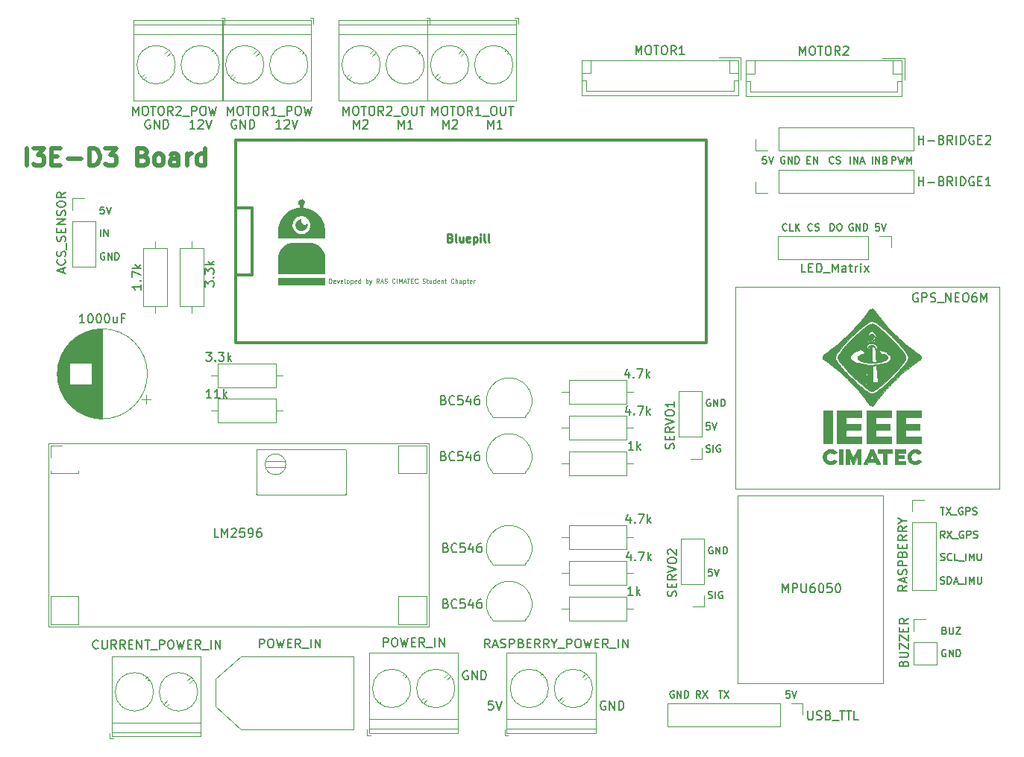
<source format=gto>
%TF.GenerationSoftware,KiCad,Pcbnew,5.1.10-88a1d61d58~88~ubuntu20.04.1*%
%TF.CreationDate,2021-05-02T12:58:33-03:00*%
%TF.ProjectId,D3_Board,44335f42-6f61-4726-942e-6b696361645f,rev?*%
%TF.SameCoordinates,Original*%
%TF.FileFunction,Legend,Top*%
%TF.FilePolarity,Positive*%
%FSLAX46Y46*%
G04 Gerber Fmt 4.6, Leading zero omitted, Abs format (unit mm)*
G04 Created by KiCad (PCBNEW 5.1.10-88a1d61d58~88~ubuntu20.04.1) date 2021-05-02 12:58:33*
%MOMM*%
%LPD*%
G01*
G04 APERTURE LIST*
%ADD10C,0.125000*%
%ADD11C,0.150000*%
%ADD12C,0.500000*%
%ADD13C,0.010000*%
%ADD14C,0.120000*%
%ADD15C,0.100000*%
%ADD16C,0.304800*%
%ADD17C,0.222250*%
G04 APERTURE END LIST*
D10*
X37481904Y-30706190D02*
X37481904Y-30206190D01*
X37600952Y-30206190D01*
X37672380Y-30230000D01*
X37719999Y-30277619D01*
X37743809Y-30325238D01*
X37767619Y-30420476D01*
X37767619Y-30491904D01*
X37743809Y-30587142D01*
X37719999Y-30634761D01*
X37672380Y-30682380D01*
X37600952Y-30706190D01*
X37481904Y-30706190D01*
X38172380Y-30682380D02*
X38124761Y-30706190D01*
X38029523Y-30706190D01*
X37981904Y-30682380D01*
X37958095Y-30634761D01*
X37958095Y-30444285D01*
X37981904Y-30396666D01*
X38029523Y-30372857D01*
X38124761Y-30372857D01*
X38172380Y-30396666D01*
X38196190Y-30444285D01*
X38196190Y-30491904D01*
X37958095Y-30539523D01*
X38362857Y-30372857D02*
X38481904Y-30706190D01*
X38600952Y-30372857D01*
X38981904Y-30682380D02*
X38934285Y-30706190D01*
X38839047Y-30706190D01*
X38791428Y-30682380D01*
X38767619Y-30634761D01*
X38767619Y-30444285D01*
X38791428Y-30396666D01*
X38839047Y-30372857D01*
X38934285Y-30372857D01*
X38981904Y-30396666D01*
X39005714Y-30444285D01*
X39005714Y-30491904D01*
X38767619Y-30539523D01*
X39291428Y-30706190D02*
X39243809Y-30682380D01*
X39219999Y-30634761D01*
X39219999Y-30206190D01*
X39553333Y-30706190D02*
X39505714Y-30682380D01*
X39481904Y-30658571D01*
X39458095Y-30610952D01*
X39458095Y-30468095D01*
X39481904Y-30420476D01*
X39505714Y-30396666D01*
X39553333Y-30372857D01*
X39624761Y-30372857D01*
X39672380Y-30396666D01*
X39696190Y-30420476D01*
X39719999Y-30468095D01*
X39719999Y-30610952D01*
X39696190Y-30658571D01*
X39672380Y-30682380D01*
X39624761Y-30706190D01*
X39553333Y-30706190D01*
X39934285Y-30372857D02*
X39934285Y-30872857D01*
X39934285Y-30396666D02*
X39981904Y-30372857D01*
X40077142Y-30372857D01*
X40124761Y-30396666D01*
X40148571Y-30420476D01*
X40172380Y-30468095D01*
X40172380Y-30610952D01*
X40148571Y-30658571D01*
X40124761Y-30682380D01*
X40077142Y-30706190D01*
X39981904Y-30706190D01*
X39934285Y-30682380D01*
X40577142Y-30682380D02*
X40529523Y-30706190D01*
X40434285Y-30706190D01*
X40386666Y-30682380D01*
X40362857Y-30634761D01*
X40362857Y-30444285D01*
X40386666Y-30396666D01*
X40434285Y-30372857D01*
X40529523Y-30372857D01*
X40577142Y-30396666D01*
X40600952Y-30444285D01*
X40600952Y-30491904D01*
X40362857Y-30539523D01*
X41029523Y-30706190D02*
X41029523Y-30206190D01*
X41029523Y-30682380D02*
X40981904Y-30706190D01*
X40886666Y-30706190D01*
X40839047Y-30682380D01*
X40815238Y-30658571D01*
X40791428Y-30610952D01*
X40791428Y-30468095D01*
X40815238Y-30420476D01*
X40839047Y-30396666D01*
X40886666Y-30372857D01*
X40981904Y-30372857D01*
X41029523Y-30396666D01*
X41648571Y-30706190D02*
X41648571Y-30206190D01*
X41648571Y-30396666D02*
X41696190Y-30372857D01*
X41791428Y-30372857D01*
X41839047Y-30396666D01*
X41862857Y-30420476D01*
X41886666Y-30468095D01*
X41886666Y-30610952D01*
X41862857Y-30658571D01*
X41839047Y-30682380D01*
X41791428Y-30706190D01*
X41696190Y-30706190D01*
X41648571Y-30682380D01*
X42053333Y-30372857D02*
X42172380Y-30706190D01*
X42291428Y-30372857D02*
X42172380Y-30706190D01*
X42124761Y-30825238D01*
X42100952Y-30849047D01*
X42053333Y-30872857D01*
X43148571Y-30706190D02*
X42981904Y-30468095D01*
X42862857Y-30706190D02*
X42862857Y-30206190D01*
X43053333Y-30206190D01*
X43100952Y-30230000D01*
X43124761Y-30253809D01*
X43148571Y-30301428D01*
X43148571Y-30372857D01*
X43124761Y-30420476D01*
X43100952Y-30444285D01*
X43053333Y-30468095D01*
X42862857Y-30468095D01*
X43339047Y-30563333D02*
X43577142Y-30563333D01*
X43291428Y-30706190D02*
X43458095Y-30206190D01*
X43624761Y-30706190D01*
X43767619Y-30682380D02*
X43839047Y-30706190D01*
X43958095Y-30706190D01*
X44005714Y-30682380D01*
X44029523Y-30658571D01*
X44053333Y-30610952D01*
X44053333Y-30563333D01*
X44029523Y-30515714D01*
X44005714Y-30491904D01*
X43958095Y-30468095D01*
X43862857Y-30444285D01*
X43815238Y-30420476D01*
X43791428Y-30396666D01*
X43767619Y-30349047D01*
X43767619Y-30301428D01*
X43791428Y-30253809D01*
X43815238Y-30230000D01*
X43862857Y-30206190D01*
X43981904Y-30206190D01*
X44053333Y-30230000D01*
X44934285Y-30658571D02*
X44910476Y-30682380D01*
X44839047Y-30706190D01*
X44791428Y-30706190D01*
X44719999Y-30682380D01*
X44672380Y-30634761D01*
X44648571Y-30587142D01*
X44624761Y-30491904D01*
X44624761Y-30420476D01*
X44648571Y-30325238D01*
X44672380Y-30277619D01*
X44719999Y-30230000D01*
X44791428Y-30206190D01*
X44839047Y-30206190D01*
X44910476Y-30230000D01*
X44934285Y-30253809D01*
X45148571Y-30706190D02*
X45148571Y-30206190D01*
X45386666Y-30706190D02*
X45386666Y-30206190D01*
X45553333Y-30563333D01*
X45719999Y-30206190D01*
X45719999Y-30706190D01*
X45934285Y-30563333D02*
X46172380Y-30563333D01*
X45886666Y-30706190D02*
X46053333Y-30206190D01*
X46219999Y-30706190D01*
X46315238Y-30206190D02*
X46600952Y-30206190D01*
X46458095Y-30706190D02*
X46458095Y-30206190D01*
X46767619Y-30444285D02*
X46934285Y-30444285D01*
X47005714Y-30706190D02*
X46767619Y-30706190D01*
X46767619Y-30206190D01*
X47005714Y-30206190D01*
X47505714Y-30658571D02*
X47481904Y-30682380D01*
X47410476Y-30706190D01*
X47362857Y-30706190D01*
X47291428Y-30682380D01*
X47243809Y-30634761D01*
X47219999Y-30587142D01*
X47196190Y-30491904D01*
X47196190Y-30420476D01*
X47219999Y-30325238D01*
X47243809Y-30277619D01*
X47291428Y-30230000D01*
X47362857Y-30206190D01*
X47410476Y-30206190D01*
X47481904Y-30230000D01*
X47505714Y-30253809D01*
X48077142Y-30682380D02*
X48148571Y-30706190D01*
X48267619Y-30706190D01*
X48315238Y-30682380D01*
X48339047Y-30658571D01*
X48362857Y-30610952D01*
X48362857Y-30563333D01*
X48339047Y-30515714D01*
X48315238Y-30491904D01*
X48267619Y-30468095D01*
X48172380Y-30444285D01*
X48124761Y-30420476D01*
X48100952Y-30396666D01*
X48077142Y-30349047D01*
X48077142Y-30301428D01*
X48100952Y-30253809D01*
X48124761Y-30230000D01*
X48172380Y-30206190D01*
X48291428Y-30206190D01*
X48362857Y-30230000D01*
X48505714Y-30372857D02*
X48696190Y-30372857D01*
X48577142Y-30206190D02*
X48577142Y-30634761D01*
X48600952Y-30682380D01*
X48648571Y-30706190D01*
X48696190Y-30706190D01*
X49077142Y-30372857D02*
X49077142Y-30706190D01*
X48862857Y-30372857D02*
X48862857Y-30634761D01*
X48886666Y-30682380D01*
X48934285Y-30706190D01*
X49005714Y-30706190D01*
X49053333Y-30682380D01*
X49077142Y-30658571D01*
X49529523Y-30706190D02*
X49529523Y-30206190D01*
X49529523Y-30682380D02*
X49481904Y-30706190D01*
X49386666Y-30706190D01*
X49339047Y-30682380D01*
X49315238Y-30658571D01*
X49291428Y-30610952D01*
X49291428Y-30468095D01*
X49315238Y-30420476D01*
X49339047Y-30396666D01*
X49386666Y-30372857D01*
X49481904Y-30372857D01*
X49529523Y-30396666D01*
X49958095Y-30682380D02*
X49910476Y-30706190D01*
X49815238Y-30706190D01*
X49767619Y-30682380D01*
X49743809Y-30634761D01*
X49743809Y-30444285D01*
X49767619Y-30396666D01*
X49815238Y-30372857D01*
X49910476Y-30372857D01*
X49958095Y-30396666D01*
X49981904Y-30444285D01*
X49981904Y-30491904D01*
X49743809Y-30539523D01*
X50196190Y-30372857D02*
X50196190Y-30706190D01*
X50196190Y-30420476D02*
X50219999Y-30396666D01*
X50267619Y-30372857D01*
X50339047Y-30372857D01*
X50386666Y-30396666D01*
X50410476Y-30444285D01*
X50410476Y-30706190D01*
X50577142Y-30372857D02*
X50767619Y-30372857D01*
X50648571Y-30206190D02*
X50648571Y-30634761D01*
X50672380Y-30682380D01*
X50719999Y-30706190D01*
X50767619Y-30706190D01*
X51600952Y-30658571D02*
X51577142Y-30682380D01*
X51505714Y-30706190D01*
X51458095Y-30706190D01*
X51386666Y-30682380D01*
X51339047Y-30634761D01*
X51315238Y-30587142D01*
X51291428Y-30491904D01*
X51291428Y-30420476D01*
X51315238Y-30325238D01*
X51339047Y-30277619D01*
X51386666Y-30230000D01*
X51458095Y-30206190D01*
X51505714Y-30206190D01*
X51577142Y-30230000D01*
X51600952Y-30253809D01*
X51815238Y-30706190D02*
X51815238Y-30206190D01*
X52029523Y-30706190D02*
X52029523Y-30444285D01*
X52005714Y-30396666D01*
X51958095Y-30372857D01*
X51886666Y-30372857D01*
X51839047Y-30396666D01*
X51815238Y-30420476D01*
X52481904Y-30706190D02*
X52481904Y-30444285D01*
X52458095Y-30396666D01*
X52410476Y-30372857D01*
X52315238Y-30372857D01*
X52267619Y-30396666D01*
X52481904Y-30682380D02*
X52434285Y-30706190D01*
X52315238Y-30706190D01*
X52267619Y-30682380D01*
X52243809Y-30634761D01*
X52243809Y-30587142D01*
X52267619Y-30539523D01*
X52315238Y-30515714D01*
X52434285Y-30515714D01*
X52481904Y-30491904D01*
X52719999Y-30372857D02*
X52719999Y-30872857D01*
X52719999Y-30396666D02*
X52767619Y-30372857D01*
X52862857Y-30372857D01*
X52910476Y-30396666D01*
X52934285Y-30420476D01*
X52958095Y-30468095D01*
X52958095Y-30610952D01*
X52934285Y-30658571D01*
X52910476Y-30682380D01*
X52862857Y-30706190D01*
X52767619Y-30706190D01*
X52719999Y-30682380D01*
X53100952Y-30372857D02*
X53291428Y-30372857D01*
X53172380Y-30206190D02*
X53172380Y-30634761D01*
X53196190Y-30682380D01*
X53243809Y-30706190D01*
X53291428Y-30706190D01*
X53648571Y-30682380D02*
X53600952Y-30706190D01*
X53505714Y-30706190D01*
X53458095Y-30682380D01*
X53434285Y-30634761D01*
X53434285Y-30444285D01*
X53458095Y-30396666D01*
X53505714Y-30372857D01*
X53600952Y-30372857D01*
X53648571Y-30396666D01*
X53672380Y-30444285D01*
X53672380Y-30491904D01*
X53434285Y-30539523D01*
X53886666Y-30706190D02*
X53886666Y-30372857D01*
X53886666Y-30468095D02*
X53910476Y-30420476D01*
X53934285Y-30396666D01*
X53981904Y-30372857D01*
X54029523Y-30372857D01*
D11*
X50371476Y-13152380D02*
X50371476Y-12152380D01*
X50704809Y-12866666D01*
X51038142Y-12152380D01*
X51038142Y-13152380D01*
X51466714Y-12247619D02*
X51514333Y-12200000D01*
X51609571Y-12152380D01*
X51847666Y-12152380D01*
X51942904Y-12200000D01*
X51990523Y-12247619D01*
X52038142Y-12342857D01*
X52038142Y-12438095D01*
X51990523Y-12580952D01*
X51419095Y-13152380D01*
X52038142Y-13152380D01*
X55451476Y-13152380D02*
X55451476Y-12152380D01*
X55784809Y-12866666D01*
X56118142Y-12152380D01*
X56118142Y-13152380D01*
X57118142Y-13152380D02*
X56546714Y-13152380D01*
X56832428Y-13152380D02*
X56832428Y-12152380D01*
X56737190Y-12295238D01*
X56641952Y-12390476D01*
X56546714Y-12438095D01*
X45291476Y-13152380D02*
X45291476Y-12152380D01*
X45624809Y-12866666D01*
X45958142Y-12152380D01*
X45958142Y-13152380D01*
X46958142Y-13152380D02*
X46386714Y-13152380D01*
X46672428Y-13152380D02*
X46672428Y-12152380D01*
X46577190Y-12295238D01*
X46481952Y-12390476D01*
X46386714Y-12438095D01*
X40211476Y-13152380D02*
X40211476Y-12152380D01*
X40544809Y-12866666D01*
X40878142Y-12152380D01*
X40878142Y-13152380D01*
X41306714Y-12247619D02*
X41354333Y-12200000D01*
X41449571Y-12152380D01*
X41687666Y-12152380D01*
X41782904Y-12200000D01*
X41830523Y-12247619D01*
X41878142Y-12342857D01*
X41878142Y-12438095D01*
X41830523Y-12580952D01*
X41259095Y-13152380D01*
X41878142Y-13152380D01*
X32019952Y-13152380D02*
X31448523Y-13152380D01*
X31734238Y-13152380D02*
X31734238Y-12152380D01*
X31639000Y-12295238D01*
X31543761Y-12390476D01*
X31448523Y-12438095D01*
X32400904Y-12247619D02*
X32448523Y-12200000D01*
X32543761Y-12152380D01*
X32781857Y-12152380D01*
X32877095Y-12200000D01*
X32924714Y-12247619D01*
X32972333Y-12342857D01*
X32972333Y-12438095D01*
X32924714Y-12580952D01*
X32353285Y-13152380D01*
X32972333Y-13152380D01*
X33258047Y-12152380D02*
X33591380Y-13152380D01*
X33924714Y-12152380D01*
X26924095Y-12200000D02*
X26828857Y-12152380D01*
X26686000Y-12152380D01*
X26543142Y-12200000D01*
X26447904Y-12295238D01*
X26400285Y-12390476D01*
X26352666Y-12580952D01*
X26352666Y-12723809D01*
X26400285Y-12914285D01*
X26447904Y-13009523D01*
X26543142Y-13104761D01*
X26686000Y-13152380D01*
X26781238Y-13152380D01*
X26924095Y-13104761D01*
X26971714Y-13057142D01*
X26971714Y-12723809D01*
X26781238Y-12723809D01*
X27400285Y-13152380D02*
X27400285Y-12152380D01*
X27971714Y-13152380D01*
X27971714Y-12152380D01*
X28447904Y-13152380D02*
X28447904Y-12152380D01*
X28686000Y-12152380D01*
X28828857Y-12200000D01*
X28924095Y-12295238D01*
X28971714Y-12390476D01*
X29019333Y-12580952D01*
X29019333Y-12723809D01*
X28971714Y-12914285D01*
X28924095Y-13009523D01*
X28828857Y-13104761D01*
X28686000Y-13152380D01*
X28447904Y-13152380D01*
X22240952Y-13152380D02*
X21669523Y-13152380D01*
X21955238Y-13152380D02*
X21955238Y-12152380D01*
X21860000Y-12295238D01*
X21764761Y-12390476D01*
X21669523Y-12438095D01*
X22621904Y-12247619D02*
X22669523Y-12200000D01*
X22764761Y-12152380D01*
X23002857Y-12152380D01*
X23098095Y-12200000D01*
X23145714Y-12247619D01*
X23193333Y-12342857D01*
X23193333Y-12438095D01*
X23145714Y-12580952D01*
X22574285Y-13152380D01*
X23193333Y-13152380D01*
X23479047Y-12152380D02*
X23812380Y-13152380D01*
X24145714Y-12152380D01*
X17145095Y-12200000D02*
X17049857Y-12152380D01*
X16907000Y-12152380D01*
X16764142Y-12200000D01*
X16668904Y-12295238D01*
X16621285Y-12390476D01*
X16573666Y-12580952D01*
X16573666Y-12723809D01*
X16621285Y-12914285D01*
X16668904Y-13009523D01*
X16764142Y-13104761D01*
X16907000Y-13152380D01*
X17002238Y-13152380D01*
X17145095Y-13104761D01*
X17192714Y-13057142D01*
X17192714Y-12723809D01*
X17002238Y-12723809D01*
X17621285Y-13152380D02*
X17621285Y-12152380D01*
X18192714Y-13152380D01*
X18192714Y-12152380D01*
X18668904Y-13152380D02*
X18668904Y-12152380D01*
X18907000Y-12152380D01*
X19049857Y-12200000D01*
X19145095Y-12295238D01*
X19192714Y-12390476D01*
X19240333Y-12580952D01*
X19240333Y-12723809D01*
X19192714Y-12914285D01*
X19145095Y-13009523D01*
X19049857Y-13104761D01*
X18907000Y-13152380D01*
X18668904Y-13152380D01*
X56070523Y-78192380D02*
X55594333Y-78192380D01*
X55546714Y-78668571D01*
X55594333Y-78620952D01*
X55689571Y-78573333D01*
X55927666Y-78573333D01*
X56022904Y-78620952D01*
X56070523Y-78668571D01*
X56118142Y-78763809D01*
X56118142Y-79001904D01*
X56070523Y-79097142D01*
X56022904Y-79144761D01*
X55927666Y-79192380D01*
X55689571Y-79192380D01*
X55594333Y-79144761D01*
X55546714Y-79097142D01*
X56403857Y-78192380D02*
X56737190Y-79192380D01*
X57070523Y-78192380D01*
X53213095Y-74811000D02*
X53117857Y-74763380D01*
X52975000Y-74763380D01*
X52832142Y-74811000D01*
X52736904Y-74906238D01*
X52689285Y-75001476D01*
X52641666Y-75191952D01*
X52641666Y-75334809D01*
X52689285Y-75525285D01*
X52736904Y-75620523D01*
X52832142Y-75715761D01*
X52975000Y-75763380D01*
X53070238Y-75763380D01*
X53213095Y-75715761D01*
X53260714Y-75668142D01*
X53260714Y-75334809D01*
X53070238Y-75334809D01*
X53689285Y-75763380D02*
X53689285Y-74763380D01*
X54260714Y-75763380D01*
X54260714Y-74763380D01*
X54736904Y-75763380D02*
X54736904Y-74763380D01*
X54975000Y-74763380D01*
X55117857Y-74811000D01*
X55213095Y-74906238D01*
X55260714Y-75001476D01*
X55308333Y-75191952D01*
X55308333Y-75334809D01*
X55260714Y-75525285D01*
X55213095Y-75620523D01*
X55117857Y-75715761D01*
X54975000Y-75763380D01*
X54736904Y-75763380D01*
X68834095Y-78240000D02*
X68738857Y-78192380D01*
X68596000Y-78192380D01*
X68453142Y-78240000D01*
X68357904Y-78335238D01*
X68310285Y-78430476D01*
X68262666Y-78620952D01*
X68262666Y-78763809D01*
X68310285Y-78954285D01*
X68357904Y-79049523D01*
X68453142Y-79144761D01*
X68596000Y-79192380D01*
X68691238Y-79192380D01*
X68834095Y-79144761D01*
X68881714Y-79097142D01*
X68881714Y-78763809D01*
X68691238Y-78763809D01*
X69310285Y-79192380D02*
X69310285Y-78192380D01*
X69881714Y-79192380D01*
X69881714Y-78192380D01*
X70357904Y-79192380D02*
X70357904Y-78192380D01*
X70596000Y-78192380D01*
X70738857Y-78240000D01*
X70834095Y-78335238D01*
X70881714Y-78430476D01*
X70929333Y-78620952D01*
X70929333Y-78763809D01*
X70881714Y-78954285D01*
X70834095Y-79049523D01*
X70738857Y-79144761D01*
X70596000Y-79192380D01*
X70357904Y-79192380D01*
X94367428Y-24745904D02*
X94367428Y-23945904D01*
X94557904Y-23945904D01*
X94672190Y-23984000D01*
X94748380Y-24060190D01*
X94786476Y-24136380D01*
X94824571Y-24288761D01*
X94824571Y-24403047D01*
X94786476Y-24555428D01*
X94748380Y-24631619D01*
X94672190Y-24707809D01*
X94557904Y-24745904D01*
X94367428Y-24745904D01*
X95319809Y-23945904D02*
X95472190Y-23945904D01*
X95548380Y-23984000D01*
X95624571Y-24060190D01*
X95662666Y-24212571D01*
X95662666Y-24479238D01*
X95624571Y-24631619D01*
X95548380Y-24707809D01*
X95472190Y-24745904D01*
X95319809Y-24745904D01*
X95243619Y-24707809D01*
X95167428Y-24631619D01*
X95129333Y-24479238D01*
X95129333Y-24212571D01*
X95167428Y-24060190D01*
X95243619Y-23984000D01*
X95319809Y-23945904D01*
X99923619Y-23945904D02*
X99542666Y-23945904D01*
X99504571Y-24326857D01*
X99542666Y-24288761D01*
X99618857Y-24250666D01*
X99809333Y-24250666D01*
X99885523Y-24288761D01*
X99923619Y-24326857D01*
X99961714Y-24403047D01*
X99961714Y-24593523D01*
X99923619Y-24669714D01*
X99885523Y-24707809D01*
X99809333Y-24745904D01*
X99618857Y-24745904D01*
X99542666Y-24707809D01*
X99504571Y-24669714D01*
X100190285Y-23945904D02*
X100456952Y-24745904D01*
X100723619Y-23945904D01*
X96926476Y-23984000D02*
X96850285Y-23945904D01*
X96736000Y-23945904D01*
X96621714Y-23984000D01*
X96545523Y-24060190D01*
X96507428Y-24136380D01*
X96469333Y-24288761D01*
X96469333Y-24403047D01*
X96507428Y-24555428D01*
X96545523Y-24631619D01*
X96621714Y-24707809D01*
X96736000Y-24745904D01*
X96812190Y-24745904D01*
X96926476Y-24707809D01*
X96964571Y-24669714D01*
X96964571Y-24403047D01*
X96812190Y-24403047D01*
X97307428Y-24745904D02*
X97307428Y-23945904D01*
X97764571Y-24745904D01*
X97764571Y-23945904D01*
X98145523Y-24745904D02*
X98145523Y-23945904D01*
X98336000Y-23945904D01*
X98450285Y-23984000D01*
X98526476Y-24060190D01*
X98564571Y-24136380D01*
X98602666Y-24288761D01*
X98602666Y-24403047D01*
X98564571Y-24555428D01*
X98526476Y-24631619D01*
X98450285Y-24707809D01*
X98336000Y-24745904D01*
X98145523Y-24745904D01*
X92322666Y-24669714D02*
X92284571Y-24707809D01*
X92170285Y-24745904D01*
X92094095Y-24745904D01*
X91979809Y-24707809D01*
X91903619Y-24631619D01*
X91865523Y-24555428D01*
X91827428Y-24403047D01*
X91827428Y-24288761D01*
X91865523Y-24136380D01*
X91903619Y-24060190D01*
X91979809Y-23984000D01*
X92094095Y-23945904D01*
X92170285Y-23945904D01*
X92284571Y-23984000D01*
X92322666Y-24022095D01*
X92627428Y-24707809D02*
X92741714Y-24745904D01*
X92932190Y-24745904D01*
X93008380Y-24707809D01*
X93046476Y-24669714D01*
X93084571Y-24593523D01*
X93084571Y-24517333D01*
X93046476Y-24441142D01*
X93008380Y-24403047D01*
X92932190Y-24364952D01*
X92779809Y-24326857D01*
X92703619Y-24288761D01*
X92665523Y-24250666D01*
X92627428Y-24174476D01*
X92627428Y-24098285D01*
X92665523Y-24022095D01*
X92703619Y-23984000D01*
X92779809Y-23945904D01*
X92970285Y-23945904D01*
X93084571Y-23984000D01*
X89439809Y-24669714D02*
X89401714Y-24707809D01*
X89287428Y-24745904D01*
X89211238Y-24745904D01*
X89096952Y-24707809D01*
X89020761Y-24631619D01*
X88982666Y-24555428D01*
X88944571Y-24403047D01*
X88944571Y-24288761D01*
X88982666Y-24136380D01*
X89020761Y-24060190D01*
X89096952Y-23984000D01*
X89211238Y-23945904D01*
X89287428Y-23945904D01*
X89401714Y-23984000D01*
X89439809Y-24022095D01*
X90163619Y-24745904D02*
X89782666Y-24745904D01*
X89782666Y-23945904D01*
X90430285Y-24745904D02*
X90430285Y-23945904D01*
X90887428Y-24745904D02*
X90544571Y-24288761D01*
X90887428Y-23945904D02*
X90430285Y-24403047D01*
X91738523Y-16706857D02*
X92005190Y-16706857D01*
X92119476Y-17125904D02*
X91738523Y-17125904D01*
X91738523Y-16325904D01*
X92119476Y-16325904D01*
X92462333Y-17125904D02*
X92462333Y-16325904D01*
X92919476Y-17125904D01*
X92919476Y-16325904D01*
X87096619Y-16325904D02*
X86715666Y-16325904D01*
X86677571Y-16706857D01*
X86715666Y-16668761D01*
X86791857Y-16630666D01*
X86982333Y-16630666D01*
X87058523Y-16668761D01*
X87096619Y-16706857D01*
X87134714Y-16783047D01*
X87134714Y-16973523D01*
X87096619Y-17049714D01*
X87058523Y-17087809D01*
X86982333Y-17125904D01*
X86791857Y-17125904D01*
X86715666Y-17087809D01*
X86677571Y-17049714D01*
X87363285Y-16325904D02*
X87629952Y-17125904D01*
X87896619Y-16325904D01*
X96647095Y-17125904D02*
X96647095Y-16325904D01*
X97028047Y-17125904D02*
X97028047Y-16325904D01*
X97485190Y-17125904D01*
X97485190Y-16325904D01*
X97828047Y-16897333D02*
X98209000Y-16897333D01*
X97751857Y-17125904D02*
X98018523Y-16325904D01*
X98285190Y-17125904D01*
X101365190Y-17125904D02*
X101365190Y-16325904D01*
X101669952Y-16325904D01*
X101746142Y-16364000D01*
X101784238Y-16402095D01*
X101822333Y-16478285D01*
X101822333Y-16592571D01*
X101784238Y-16668761D01*
X101746142Y-16706857D01*
X101669952Y-16744952D01*
X101365190Y-16744952D01*
X102089000Y-16325904D02*
X102279476Y-17125904D01*
X102431857Y-16554476D01*
X102584238Y-17125904D01*
X102774714Y-16325904D01*
X103079476Y-17125904D02*
X103079476Y-16325904D01*
X103346142Y-16897333D01*
X103612809Y-16325904D01*
X103612809Y-17125904D01*
X94735666Y-17049714D02*
X94697571Y-17087809D01*
X94583285Y-17125904D01*
X94507095Y-17125904D01*
X94392809Y-17087809D01*
X94316619Y-17011619D01*
X94278523Y-16935428D01*
X94240428Y-16783047D01*
X94240428Y-16668761D01*
X94278523Y-16516380D01*
X94316619Y-16440190D01*
X94392809Y-16364000D01*
X94507095Y-16325904D01*
X94583285Y-16325904D01*
X94697571Y-16364000D01*
X94735666Y-16402095D01*
X95040428Y-17087809D02*
X95154714Y-17125904D01*
X95345190Y-17125904D01*
X95421380Y-17087809D01*
X95459476Y-17049714D01*
X95497571Y-16973523D01*
X95497571Y-16897333D01*
X95459476Y-16821142D01*
X95421380Y-16783047D01*
X95345190Y-16744952D01*
X95192809Y-16706857D01*
X95116619Y-16668761D01*
X95078523Y-16630666D01*
X95040428Y-16554476D01*
X95040428Y-16478285D01*
X95078523Y-16402095D01*
X95116619Y-16364000D01*
X95192809Y-16325904D01*
X95383285Y-16325904D01*
X95497571Y-16364000D01*
X89179476Y-16364000D02*
X89103285Y-16325904D01*
X88989000Y-16325904D01*
X88874714Y-16364000D01*
X88798523Y-16440190D01*
X88760428Y-16516380D01*
X88722333Y-16668761D01*
X88722333Y-16783047D01*
X88760428Y-16935428D01*
X88798523Y-17011619D01*
X88874714Y-17087809D01*
X88989000Y-17125904D01*
X89065190Y-17125904D01*
X89179476Y-17087809D01*
X89217571Y-17049714D01*
X89217571Y-16783047D01*
X89065190Y-16783047D01*
X89560428Y-17125904D02*
X89560428Y-16325904D01*
X90017571Y-17125904D01*
X90017571Y-16325904D01*
X90398523Y-17125904D02*
X90398523Y-16325904D01*
X90589000Y-16325904D01*
X90703285Y-16364000D01*
X90779476Y-16440190D01*
X90817571Y-16516380D01*
X90855666Y-16668761D01*
X90855666Y-16783047D01*
X90817571Y-16935428D01*
X90779476Y-17011619D01*
X90703285Y-17087809D01*
X90589000Y-17125904D01*
X90398523Y-17125904D01*
X99129952Y-17125904D02*
X99129952Y-16325904D01*
X99510904Y-17125904D02*
X99510904Y-16325904D01*
X99968047Y-17125904D01*
X99968047Y-16325904D01*
X100615666Y-16706857D02*
X100729952Y-16744952D01*
X100768047Y-16783047D01*
X100806142Y-16859238D01*
X100806142Y-16973523D01*
X100768047Y-17049714D01*
X100729952Y-17087809D01*
X100653761Y-17125904D01*
X100349000Y-17125904D01*
X100349000Y-16325904D01*
X100615666Y-16325904D01*
X100691857Y-16364000D01*
X100729952Y-16402095D01*
X100768047Y-16478285D01*
X100768047Y-16554476D01*
X100729952Y-16630666D01*
X100691857Y-16668761D01*
X100615666Y-16706857D01*
X100349000Y-16706857D01*
X107334142Y-70173857D02*
X107448428Y-70211952D01*
X107486523Y-70250047D01*
X107524619Y-70326238D01*
X107524619Y-70440523D01*
X107486523Y-70516714D01*
X107448428Y-70554809D01*
X107372238Y-70592904D01*
X107067476Y-70592904D01*
X107067476Y-69792904D01*
X107334142Y-69792904D01*
X107410333Y-69831000D01*
X107448428Y-69869095D01*
X107486523Y-69945285D01*
X107486523Y-70021476D01*
X107448428Y-70097666D01*
X107410333Y-70135761D01*
X107334142Y-70173857D01*
X107067476Y-70173857D01*
X107867476Y-69792904D02*
X107867476Y-70440523D01*
X107905571Y-70516714D01*
X107943666Y-70554809D01*
X108019857Y-70592904D01*
X108172238Y-70592904D01*
X108248428Y-70554809D01*
X108286523Y-70516714D01*
X108324619Y-70440523D01*
X108324619Y-69792904D01*
X108629380Y-69792904D02*
X109162714Y-69792904D01*
X108629380Y-70592904D01*
X109162714Y-70592904D01*
X107467476Y-72371000D02*
X107391285Y-72332904D01*
X107277000Y-72332904D01*
X107162714Y-72371000D01*
X107086523Y-72447190D01*
X107048428Y-72523380D01*
X107010333Y-72675761D01*
X107010333Y-72790047D01*
X107048428Y-72942428D01*
X107086523Y-73018619D01*
X107162714Y-73094809D01*
X107277000Y-73132904D01*
X107353190Y-73132904D01*
X107467476Y-73094809D01*
X107505571Y-73056714D01*
X107505571Y-72790047D01*
X107353190Y-72790047D01*
X107848428Y-73132904D02*
X107848428Y-72332904D01*
X108305571Y-73132904D01*
X108305571Y-72332904D01*
X108686523Y-73132904D02*
X108686523Y-72332904D01*
X108877000Y-72332904D01*
X108991285Y-72371000D01*
X109067476Y-72447190D01*
X109105571Y-72523380D01*
X109143666Y-72675761D01*
X109143666Y-72790047D01*
X109105571Y-72942428D01*
X109067476Y-73018619D01*
X108991285Y-73094809D01*
X108877000Y-73132904D01*
X108686523Y-73132904D01*
X80281023Y-49853809D02*
X80395309Y-49891904D01*
X80585785Y-49891904D01*
X80661976Y-49853809D01*
X80700071Y-49815714D01*
X80738166Y-49739523D01*
X80738166Y-49663333D01*
X80700071Y-49587142D01*
X80661976Y-49549047D01*
X80585785Y-49510952D01*
X80433404Y-49472857D01*
X80357214Y-49434761D01*
X80319119Y-49396666D01*
X80281023Y-49320476D01*
X80281023Y-49244285D01*
X80319119Y-49168095D01*
X80357214Y-49130000D01*
X80433404Y-49091904D01*
X80623880Y-49091904D01*
X80738166Y-49130000D01*
X81081023Y-49891904D02*
X81081023Y-49091904D01*
X81881023Y-49130000D02*
X81804833Y-49091904D01*
X81690547Y-49091904D01*
X81576261Y-49130000D01*
X81500071Y-49206190D01*
X81461976Y-49282380D01*
X81423880Y-49434761D01*
X81423880Y-49549047D01*
X81461976Y-49701428D01*
X81500071Y-49777619D01*
X81576261Y-49853809D01*
X81690547Y-49891904D01*
X81766738Y-49891904D01*
X81881023Y-49853809D01*
X81919119Y-49815714D01*
X81919119Y-49549047D01*
X81766738Y-49549047D01*
X80750928Y-43923000D02*
X80674738Y-43884904D01*
X80560452Y-43884904D01*
X80446166Y-43923000D01*
X80369976Y-43999190D01*
X80331880Y-44075380D01*
X80293785Y-44227761D01*
X80293785Y-44342047D01*
X80331880Y-44494428D01*
X80369976Y-44570619D01*
X80446166Y-44646809D01*
X80560452Y-44684904D01*
X80636642Y-44684904D01*
X80750928Y-44646809D01*
X80789023Y-44608714D01*
X80789023Y-44342047D01*
X80636642Y-44342047D01*
X81131880Y-44684904D02*
X81131880Y-43884904D01*
X81589023Y-44684904D01*
X81589023Y-43884904D01*
X81969976Y-44684904D02*
X81969976Y-43884904D01*
X82160452Y-43884904D01*
X82274738Y-43923000D01*
X82350928Y-43999190D01*
X82389023Y-44075380D01*
X82427119Y-44227761D01*
X82427119Y-44342047D01*
X82389023Y-44494428D01*
X82350928Y-44570619D01*
X82274738Y-44646809D01*
X82160452Y-44684904D01*
X81969976Y-44684904D01*
X80687309Y-46551904D02*
X80306357Y-46551904D01*
X80268261Y-46932857D01*
X80306357Y-46894761D01*
X80382547Y-46856666D01*
X80573023Y-46856666D01*
X80649214Y-46894761D01*
X80687309Y-46932857D01*
X80725404Y-47009047D01*
X80725404Y-47199523D01*
X80687309Y-47275714D01*
X80649214Y-47313809D01*
X80573023Y-47351904D01*
X80382547Y-47351904D01*
X80306357Y-47313809D01*
X80268261Y-47275714D01*
X80953976Y-46551904D02*
X81220642Y-47351904D01*
X81487309Y-46551904D01*
X80535023Y-66490809D02*
X80649309Y-66528904D01*
X80839785Y-66528904D01*
X80915976Y-66490809D01*
X80954071Y-66452714D01*
X80992166Y-66376523D01*
X80992166Y-66300333D01*
X80954071Y-66224142D01*
X80915976Y-66186047D01*
X80839785Y-66147952D01*
X80687404Y-66109857D01*
X80611214Y-66071761D01*
X80573119Y-66033666D01*
X80535023Y-65957476D01*
X80535023Y-65881285D01*
X80573119Y-65805095D01*
X80611214Y-65767000D01*
X80687404Y-65728904D01*
X80877880Y-65728904D01*
X80992166Y-65767000D01*
X81335023Y-66528904D02*
X81335023Y-65728904D01*
X82135023Y-65767000D02*
X82058833Y-65728904D01*
X81944547Y-65728904D01*
X81830261Y-65767000D01*
X81754071Y-65843190D01*
X81715976Y-65919380D01*
X81677880Y-66071761D01*
X81677880Y-66186047D01*
X81715976Y-66338428D01*
X81754071Y-66414619D01*
X81830261Y-66490809D01*
X81944547Y-66528904D01*
X82020738Y-66528904D01*
X82135023Y-66490809D01*
X82173119Y-66452714D01*
X82173119Y-66186047D01*
X82020738Y-66186047D01*
X80941309Y-63188904D02*
X80560357Y-63188904D01*
X80522261Y-63569857D01*
X80560357Y-63531761D01*
X80636547Y-63493666D01*
X80827023Y-63493666D01*
X80903214Y-63531761D01*
X80941309Y-63569857D01*
X80979404Y-63646047D01*
X80979404Y-63836523D01*
X80941309Y-63912714D01*
X80903214Y-63950809D01*
X80827023Y-63988904D01*
X80636547Y-63988904D01*
X80560357Y-63950809D01*
X80522261Y-63912714D01*
X81207976Y-63188904D02*
X81474642Y-63988904D01*
X81741309Y-63188904D01*
X81004928Y-60687000D02*
X80928738Y-60648904D01*
X80814452Y-60648904D01*
X80700166Y-60687000D01*
X80623976Y-60763190D01*
X80585880Y-60839380D01*
X80547785Y-60991761D01*
X80547785Y-61106047D01*
X80585880Y-61258428D01*
X80623976Y-61334619D01*
X80700166Y-61410809D01*
X80814452Y-61448904D01*
X80890642Y-61448904D01*
X81004928Y-61410809D01*
X81043023Y-61372714D01*
X81043023Y-61106047D01*
X80890642Y-61106047D01*
X81385880Y-61448904D02*
X81385880Y-60648904D01*
X81843023Y-61448904D01*
X81843023Y-60648904D01*
X82223976Y-61448904D02*
X82223976Y-60648904D01*
X82414452Y-60648904D01*
X82528738Y-60687000D01*
X82604928Y-60763190D01*
X82643023Y-60839380D01*
X82681119Y-60991761D01*
X82681119Y-61106047D01*
X82643023Y-61258428D01*
X82604928Y-61334619D01*
X82528738Y-61410809D01*
X82414452Y-61448904D01*
X82223976Y-61448904D01*
X11963476Y-27286000D02*
X11887285Y-27247904D01*
X11773000Y-27247904D01*
X11658714Y-27286000D01*
X11582523Y-27362190D01*
X11544428Y-27438380D01*
X11506333Y-27590761D01*
X11506333Y-27705047D01*
X11544428Y-27857428D01*
X11582523Y-27933619D01*
X11658714Y-28009809D01*
X11773000Y-28047904D01*
X11849190Y-28047904D01*
X11963476Y-28009809D01*
X12001571Y-27971714D01*
X12001571Y-27705047D01*
X11849190Y-27705047D01*
X12344428Y-28047904D02*
X12344428Y-27247904D01*
X12801571Y-28047904D01*
X12801571Y-27247904D01*
X13182523Y-28047904D02*
X13182523Y-27247904D01*
X13373000Y-27247904D01*
X13487285Y-27286000D01*
X13563476Y-27362190D01*
X13601571Y-27438380D01*
X13639666Y-27590761D01*
X13639666Y-27705047D01*
X13601571Y-27857428D01*
X13563476Y-27933619D01*
X13487285Y-28009809D01*
X13373000Y-28047904D01*
X13182523Y-28047904D01*
X11518952Y-25380904D02*
X11518952Y-24580904D01*
X11899904Y-25380904D02*
X11899904Y-24580904D01*
X12357047Y-25380904D01*
X12357047Y-24580904D01*
X11912619Y-22040904D02*
X11531666Y-22040904D01*
X11493571Y-22421857D01*
X11531666Y-22383761D01*
X11607857Y-22345666D01*
X11798333Y-22345666D01*
X11874523Y-22383761D01*
X11912619Y-22421857D01*
X11950714Y-22498047D01*
X11950714Y-22688523D01*
X11912619Y-22764714D01*
X11874523Y-22802809D01*
X11798333Y-22840904D01*
X11607857Y-22840904D01*
X11531666Y-22802809D01*
X11493571Y-22764714D01*
X12179285Y-22040904D02*
X12445952Y-22840904D01*
X12712619Y-22040904D01*
X89763619Y-77031904D02*
X89382666Y-77031904D01*
X89344571Y-77412857D01*
X89382666Y-77374761D01*
X89458857Y-77336666D01*
X89649333Y-77336666D01*
X89725523Y-77374761D01*
X89763619Y-77412857D01*
X89801714Y-77489047D01*
X89801714Y-77679523D01*
X89763619Y-77755714D01*
X89725523Y-77793809D01*
X89649333Y-77831904D01*
X89458857Y-77831904D01*
X89382666Y-77793809D01*
X89344571Y-77755714D01*
X90030285Y-77031904D02*
X90296952Y-77831904D01*
X90563619Y-77031904D01*
X81686476Y-77031904D02*
X82143619Y-77031904D01*
X81915047Y-77831904D02*
X81915047Y-77031904D01*
X82334095Y-77031904D02*
X82867428Y-77831904D01*
X82867428Y-77031904D02*
X82334095Y-77831904D01*
X79622666Y-77831904D02*
X79356000Y-77450952D01*
X79165523Y-77831904D02*
X79165523Y-77031904D01*
X79470285Y-77031904D01*
X79546476Y-77070000D01*
X79584571Y-77108095D01*
X79622666Y-77184285D01*
X79622666Y-77298571D01*
X79584571Y-77374761D01*
X79546476Y-77412857D01*
X79470285Y-77450952D01*
X79165523Y-77450952D01*
X79889333Y-77031904D02*
X80422666Y-77831904D01*
X80422666Y-77031904D02*
X79889333Y-77831904D01*
X76606476Y-77070000D02*
X76530285Y-77031904D01*
X76416000Y-77031904D01*
X76301714Y-77070000D01*
X76225523Y-77146190D01*
X76187428Y-77222380D01*
X76149333Y-77374761D01*
X76149333Y-77489047D01*
X76187428Y-77641428D01*
X76225523Y-77717619D01*
X76301714Y-77793809D01*
X76416000Y-77831904D01*
X76492190Y-77831904D01*
X76606476Y-77793809D01*
X76644571Y-77755714D01*
X76644571Y-77489047D01*
X76492190Y-77489047D01*
X76987428Y-77831904D02*
X76987428Y-77031904D01*
X77444571Y-77831904D01*
X77444571Y-77031904D01*
X77825523Y-77831904D02*
X77825523Y-77031904D01*
X78016000Y-77031904D01*
X78130285Y-77070000D01*
X78206476Y-77146190D01*
X78244571Y-77222380D01*
X78282666Y-77374761D01*
X78282666Y-77489047D01*
X78244571Y-77641428D01*
X78206476Y-77717619D01*
X78130285Y-77793809D01*
X78016000Y-77831904D01*
X77825523Y-77831904D01*
X106896190Y-62172809D02*
X107010476Y-62210904D01*
X107200952Y-62210904D01*
X107277142Y-62172809D01*
X107315238Y-62134714D01*
X107353333Y-62058523D01*
X107353333Y-61982333D01*
X107315238Y-61906142D01*
X107277142Y-61868047D01*
X107200952Y-61829952D01*
X107048571Y-61791857D01*
X106972380Y-61753761D01*
X106934285Y-61715666D01*
X106896190Y-61639476D01*
X106896190Y-61563285D01*
X106934285Y-61487095D01*
X106972380Y-61449000D01*
X107048571Y-61410904D01*
X107239047Y-61410904D01*
X107353333Y-61449000D01*
X108153333Y-62134714D02*
X108115238Y-62172809D01*
X108000952Y-62210904D01*
X107924761Y-62210904D01*
X107810476Y-62172809D01*
X107734285Y-62096619D01*
X107696190Y-62020428D01*
X107658095Y-61868047D01*
X107658095Y-61753761D01*
X107696190Y-61601380D01*
X107734285Y-61525190D01*
X107810476Y-61449000D01*
X107924761Y-61410904D01*
X108000952Y-61410904D01*
X108115238Y-61449000D01*
X108153333Y-61487095D01*
X108877142Y-62210904D02*
X108496190Y-62210904D01*
X108496190Y-61410904D01*
X108953333Y-62287095D02*
X109562857Y-62287095D01*
X109753333Y-62210904D02*
X109753333Y-61410904D01*
X110134285Y-62210904D02*
X110134285Y-61410904D01*
X110400952Y-61982333D01*
X110667619Y-61410904D01*
X110667619Y-62210904D01*
X111048571Y-61410904D02*
X111048571Y-62058523D01*
X111086666Y-62134714D01*
X111124761Y-62172809D01*
X111200952Y-62210904D01*
X111353333Y-62210904D01*
X111429523Y-62172809D01*
X111467619Y-62134714D01*
X111505714Y-62058523D01*
X111505714Y-61410904D01*
X106877142Y-64839809D02*
X106991428Y-64877904D01*
X107181904Y-64877904D01*
X107258095Y-64839809D01*
X107296190Y-64801714D01*
X107334285Y-64725523D01*
X107334285Y-64649333D01*
X107296190Y-64573142D01*
X107258095Y-64535047D01*
X107181904Y-64496952D01*
X107029523Y-64458857D01*
X106953333Y-64420761D01*
X106915238Y-64382666D01*
X106877142Y-64306476D01*
X106877142Y-64230285D01*
X106915238Y-64154095D01*
X106953333Y-64116000D01*
X107029523Y-64077904D01*
X107220000Y-64077904D01*
X107334285Y-64116000D01*
X107677142Y-64877904D02*
X107677142Y-64077904D01*
X107867619Y-64077904D01*
X107981904Y-64116000D01*
X108058095Y-64192190D01*
X108096190Y-64268380D01*
X108134285Y-64420761D01*
X108134285Y-64535047D01*
X108096190Y-64687428D01*
X108058095Y-64763619D01*
X107981904Y-64839809D01*
X107867619Y-64877904D01*
X107677142Y-64877904D01*
X108439047Y-64649333D02*
X108820000Y-64649333D01*
X108362857Y-64877904D02*
X108629523Y-64077904D01*
X108896190Y-64877904D01*
X108972380Y-64954095D02*
X109581904Y-64954095D01*
X109772380Y-64877904D02*
X109772380Y-64077904D01*
X110153333Y-64877904D02*
X110153333Y-64077904D01*
X110420000Y-64649333D01*
X110686666Y-64077904D01*
X110686666Y-64877904D01*
X111067619Y-64077904D02*
X111067619Y-64725523D01*
X111105714Y-64801714D01*
X111143809Y-64839809D01*
X111220000Y-64877904D01*
X111372380Y-64877904D01*
X111448571Y-64839809D01*
X111486666Y-64801714D01*
X111524761Y-64725523D01*
X111524761Y-64077904D01*
X106870761Y-56203904D02*
X107327904Y-56203904D01*
X107099333Y-57003904D02*
X107099333Y-56203904D01*
X107518380Y-56203904D02*
X108051714Y-57003904D01*
X108051714Y-56203904D02*
X107518380Y-57003904D01*
X108166000Y-57080095D02*
X108775523Y-57080095D01*
X109385047Y-56242000D02*
X109308857Y-56203904D01*
X109194571Y-56203904D01*
X109080285Y-56242000D01*
X109004095Y-56318190D01*
X108966000Y-56394380D01*
X108927904Y-56546761D01*
X108927904Y-56661047D01*
X108966000Y-56813428D01*
X109004095Y-56889619D01*
X109080285Y-56965809D01*
X109194571Y-57003904D01*
X109270761Y-57003904D01*
X109385047Y-56965809D01*
X109423142Y-56927714D01*
X109423142Y-56661047D01*
X109270761Y-56661047D01*
X109766000Y-57003904D02*
X109766000Y-56203904D01*
X110070761Y-56203904D01*
X110146952Y-56242000D01*
X110185047Y-56280095D01*
X110223142Y-56356285D01*
X110223142Y-56470571D01*
X110185047Y-56546761D01*
X110146952Y-56584857D01*
X110070761Y-56622952D01*
X109766000Y-56622952D01*
X110527904Y-56965809D02*
X110642190Y-57003904D01*
X110832666Y-57003904D01*
X110908857Y-56965809D01*
X110946952Y-56927714D01*
X110985047Y-56851523D01*
X110985047Y-56775333D01*
X110946952Y-56699142D01*
X110908857Y-56661047D01*
X110832666Y-56622952D01*
X110680285Y-56584857D01*
X110604095Y-56546761D01*
X110566000Y-56508666D01*
X110527904Y-56432476D01*
X110527904Y-56356285D01*
X110566000Y-56280095D01*
X110604095Y-56242000D01*
X110680285Y-56203904D01*
X110870761Y-56203904D01*
X110985047Y-56242000D01*
X107346952Y-59670904D02*
X107080285Y-59289952D01*
X106889809Y-59670904D02*
X106889809Y-58870904D01*
X107194571Y-58870904D01*
X107270761Y-58909000D01*
X107308857Y-58947095D01*
X107346952Y-59023285D01*
X107346952Y-59137571D01*
X107308857Y-59213761D01*
X107270761Y-59251857D01*
X107194571Y-59289952D01*
X106889809Y-59289952D01*
X107613619Y-58870904D02*
X108146952Y-59670904D01*
X108146952Y-58870904D02*
X107613619Y-59670904D01*
X108261238Y-59747095D02*
X108870761Y-59747095D01*
X109480285Y-58909000D02*
X109404095Y-58870904D01*
X109289809Y-58870904D01*
X109175523Y-58909000D01*
X109099333Y-58985190D01*
X109061238Y-59061380D01*
X109023142Y-59213761D01*
X109023142Y-59328047D01*
X109061238Y-59480428D01*
X109099333Y-59556619D01*
X109175523Y-59632809D01*
X109289809Y-59670904D01*
X109366000Y-59670904D01*
X109480285Y-59632809D01*
X109518380Y-59594714D01*
X109518380Y-59328047D01*
X109366000Y-59328047D01*
X109861238Y-59670904D02*
X109861238Y-58870904D01*
X110166000Y-58870904D01*
X110242190Y-58909000D01*
X110280285Y-58947095D01*
X110318380Y-59023285D01*
X110318380Y-59137571D01*
X110280285Y-59213761D01*
X110242190Y-59251857D01*
X110166000Y-59289952D01*
X109861238Y-59289952D01*
X110623142Y-59632809D02*
X110737428Y-59670904D01*
X110927904Y-59670904D01*
X111004095Y-59632809D01*
X111042190Y-59594714D01*
X111080285Y-59518523D01*
X111080285Y-59442333D01*
X111042190Y-59366142D01*
X111004095Y-59328047D01*
X110927904Y-59289952D01*
X110775523Y-59251857D01*
X110699333Y-59213761D01*
X110661238Y-59175666D01*
X110623142Y-59099476D01*
X110623142Y-59023285D01*
X110661238Y-58947095D01*
X110699333Y-58909000D01*
X110775523Y-58870904D01*
X110966000Y-58870904D01*
X111080285Y-58909000D01*
D12*
X3128642Y-17351261D02*
X3128642Y-15351261D01*
X3890547Y-15351261D02*
X5128642Y-15351261D01*
X4461976Y-16113166D01*
X4747690Y-16113166D01*
X4938166Y-16208404D01*
X5033404Y-16303642D01*
X5128642Y-16494119D01*
X5128642Y-16970309D01*
X5033404Y-17160785D01*
X4938166Y-17256023D01*
X4747690Y-17351261D01*
X4176261Y-17351261D01*
X3985785Y-17256023D01*
X3890547Y-17160785D01*
X5985785Y-16303642D02*
X6652452Y-16303642D01*
X6938166Y-17351261D02*
X5985785Y-17351261D01*
X5985785Y-15351261D01*
X6938166Y-15351261D01*
X7795309Y-16589357D02*
X9319119Y-16589357D01*
X10271499Y-17351261D02*
X10271499Y-15351261D01*
X10747690Y-15351261D01*
X11033404Y-15446500D01*
X11223880Y-15636976D01*
X11319119Y-15827452D01*
X11414357Y-16208404D01*
X11414357Y-16494119D01*
X11319119Y-16875071D01*
X11223880Y-17065547D01*
X11033404Y-17256023D01*
X10747690Y-17351261D01*
X10271499Y-17351261D01*
X12081023Y-15351261D02*
X13319119Y-15351261D01*
X12652452Y-16113166D01*
X12938166Y-16113166D01*
X13128642Y-16208404D01*
X13223880Y-16303642D01*
X13319119Y-16494119D01*
X13319119Y-16970309D01*
X13223880Y-17160785D01*
X13128642Y-17256023D01*
X12938166Y-17351261D01*
X12366738Y-17351261D01*
X12176261Y-17256023D01*
X12081023Y-17160785D01*
X16366738Y-16303642D02*
X16652452Y-16398880D01*
X16747690Y-16494119D01*
X16842928Y-16684595D01*
X16842928Y-16970309D01*
X16747690Y-17160785D01*
X16652452Y-17256023D01*
X16461976Y-17351261D01*
X15700071Y-17351261D01*
X15700071Y-15351261D01*
X16366738Y-15351261D01*
X16557214Y-15446500D01*
X16652452Y-15541738D01*
X16747690Y-15732214D01*
X16747690Y-15922690D01*
X16652452Y-16113166D01*
X16557214Y-16208404D01*
X16366738Y-16303642D01*
X15700071Y-16303642D01*
X17985785Y-17351261D02*
X17795309Y-17256023D01*
X17700071Y-17160785D01*
X17604833Y-16970309D01*
X17604833Y-16398880D01*
X17700071Y-16208404D01*
X17795309Y-16113166D01*
X17985785Y-16017928D01*
X18271500Y-16017928D01*
X18461976Y-16113166D01*
X18557214Y-16208404D01*
X18652452Y-16398880D01*
X18652452Y-16970309D01*
X18557214Y-17160785D01*
X18461976Y-17256023D01*
X18271500Y-17351261D01*
X17985785Y-17351261D01*
X20366738Y-17351261D02*
X20366738Y-16303642D01*
X20271500Y-16113166D01*
X20081023Y-16017928D01*
X19700071Y-16017928D01*
X19509595Y-16113166D01*
X20366738Y-17256023D02*
X20176261Y-17351261D01*
X19700071Y-17351261D01*
X19509595Y-17256023D01*
X19414357Y-17065547D01*
X19414357Y-16875071D01*
X19509595Y-16684595D01*
X19700071Y-16589357D01*
X20176261Y-16589357D01*
X20366738Y-16494119D01*
X21319119Y-17351261D02*
X21319119Y-16017928D01*
X21319119Y-16398880D02*
X21414357Y-16208404D01*
X21509595Y-16113166D01*
X21700071Y-16017928D01*
X21890547Y-16017928D01*
X23414357Y-17351261D02*
X23414357Y-15351261D01*
X23414357Y-17256023D02*
X23223880Y-17351261D01*
X22842928Y-17351261D01*
X22652452Y-17256023D01*
X22557214Y-17160785D01*
X22461976Y-16970309D01*
X22461976Y-16398880D01*
X22557214Y-16208404D01*
X22652452Y-16113166D01*
X22842928Y-16017928D01*
X23223880Y-16017928D01*
X23414357Y-16113166D01*
D13*
%TO.C,G\u002A\u002A\u002A*%
G36*
X94477351Y-49590493D02*
G01*
X94618404Y-49619822D01*
X94756038Y-49672656D01*
X94884296Y-49746425D01*
X94997219Y-49838556D01*
X95048522Y-49893605D01*
X95085476Y-49937522D01*
X94942742Y-50028850D01*
X94885020Y-50065230D01*
X94836566Y-50094733D01*
X94802840Y-50114101D01*
X94789633Y-50120177D01*
X94772807Y-50112150D01*
X94739765Y-50091335D01*
X94706569Y-50068497D01*
X94605746Y-50010898D01*
X94497942Y-49978504D01*
X94381146Y-49969017D01*
X94313488Y-49971839D01*
X94259743Y-49982213D01*
X94204200Y-50003761D01*
X94179755Y-50015434D01*
X94080341Y-50079146D01*
X94003213Y-50158751D01*
X93948372Y-50250240D01*
X93915814Y-50349601D01*
X93905540Y-50452824D01*
X93917549Y-50555898D01*
X93951838Y-50654812D01*
X94008407Y-50745556D01*
X94087254Y-50824119D01*
X94180012Y-50882458D01*
X94238211Y-50908447D01*
X94288371Y-50922517D01*
X94345300Y-50928007D01*
X94384667Y-50928578D01*
X94493975Y-50920363D01*
X94589637Y-50893445D01*
X94683469Y-50844151D01*
X94707665Y-50828147D01*
X94755120Y-50799419D01*
X94790508Y-50785426D01*
X94804783Y-50785882D01*
X94825045Y-50798169D01*
X94864162Y-50822541D01*
X94915783Y-50855027D01*
X94954193Y-50879348D01*
X95084208Y-50961870D01*
X95038592Y-51019465D01*
X94990417Y-51069619D01*
X94924175Y-51124581D01*
X94849297Y-51177458D01*
X94775215Y-51221359D01*
X94737600Y-51239449D01*
X94634988Y-51274465D01*
X94520309Y-51298855D01*
X94404634Y-51311086D01*
X94299037Y-51309619D01*
X94263883Y-51305156D01*
X94198772Y-51289561D01*
X94119590Y-51263793D01*
X94038355Y-51232253D01*
X93967082Y-51199342D01*
X93950118Y-51190240D01*
X93899776Y-51156894D01*
X93840772Y-51110225D01*
X93784320Y-51059225D01*
X93773964Y-51048934D01*
X93675925Y-50929378D01*
X93602932Y-50797314D01*
X93554977Y-50656419D01*
X93532050Y-50510373D01*
X93534143Y-50362853D01*
X93561246Y-50217536D01*
X93613351Y-50078101D01*
X93690448Y-49948227D01*
X93776868Y-49846851D01*
X93902652Y-49741347D01*
X94042054Y-49662276D01*
X94193664Y-49610290D01*
X94338836Y-49587242D01*
X94477351Y-49590493D01*
G37*
X94477351Y-49590493D02*
X94618404Y-49619822D01*
X94756038Y-49672656D01*
X94884296Y-49746425D01*
X94997219Y-49838556D01*
X95048522Y-49893605D01*
X95085476Y-49937522D01*
X94942742Y-50028850D01*
X94885020Y-50065230D01*
X94836566Y-50094733D01*
X94802840Y-50114101D01*
X94789633Y-50120177D01*
X94772807Y-50112150D01*
X94739765Y-50091335D01*
X94706569Y-50068497D01*
X94605746Y-50010898D01*
X94497942Y-49978504D01*
X94381146Y-49969017D01*
X94313488Y-49971839D01*
X94259743Y-49982213D01*
X94204200Y-50003761D01*
X94179755Y-50015434D01*
X94080341Y-50079146D01*
X94003213Y-50158751D01*
X93948372Y-50250240D01*
X93915814Y-50349601D01*
X93905540Y-50452824D01*
X93917549Y-50555898D01*
X93951838Y-50654812D01*
X94008407Y-50745556D01*
X94087254Y-50824119D01*
X94180012Y-50882458D01*
X94238211Y-50908447D01*
X94288371Y-50922517D01*
X94345300Y-50928007D01*
X94384667Y-50928578D01*
X94493975Y-50920363D01*
X94589637Y-50893445D01*
X94683469Y-50844151D01*
X94707665Y-50828147D01*
X94755120Y-50799419D01*
X94790508Y-50785426D01*
X94804783Y-50785882D01*
X94825045Y-50798169D01*
X94864162Y-50822541D01*
X94915783Y-50855027D01*
X94954193Y-50879348D01*
X95084208Y-50961870D01*
X95038592Y-51019465D01*
X94990417Y-51069619D01*
X94924175Y-51124581D01*
X94849297Y-51177458D01*
X94775215Y-51221359D01*
X94737600Y-51239449D01*
X94634988Y-51274465D01*
X94520309Y-51298855D01*
X94404634Y-51311086D01*
X94299037Y-51309619D01*
X94263883Y-51305156D01*
X94198772Y-51289561D01*
X94119590Y-51263793D01*
X94038355Y-51232253D01*
X93967082Y-51199342D01*
X93950118Y-51190240D01*
X93899776Y-51156894D01*
X93840772Y-51110225D01*
X93784320Y-51059225D01*
X93773964Y-51048934D01*
X93675925Y-50929378D01*
X93602932Y-50797314D01*
X93554977Y-50656419D01*
X93532050Y-50510373D01*
X93534143Y-50362853D01*
X93561246Y-50217536D01*
X93613351Y-50078101D01*
X93690448Y-49948227D01*
X93776868Y-49846851D01*
X93902652Y-49741347D01*
X94042054Y-49662276D01*
X94193664Y-49610290D01*
X94338836Y-49587242D01*
X94477351Y-49590493D01*
G36*
X104069586Y-49590493D02*
G01*
X104210640Y-49619822D01*
X104348274Y-49672656D01*
X104476531Y-49746425D01*
X104589454Y-49838556D01*
X104640757Y-49893605D01*
X104677711Y-49937522D01*
X104534978Y-50028850D01*
X104477256Y-50065230D01*
X104428802Y-50094733D01*
X104395075Y-50114101D01*
X104381868Y-50120177D01*
X104365042Y-50112150D01*
X104332001Y-50091335D01*
X104298804Y-50068497D01*
X104197981Y-50010898D01*
X104090178Y-49978504D01*
X103973381Y-49969017D01*
X103905723Y-49971839D01*
X103851978Y-49982213D01*
X103796435Y-50003761D01*
X103771991Y-50015434D01*
X103672576Y-50079146D01*
X103595449Y-50158751D01*
X103540607Y-50250240D01*
X103508050Y-50349601D01*
X103497776Y-50452824D01*
X103509784Y-50555898D01*
X103544073Y-50654812D01*
X103600642Y-50745556D01*
X103679489Y-50824119D01*
X103772248Y-50882458D01*
X103830446Y-50908447D01*
X103880606Y-50922517D01*
X103937536Y-50928007D01*
X103976902Y-50928578D01*
X104086211Y-50920363D01*
X104181872Y-50893445D01*
X104275704Y-50844151D01*
X104299900Y-50828147D01*
X104347355Y-50799419D01*
X104382744Y-50785426D01*
X104397018Y-50785882D01*
X104417281Y-50798169D01*
X104456397Y-50822541D01*
X104508018Y-50855027D01*
X104546428Y-50879348D01*
X104676444Y-50961870D01*
X104630827Y-51019465D01*
X104582652Y-51069619D01*
X104516410Y-51124581D01*
X104441533Y-51177458D01*
X104367450Y-51221359D01*
X104329835Y-51239449D01*
X104227223Y-51274465D01*
X104112544Y-51298855D01*
X103996869Y-51311086D01*
X103891272Y-51309619D01*
X103856118Y-51305156D01*
X103791007Y-51289561D01*
X103711825Y-51263793D01*
X103630590Y-51232253D01*
X103559318Y-51199342D01*
X103542353Y-51190240D01*
X103492011Y-51156894D01*
X103433008Y-51110225D01*
X103376555Y-51059225D01*
X103366199Y-51048934D01*
X103268160Y-50929378D01*
X103195168Y-50797314D01*
X103147212Y-50656419D01*
X103124285Y-50510373D01*
X103126378Y-50362853D01*
X103153481Y-50217536D01*
X103205586Y-50078101D01*
X103282683Y-49948227D01*
X103369104Y-49846851D01*
X103494887Y-49741347D01*
X103634289Y-49662276D01*
X103785899Y-49610290D01*
X103931071Y-49587242D01*
X104069586Y-49590493D01*
G37*
X104069586Y-49590493D02*
X104210640Y-49619822D01*
X104348274Y-49672656D01*
X104476531Y-49746425D01*
X104589454Y-49838556D01*
X104640757Y-49893605D01*
X104677711Y-49937522D01*
X104534978Y-50028850D01*
X104477256Y-50065230D01*
X104428802Y-50094733D01*
X104395075Y-50114101D01*
X104381868Y-50120177D01*
X104365042Y-50112150D01*
X104332001Y-50091335D01*
X104298804Y-50068497D01*
X104197981Y-50010898D01*
X104090178Y-49978504D01*
X103973381Y-49969017D01*
X103905723Y-49971839D01*
X103851978Y-49982213D01*
X103796435Y-50003761D01*
X103771991Y-50015434D01*
X103672576Y-50079146D01*
X103595449Y-50158751D01*
X103540607Y-50250240D01*
X103508050Y-50349601D01*
X103497776Y-50452824D01*
X103509784Y-50555898D01*
X103544073Y-50654812D01*
X103600642Y-50745556D01*
X103679489Y-50824119D01*
X103772248Y-50882458D01*
X103830446Y-50908447D01*
X103880606Y-50922517D01*
X103937536Y-50928007D01*
X103976902Y-50928578D01*
X104086211Y-50920363D01*
X104181872Y-50893445D01*
X104275704Y-50844151D01*
X104299900Y-50828147D01*
X104347355Y-50799419D01*
X104382744Y-50785426D01*
X104397018Y-50785882D01*
X104417281Y-50798169D01*
X104456397Y-50822541D01*
X104508018Y-50855027D01*
X104546428Y-50879348D01*
X104676444Y-50961870D01*
X104630827Y-51019465D01*
X104582652Y-51069619D01*
X104516410Y-51124581D01*
X104441533Y-51177458D01*
X104367450Y-51221359D01*
X104329835Y-51239449D01*
X104227223Y-51274465D01*
X104112544Y-51298855D01*
X103996869Y-51311086D01*
X103891272Y-51309619D01*
X103856118Y-51305156D01*
X103791007Y-51289561D01*
X103711825Y-51263793D01*
X103630590Y-51232253D01*
X103559318Y-51199342D01*
X103542353Y-51190240D01*
X103492011Y-51156894D01*
X103433008Y-51110225D01*
X103376555Y-51059225D01*
X103366199Y-51048934D01*
X103268160Y-50929378D01*
X103195168Y-50797314D01*
X103147212Y-50656419D01*
X103124285Y-50510373D01*
X103126378Y-50362853D01*
X103153481Y-50217536D01*
X103205586Y-50078101D01*
X103282683Y-49948227D01*
X103369104Y-49846851D01*
X103494887Y-49741347D01*
X103634289Y-49662276D01*
X103785899Y-49610290D01*
X103931071Y-49587242D01*
X104069586Y-49590493D01*
G36*
X95743059Y-51270648D02*
G01*
X95354588Y-51270648D01*
X95354588Y-49627118D01*
X95743059Y-49627118D01*
X95743059Y-51270648D01*
G37*
X95743059Y-51270648D02*
X95354588Y-51270648D01*
X95354588Y-49627118D01*
X95743059Y-49627118D01*
X95743059Y-51270648D01*
G36*
X96745667Y-50093233D02*
G01*
X96978583Y-50559348D01*
X97216203Y-50093536D01*
X97453824Y-49627724D01*
X97651794Y-49627421D01*
X97849765Y-49627118D01*
X97849765Y-51270648D01*
X97446833Y-51270648D01*
X97442858Y-50865645D01*
X97438883Y-50460643D01*
X97252545Y-50866272D01*
X97066207Y-51271902D01*
X96979070Y-51267539D01*
X96891934Y-51263177D01*
X96709702Y-50863390D01*
X96527471Y-50463602D01*
X96523495Y-50867125D01*
X96519520Y-51270648D01*
X96116588Y-51270648D01*
X96116588Y-49627118D01*
X96512752Y-49627118D01*
X96745667Y-50093233D01*
G37*
X96745667Y-50093233D02*
X96978583Y-50559348D01*
X97216203Y-50093536D01*
X97453824Y-49627724D01*
X97651794Y-49627421D01*
X97849765Y-49627118D01*
X97849765Y-51270648D01*
X97446833Y-51270648D01*
X97442858Y-50865645D01*
X97438883Y-50460643D01*
X97252545Y-50866272D01*
X97066207Y-51271902D01*
X96979070Y-51267539D01*
X96891934Y-51263177D01*
X96709702Y-50863390D01*
X96527471Y-50463602D01*
X96523495Y-50867125D01*
X96519520Y-51270648D01*
X96116588Y-51270648D01*
X96116588Y-49627118D01*
X96512752Y-49627118D01*
X96745667Y-50093233D01*
G36*
X99245775Y-49634589D02*
G01*
X99503397Y-50172471D01*
X99566739Y-50304721D01*
X99631939Y-50440850D01*
X99696495Y-50575634D01*
X99757906Y-50703852D01*
X99813670Y-50820279D01*
X99861286Y-50919695D01*
X99895198Y-50990500D01*
X100029377Y-51270648D01*
X99589494Y-51270648D01*
X99478598Y-51046530D01*
X98686226Y-51046530D01*
X98575330Y-51270648D01*
X98353607Y-51270648D01*
X98276601Y-51269940D01*
X98211955Y-51267991D01*
X98164690Y-51265060D01*
X98139831Y-51261408D01*
X98137347Y-51259442D01*
X98144789Y-51244399D01*
X98164342Y-51204929D01*
X98194845Y-51143377D01*
X98235136Y-51062087D01*
X98284050Y-50963405D01*
X98340428Y-50849676D01*
X98403105Y-50723245D01*
X98405792Y-50717824D01*
X98852918Y-50717824D01*
X99083459Y-50717824D01*
X99162646Y-50717139D01*
X99230113Y-50715249D01*
X99280764Y-50712401D01*
X99309503Y-50708844D01*
X99314127Y-50706618D01*
X99308138Y-50689444D01*
X99291743Y-50650754D01*
X99267457Y-50595978D01*
X99237794Y-50530547D01*
X99205269Y-50459888D01*
X99172396Y-50389432D01*
X99141691Y-50324607D01*
X99115667Y-50270845D01*
X99096839Y-50233573D01*
X99088108Y-50218597D01*
X99074749Y-50219950D01*
X99061883Y-50241009D01*
X99051126Y-50266715D01*
X99030683Y-50314136D01*
X99002990Y-50377673D01*
X98970482Y-50451729D01*
X98950316Y-50497442D01*
X98852918Y-50717824D01*
X98405792Y-50717824D01*
X98470920Y-50586456D01*
X98542710Y-50441655D01*
X98544924Y-50437190D01*
X98947037Y-49626145D01*
X99245775Y-49634589D01*
G37*
X99245775Y-49634589D02*
X99503397Y-50172471D01*
X99566739Y-50304721D01*
X99631939Y-50440850D01*
X99696495Y-50575634D01*
X99757906Y-50703852D01*
X99813670Y-50820279D01*
X99861286Y-50919695D01*
X99895198Y-50990500D01*
X100029377Y-51270648D01*
X99589494Y-51270648D01*
X99478598Y-51046530D01*
X98686226Y-51046530D01*
X98575330Y-51270648D01*
X98353607Y-51270648D01*
X98276601Y-51269940D01*
X98211955Y-51267991D01*
X98164690Y-51265060D01*
X98139831Y-51261408D01*
X98137347Y-51259442D01*
X98144789Y-51244399D01*
X98164342Y-51204929D01*
X98194845Y-51143377D01*
X98235136Y-51062087D01*
X98284050Y-50963405D01*
X98340428Y-50849676D01*
X98403105Y-50723245D01*
X98405792Y-50717824D01*
X98852918Y-50717824D01*
X99083459Y-50717824D01*
X99162646Y-50717139D01*
X99230113Y-50715249D01*
X99280764Y-50712401D01*
X99309503Y-50708844D01*
X99314127Y-50706618D01*
X99308138Y-50689444D01*
X99291743Y-50650754D01*
X99267457Y-50595978D01*
X99237794Y-50530547D01*
X99205269Y-50459888D01*
X99172396Y-50389432D01*
X99141691Y-50324607D01*
X99115667Y-50270845D01*
X99096839Y-50233573D01*
X99088108Y-50218597D01*
X99074749Y-50219950D01*
X99061883Y-50241009D01*
X99051126Y-50266715D01*
X99030683Y-50314136D01*
X99002990Y-50377673D01*
X98970482Y-50451729D01*
X98950316Y-50497442D01*
X98852918Y-50717824D01*
X98405792Y-50717824D01*
X98470920Y-50586456D01*
X98542710Y-50441655D01*
X98544924Y-50437190D01*
X98947037Y-49626145D01*
X99245775Y-49634589D01*
G36*
X101405765Y-49985706D02*
G01*
X100778236Y-49985706D01*
X100778236Y-51270648D01*
X100389765Y-51270648D01*
X100389765Y-49985706D01*
X99762236Y-49985706D01*
X99762236Y-49627118D01*
X101405765Y-49627118D01*
X101405765Y-49985706D01*
G37*
X101405765Y-49985706D02*
X100778236Y-49985706D01*
X100778236Y-51270648D01*
X100389765Y-51270648D01*
X100389765Y-49985706D01*
X99762236Y-49985706D01*
X99762236Y-49627118D01*
X101405765Y-49627118D01*
X101405765Y-49985706D01*
G36*
X102899883Y-49985706D02*
G01*
X102063177Y-49985706D01*
X102063177Y-50269589D01*
X102720588Y-50269589D01*
X102720588Y-50628177D01*
X102063177Y-50628177D01*
X102063177Y-50927000D01*
X102899883Y-50927000D01*
X102899883Y-51270648D01*
X101674706Y-51270648D01*
X101674706Y-49627118D01*
X102899883Y-49627118D01*
X102899883Y-49985706D01*
G37*
X102899883Y-49985706D02*
X102063177Y-49985706D01*
X102063177Y-50269589D01*
X102720588Y-50269589D01*
X102720588Y-50628177D01*
X102063177Y-50628177D01*
X102063177Y-50927000D01*
X102899883Y-50927000D01*
X102899883Y-51270648D01*
X101674706Y-51270648D01*
X101674706Y-49627118D01*
X102899883Y-49627118D01*
X102899883Y-49985706D01*
G36*
X94562706Y-48895000D02*
G01*
X93546706Y-48895000D01*
X93546706Y-45204530D01*
X94562706Y-45204530D01*
X94562706Y-48895000D01*
G37*
X94562706Y-48895000D02*
X93546706Y-48895000D01*
X93546706Y-45204530D01*
X94562706Y-45204530D01*
X94562706Y-48895000D01*
G36*
X97909530Y-45921706D02*
G01*
X96131530Y-45921706D01*
X96131530Y-46683706D01*
X97775059Y-46683706D01*
X97775059Y-47400883D01*
X96131530Y-47400883D01*
X96131530Y-48177824D01*
X97909530Y-48177824D01*
X97909530Y-48895000D01*
X95100588Y-48895000D01*
X95100588Y-45204530D01*
X97909530Y-45204530D01*
X97909530Y-45921706D01*
G37*
X97909530Y-45921706D02*
X96131530Y-45921706D01*
X96131530Y-46683706D01*
X97775059Y-46683706D01*
X97775059Y-47400883D01*
X96131530Y-47400883D01*
X96131530Y-48177824D01*
X97909530Y-48177824D01*
X97909530Y-48895000D01*
X95100588Y-48895000D01*
X95100588Y-45204530D01*
X97909530Y-45204530D01*
X97909530Y-45921706D01*
G36*
X101301177Y-45921706D02*
G01*
X99508236Y-45921706D01*
X99508236Y-46683706D01*
X101151765Y-46683706D01*
X101151765Y-47400883D01*
X99508236Y-47400883D01*
X99508236Y-48177824D01*
X101301177Y-48177824D01*
X101301177Y-48895000D01*
X98477294Y-48895000D01*
X98477294Y-45204530D01*
X101301177Y-45204530D01*
X101301177Y-45921706D01*
G37*
X101301177Y-45921706D02*
X99508236Y-45921706D01*
X99508236Y-46683706D01*
X101151765Y-46683706D01*
X101151765Y-47400883D01*
X99508236Y-47400883D01*
X99508236Y-48177824D01*
X101301177Y-48177824D01*
X101301177Y-48895000D01*
X98477294Y-48895000D01*
X98477294Y-45204530D01*
X101301177Y-45204530D01*
X101301177Y-45921706D01*
G36*
X104677883Y-45921471D02*
G01*
X103785147Y-45925324D01*
X102892412Y-45929177D01*
X102892412Y-46676236D01*
X103710441Y-46680099D01*
X104528471Y-46683961D01*
X104528471Y-47400883D01*
X102884941Y-47400883D01*
X102884941Y-48177824D01*
X104677883Y-48177824D01*
X104677883Y-48895000D01*
X101854000Y-48895000D01*
X101854000Y-45204530D01*
X104677883Y-45204530D01*
X104677883Y-45921471D01*
G37*
X104677883Y-45921471D02*
X103785147Y-45925324D01*
X102892412Y-45929177D01*
X102892412Y-46676236D01*
X103710441Y-46680099D01*
X104528471Y-46683961D01*
X104528471Y-47400883D01*
X102884941Y-47400883D01*
X102884941Y-48177824D01*
X104677883Y-48177824D01*
X104677883Y-48895000D01*
X101854000Y-48895000D01*
X101854000Y-45204530D01*
X104677883Y-45204530D01*
X104677883Y-45921471D01*
G36*
X99134172Y-33634220D02*
G01*
X99221067Y-33671021D01*
X99234678Y-33678454D01*
X99266891Y-33697243D01*
X99294631Y-33716323D01*
X99321142Y-33739369D01*
X99349669Y-33770058D01*
X99383454Y-33812064D01*
X99425742Y-33869065D01*
X99479776Y-33944736D01*
X99519997Y-34001784D01*
X99659306Y-34195020D01*
X99815991Y-34403844D01*
X99985932Y-34623089D01*
X100165007Y-34847587D01*
X100349095Y-35072169D01*
X100534078Y-35291668D01*
X100709887Y-35494180D01*
X100882741Y-35686430D01*
X101072776Y-35891171D01*
X101275929Y-36104364D01*
X101488141Y-36321968D01*
X101705348Y-36539945D01*
X101923491Y-36754256D01*
X102138508Y-36960862D01*
X102346338Y-37155723D01*
X102542918Y-37334800D01*
X102698177Y-37471626D01*
X102839188Y-37591915D01*
X102990356Y-37717740D01*
X103148795Y-37846896D01*
X103311616Y-37977177D01*
X103475932Y-38106380D01*
X103638855Y-38232298D01*
X103797497Y-38352728D01*
X103948972Y-38465463D01*
X104090392Y-38568299D01*
X104218868Y-38659031D01*
X104331514Y-38735453D01*
X104425442Y-38795362D01*
X104453908Y-38812339D01*
X104526391Y-38869793D01*
X104588680Y-38948837D01*
X104634619Y-39041454D01*
X104638714Y-39053023D01*
X104658845Y-39132512D01*
X104658605Y-39201445D01*
X104637276Y-39271776D01*
X104623833Y-39300673D01*
X104593093Y-39350916D01*
X104550599Y-39398702D01*
X104492282Y-39447461D01*
X104414072Y-39500622D01*
X104319294Y-39557379D01*
X104272762Y-39586493D01*
X104206211Y-39631491D01*
X104123128Y-39689806D01*
X104027000Y-39758871D01*
X103921315Y-39836120D01*
X103809560Y-39918985D01*
X103695222Y-40004901D01*
X103581789Y-40091300D01*
X103472748Y-40175616D01*
X103378000Y-40250179D01*
X103073924Y-40496111D01*
X102783395Y-40740060D01*
X102500685Y-40987161D01*
X102220067Y-41242548D01*
X101935811Y-41511356D01*
X101642191Y-41798719D01*
X101569239Y-41871471D01*
X101269260Y-42176055D01*
X100990249Y-42468889D01*
X100728184Y-42754607D01*
X100479042Y-43037847D01*
X100238804Y-43323242D01*
X100003447Y-43615431D01*
X99768950Y-43919048D01*
X99617618Y-44121295D01*
X99526808Y-44243562D01*
X99451356Y-44343880D01*
X99389289Y-44424639D01*
X99338631Y-44488231D01*
X99297408Y-44537046D01*
X99263645Y-44573476D01*
X99235367Y-44599912D01*
X99210599Y-44618746D01*
X99202568Y-44623878D01*
X99145764Y-44644207D01*
X99071317Y-44650168D01*
X98987767Y-44641799D01*
X98913508Y-44622614D01*
X98847893Y-44594653D01*
X98795684Y-44557239D01*
X98749164Y-44503553D01*
X98709810Y-44442530D01*
X98658814Y-44361201D01*
X98590955Y-44260425D01*
X98508757Y-44143493D01*
X98414745Y-44013699D01*
X98311444Y-43874335D01*
X98201376Y-43728692D01*
X98087067Y-43580064D01*
X97971040Y-43431742D01*
X97855821Y-43287019D01*
X97743932Y-43149188D01*
X97637899Y-43021540D01*
X97540246Y-42907369D01*
X97483706Y-42843332D01*
X97071359Y-42392796D01*
X96664565Y-41967769D01*
X96259954Y-41565238D01*
X95854159Y-41182192D01*
X95443810Y-40815620D01*
X95025540Y-40462509D01*
X94595981Y-40119848D01*
X94151763Y-39784626D01*
X93703588Y-39463655D01*
X93627865Y-39407521D01*
X93573135Y-39358063D01*
X93533537Y-39308860D01*
X93503204Y-39253489D01*
X93495454Y-39235720D01*
X93475755Y-39153353D01*
X94929245Y-39153353D01*
X94930646Y-39211067D01*
X94935562Y-39263151D01*
X94945689Y-39312913D01*
X94962724Y-39363660D01*
X94988361Y-39418701D01*
X95024299Y-39481341D01*
X95072231Y-39554889D01*
X95133855Y-39642651D01*
X95210867Y-39747935D01*
X95285531Y-39848118D01*
X95447324Y-40058996D01*
X95615767Y-40267981D01*
X95792732Y-40477022D01*
X95980092Y-40688070D01*
X96179721Y-40903075D01*
X96393492Y-41123988D01*
X96623277Y-41352759D01*
X96870950Y-41591337D01*
X97138383Y-41841675D01*
X97427450Y-42105721D01*
X97618177Y-42277009D01*
X97816064Y-42450202D01*
X98005528Y-42609084D01*
X98185287Y-42752786D01*
X98354060Y-42880436D01*
X98510565Y-42991167D01*
X98653521Y-43084106D01*
X98781645Y-43158386D01*
X98893656Y-43213135D01*
X98988272Y-43247485D01*
X99064212Y-43260564D01*
X99067471Y-43260644D01*
X99097658Y-43257845D01*
X99145429Y-43250093D01*
X99189024Y-43241450D01*
X99258885Y-43222524D01*
X99332863Y-43194171D01*
X99413554Y-43154807D01*
X99503551Y-43102847D01*
X99605451Y-43036706D01*
X99721847Y-42954802D01*
X99855336Y-42855548D01*
X99986353Y-42754664D01*
X100262968Y-42532016D01*
X100550134Y-42287628D01*
X100843526Y-42025677D01*
X101138819Y-41750341D01*
X101431691Y-41465797D01*
X101717815Y-41176221D01*
X101992870Y-40885792D01*
X102252529Y-40598686D01*
X102427012Y-40396976D01*
X102568237Y-40228523D01*
X102690448Y-40078594D01*
X102795607Y-39944429D01*
X102885679Y-39823269D01*
X102962627Y-39712358D01*
X103028414Y-39608935D01*
X103085004Y-39510243D01*
X103134360Y-39413523D01*
X103148694Y-39383087D01*
X103174683Y-39324572D01*
X103189952Y-39280109D01*
X103196847Y-39237686D01*
X103197712Y-39185295D01*
X103196146Y-39140076D01*
X103192539Y-39084733D01*
X103185511Y-39033729D01*
X103173415Y-38984023D01*
X103154601Y-38932572D01*
X103127421Y-38876332D01*
X103090225Y-38812261D01*
X103041366Y-38737315D01*
X102979194Y-38648453D01*
X102902060Y-38542631D01*
X102808317Y-38416806D01*
X102793684Y-38397301D01*
X102635424Y-38189893D01*
X102478937Y-37992116D01*
X102319119Y-37797863D01*
X102150869Y-37601024D01*
X101969083Y-37395490D01*
X101815283Y-37225942D01*
X101743735Y-37149132D01*
X101658852Y-37060195D01*
X101563801Y-36962271D01*
X101461745Y-36858498D01*
X101355852Y-36752014D01*
X101249287Y-36645957D01*
X101145214Y-36543467D01*
X101046801Y-36447681D01*
X100957212Y-36361738D01*
X100879614Y-36288776D01*
X100817171Y-36231934D01*
X100782548Y-36202067D01*
X100733970Y-36161065D01*
X100669766Y-36105772D01*
X100596510Y-36041905D01*
X100520770Y-35975180D01*
X100476254Y-35935603D01*
X100344828Y-35820915D01*
X100196462Y-35695955D01*
X100039004Y-35567143D01*
X99880302Y-35440895D01*
X99728204Y-35323631D01*
X99724883Y-35321118D01*
X99585924Y-35226679D01*
X99444823Y-35150830D01*
X99305465Y-35094926D01*
X99171732Y-35060321D01*
X99047509Y-35048371D01*
X98962463Y-35055168D01*
X98893033Y-35070603D01*
X98826264Y-35093949D01*
X98756486Y-35128102D01*
X98678027Y-35175956D01*
X98585217Y-35240407D01*
X98551801Y-35264832D01*
X98379696Y-35392981D01*
X98219146Y-35515256D01*
X98066727Y-35634580D01*
X97919018Y-35753873D01*
X97772597Y-35876057D01*
X97624042Y-36004053D01*
X97469932Y-36140781D01*
X97306845Y-36289162D01*
X97131359Y-36452118D01*
X96940052Y-36632570D01*
X96856609Y-36711947D01*
X96661232Y-36901237D01*
X96468365Y-37093990D01*
X96279666Y-37288278D01*
X96096788Y-37482170D01*
X95921387Y-37673738D01*
X95755117Y-37861052D01*
X95599635Y-38042183D01*
X95456596Y-38215202D01*
X95327653Y-38378179D01*
X95214463Y-38529186D01*
X95118682Y-38666292D01*
X95041963Y-38787569D01*
X94985962Y-38891087D01*
X94984539Y-38894066D01*
X94958050Y-38951895D01*
X94941640Y-38996778D01*
X94932950Y-39039780D01*
X94929620Y-39091970D01*
X94929245Y-39153353D01*
X93475755Y-39153353D01*
X93474851Y-39149575D01*
X93482375Y-39061526D01*
X93516816Y-38975339D01*
X93576962Y-38894779D01*
X93617329Y-38856918D01*
X93648756Y-38832108D01*
X93700477Y-38793050D01*
X93768395Y-38742761D01*
X93848411Y-38684254D01*
X93936429Y-38620547D01*
X94019950Y-38560647D01*
X94549912Y-38168422D01*
X95064849Y-37758887D01*
X95566912Y-37330053D01*
X96058252Y-36879929D01*
X96541020Y-36406523D01*
X97017367Y-35907844D01*
X97489443Y-35381903D01*
X97629224Y-35220061D01*
X97716241Y-35118209D01*
X97793540Y-35027091D01*
X97864049Y-34943062D01*
X97930695Y-34862479D01*
X97996405Y-34781699D01*
X98064107Y-34697078D01*
X98136727Y-34604972D01*
X98217194Y-34501737D01*
X98308435Y-34383730D01*
X98413376Y-34247306D01*
X98469862Y-34173706D01*
X98559981Y-34056530D01*
X98634315Y-33960748D01*
X98695017Y-33883852D01*
X98744239Y-33823337D01*
X98784135Y-33776696D01*
X98816855Y-33741422D01*
X98844553Y-33715008D01*
X98869382Y-33694949D01*
X98893493Y-33678736D01*
X98896472Y-33676912D01*
X98978298Y-33637195D01*
X99055390Y-33622954D01*
X99134172Y-33634220D01*
G37*
X99134172Y-33634220D02*
X99221067Y-33671021D01*
X99234678Y-33678454D01*
X99266891Y-33697243D01*
X99294631Y-33716323D01*
X99321142Y-33739369D01*
X99349669Y-33770058D01*
X99383454Y-33812064D01*
X99425742Y-33869065D01*
X99479776Y-33944736D01*
X99519997Y-34001784D01*
X99659306Y-34195020D01*
X99815991Y-34403844D01*
X99985932Y-34623089D01*
X100165007Y-34847587D01*
X100349095Y-35072169D01*
X100534078Y-35291668D01*
X100709887Y-35494180D01*
X100882741Y-35686430D01*
X101072776Y-35891171D01*
X101275929Y-36104364D01*
X101488141Y-36321968D01*
X101705348Y-36539945D01*
X101923491Y-36754256D01*
X102138508Y-36960862D01*
X102346338Y-37155723D01*
X102542918Y-37334800D01*
X102698177Y-37471626D01*
X102839188Y-37591915D01*
X102990356Y-37717740D01*
X103148795Y-37846896D01*
X103311616Y-37977177D01*
X103475932Y-38106380D01*
X103638855Y-38232298D01*
X103797497Y-38352728D01*
X103948972Y-38465463D01*
X104090392Y-38568299D01*
X104218868Y-38659031D01*
X104331514Y-38735453D01*
X104425442Y-38795362D01*
X104453908Y-38812339D01*
X104526391Y-38869793D01*
X104588680Y-38948837D01*
X104634619Y-39041454D01*
X104638714Y-39053023D01*
X104658845Y-39132512D01*
X104658605Y-39201445D01*
X104637276Y-39271776D01*
X104623833Y-39300673D01*
X104593093Y-39350916D01*
X104550599Y-39398702D01*
X104492282Y-39447461D01*
X104414072Y-39500622D01*
X104319294Y-39557379D01*
X104272762Y-39586493D01*
X104206211Y-39631491D01*
X104123128Y-39689806D01*
X104027000Y-39758871D01*
X103921315Y-39836120D01*
X103809560Y-39918985D01*
X103695222Y-40004901D01*
X103581789Y-40091300D01*
X103472748Y-40175616D01*
X103378000Y-40250179D01*
X103073924Y-40496111D01*
X102783395Y-40740060D01*
X102500685Y-40987161D01*
X102220067Y-41242548D01*
X101935811Y-41511356D01*
X101642191Y-41798719D01*
X101569239Y-41871471D01*
X101269260Y-42176055D01*
X100990249Y-42468889D01*
X100728184Y-42754607D01*
X100479042Y-43037847D01*
X100238804Y-43323242D01*
X100003447Y-43615431D01*
X99768950Y-43919048D01*
X99617618Y-44121295D01*
X99526808Y-44243562D01*
X99451356Y-44343880D01*
X99389289Y-44424639D01*
X99338631Y-44488231D01*
X99297408Y-44537046D01*
X99263645Y-44573476D01*
X99235367Y-44599912D01*
X99210599Y-44618746D01*
X99202568Y-44623878D01*
X99145764Y-44644207D01*
X99071317Y-44650168D01*
X98987767Y-44641799D01*
X98913508Y-44622614D01*
X98847893Y-44594653D01*
X98795684Y-44557239D01*
X98749164Y-44503553D01*
X98709810Y-44442530D01*
X98658814Y-44361201D01*
X98590955Y-44260425D01*
X98508757Y-44143493D01*
X98414745Y-44013699D01*
X98311444Y-43874335D01*
X98201376Y-43728692D01*
X98087067Y-43580064D01*
X97971040Y-43431742D01*
X97855821Y-43287019D01*
X97743932Y-43149188D01*
X97637899Y-43021540D01*
X97540246Y-42907369D01*
X97483706Y-42843332D01*
X97071359Y-42392796D01*
X96664565Y-41967769D01*
X96259954Y-41565238D01*
X95854159Y-41182192D01*
X95443810Y-40815620D01*
X95025540Y-40462509D01*
X94595981Y-40119848D01*
X94151763Y-39784626D01*
X93703588Y-39463655D01*
X93627865Y-39407521D01*
X93573135Y-39358063D01*
X93533537Y-39308860D01*
X93503204Y-39253489D01*
X93495454Y-39235720D01*
X93475755Y-39153353D01*
X94929245Y-39153353D01*
X94930646Y-39211067D01*
X94935562Y-39263151D01*
X94945689Y-39312913D01*
X94962724Y-39363660D01*
X94988361Y-39418701D01*
X95024299Y-39481341D01*
X95072231Y-39554889D01*
X95133855Y-39642651D01*
X95210867Y-39747935D01*
X95285531Y-39848118D01*
X95447324Y-40058996D01*
X95615767Y-40267981D01*
X95792732Y-40477022D01*
X95980092Y-40688070D01*
X96179721Y-40903075D01*
X96393492Y-41123988D01*
X96623277Y-41352759D01*
X96870950Y-41591337D01*
X97138383Y-41841675D01*
X97427450Y-42105721D01*
X97618177Y-42277009D01*
X97816064Y-42450202D01*
X98005528Y-42609084D01*
X98185287Y-42752786D01*
X98354060Y-42880436D01*
X98510565Y-42991167D01*
X98653521Y-43084106D01*
X98781645Y-43158386D01*
X98893656Y-43213135D01*
X98988272Y-43247485D01*
X99064212Y-43260564D01*
X99067471Y-43260644D01*
X99097658Y-43257845D01*
X99145429Y-43250093D01*
X99189024Y-43241450D01*
X99258885Y-43222524D01*
X99332863Y-43194171D01*
X99413554Y-43154807D01*
X99503551Y-43102847D01*
X99605451Y-43036706D01*
X99721847Y-42954802D01*
X99855336Y-42855548D01*
X99986353Y-42754664D01*
X100262968Y-42532016D01*
X100550134Y-42287628D01*
X100843526Y-42025677D01*
X101138819Y-41750341D01*
X101431691Y-41465797D01*
X101717815Y-41176221D01*
X101992870Y-40885792D01*
X102252529Y-40598686D01*
X102427012Y-40396976D01*
X102568237Y-40228523D01*
X102690448Y-40078594D01*
X102795607Y-39944429D01*
X102885679Y-39823269D01*
X102962627Y-39712358D01*
X103028414Y-39608935D01*
X103085004Y-39510243D01*
X103134360Y-39413523D01*
X103148694Y-39383087D01*
X103174683Y-39324572D01*
X103189952Y-39280109D01*
X103196847Y-39237686D01*
X103197712Y-39185295D01*
X103196146Y-39140076D01*
X103192539Y-39084733D01*
X103185511Y-39033729D01*
X103173415Y-38984023D01*
X103154601Y-38932572D01*
X103127421Y-38876332D01*
X103090225Y-38812261D01*
X103041366Y-38737315D01*
X102979194Y-38648453D01*
X102902060Y-38542631D01*
X102808317Y-38416806D01*
X102793684Y-38397301D01*
X102635424Y-38189893D01*
X102478937Y-37992116D01*
X102319119Y-37797863D01*
X102150869Y-37601024D01*
X101969083Y-37395490D01*
X101815283Y-37225942D01*
X101743735Y-37149132D01*
X101658852Y-37060195D01*
X101563801Y-36962271D01*
X101461745Y-36858498D01*
X101355852Y-36752014D01*
X101249287Y-36645957D01*
X101145214Y-36543467D01*
X101046801Y-36447681D01*
X100957212Y-36361738D01*
X100879614Y-36288776D01*
X100817171Y-36231934D01*
X100782548Y-36202067D01*
X100733970Y-36161065D01*
X100669766Y-36105772D01*
X100596510Y-36041905D01*
X100520770Y-35975180D01*
X100476254Y-35935603D01*
X100344828Y-35820915D01*
X100196462Y-35695955D01*
X100039004Y-35567143D01*
X99880302Y-35440895D01*
X99728204Y-35323631D01*
X99724883Y-35321118D01*
X99585924Y-35226679D01*
X99444823Y-35150830D01*
X99305465Y-35094926D01*
X99171732Y-35060321D01*
X99047509Y-35048371D01*
X98962463Y-35055168D01*
X98893033Y-35070603D01*
X98826264Y-35093949D01*
X98756486Y-35128102D01*
X98678027Y-35175956D01*
X98585217Y-35240407D01*
X98551801Y-35264832D01*
X98379696Y-35392981D01*
X98219146Y-35515256D01*
X98066727Y-35634580D01*
X97919018Y-35753873D01*
X97772597Y-35876057D01*
X97624042Y-36004053D01*
X97469932Y-36140781D01*
X97306845Y-36289162D01*
X97131359Y-36452118D01*
X96940052Y-36632570D01*
X96856609Y-36711947D01*
X96661232Y-36901237D01*
X96468365Y-37093990D01*
X96279666Y-37288278D01*
X96096788Y-37482170D01*
X95921387Y-37673738D01*
X95755117Y-37861052D01*
X95599635Y-38042183D01*
X95456596Y-38215202D01*
X95327653Y-38378179D01*
X95214463Y-38529186D01*
X95118682Y-38666292D01*
X95041963Y-38787569D01*
X94985962Y-38891087D01*
X94984539Y-38894066D01*
X94958050Y-38951895D01*
X94941640Y-38996778D01*
X94932950Y-39039780D01*
X94929620Y-39091970D01*
X94929245Y-39153353D01*
X93475755Y-39153353D01*
X93474851Y-39149575D01*
X93482375Y-39061526D01*
X93516816Y-38975339D01*
X93576962Y-38894779D01*
X93617329Y-38856918D01*
X93648756Y-38832108D01*
X93700477Y-38793050D01*
X93768395Y-38742761D01*
X93848411Y-38684254D01*
X93936429Y-38620547D01*
X94019950Y-38560647D01*
X94549912Y-38168422D01*
X95064849Y-37758887D01*
X95566912Y-37330053D01*
X96058252Y-36879929D01*
X96541020Y-36406523D01*
X97017367Y-35907844D01*
X97489443Y-35381903D01*
X97629224Y-35220061D01*
X97716241Y-35118209D01*
X97793540Y-35027091D01*
X97864049Y-34943062D01*
X97930695Y-34862479D01*
X97996405Y-34781699D01*
X98064107Y-34697078D01*
X98136727Y-34604972D01*
X98217194Y-34501737D01*
X98308435Y-34383730D01*
X98413376Y-34247306D01*
X98469862Y-34173706D01*
X98559981Y-34056530D01*
X98634315Y-33960748D01*
X98695017Y-33883852D01*
X98744239Y-33823337D01*
X98784135Y-33776696D01*
X98816855Y-33741422D01*
X98844553Y-33715008D01*
X98869382Y-33694949D01*
X98893493Y-33678736D01*
X98896472Y-33676912D01*
X98978298Y-33637195D01*
X99055390Y-33622954D01*
X99134172Y-33634220D01*
G36*
X99166918Y-35325754D02*
G01*
X99259172Y-35348540D01*
X99261706Y-35349497D01*
X99326769Y-35377974D01*
X99399609Y-35417075D01*
X99482198Y-35468204D01*
X99576507Y-35532767D01*
X99684507Y-35612171D01*
X99808170Y-35707821D01*
X99949466Y-35821122D01*
X100110366Y-35953482D01*
X100120824Y-35962174D01*
X100598260Y-36372813D01*
X101050095Y-36789221D01*
X101475451Y-37210500D01*
X101873448Y-37635753D01*
X102243209Y-38064082D01*
X102529766Y-38423542D01*
X102644969Y-38576488D01*
X102739407Y-38707949D01*
X102813083Y-38817926D01*
X102865996Y-38906420D01*
X102898149Y-38973435D01*
X102901199Y-38981686D01*
X102924909Y-39081891D01*
X102932331Y-39193748D01*
X102923160Y-39299521D01*
X102904802Y-39355401D01*
X102865634Y-39431300D01*
X102805559Y-39527357D01*
X102724479Y-39643711D01*
X102622299Y-39780502D01*
X102498920Y-39937868D01*
X102354246Y-40115948D01*
X102346910Y-40124843D01*
X102285796Y-40199236D01*
X102230697Y-40266954D01*
X102184636Y-40324225D01*
X102150639Y-40367280D01*
X102131730Y-40392351D01*
X102129334Y-40396003D01*
X102112444Y-40417918D01*
X102076754Y-40458522D01*
X102024613Y-40515394D01*
X101958374Y-40586116D01*
X101880387Y-40668266D01*
X101793002Y-40759425D01*
X101698570Y-40857173D01*
X101599443Y-40959090D01*
X101497969Y-41062755D01*
X101396501Y-41165748D01*
X101297389Y-41265650D01*
X101202984Y-41360041D01*
X101115636Y-41446500D01*
X101037695Y-41522607D01*
X100996951Y-41561794D01*
X100780581Y-41765913D01*
X100579530Y-41950213D01*
X100390075Y-42117904D01*
X100208490Y-42272193D01*
X100031051Y-42416290D01*
X99854032Y-42553403D01*
X99790576Y-42601013D01*
X99723906Y-42650946D01*
X99652942Y-42704603D01*
X99589418Y-42753098D01*
X99568000Y-42769616D01*
X99506323Y-42813229D01*
X99431774Y-42859960D01*
X99358807Y-42900832D01*
X99347085Y-42906809D01*
X99282734Y-42937591D01*
X99232542Y-42956632D01*
X99184771Y-42967103D01*
X99127683Y-42972172D01*
X99100556Y-42973361D01*
X99011807Y-42972667D01*
X98944722Y-42963562D01*
X98924126Y-42957303D01*
X98875068Y-42937005D01*
X98828641Y-42913986D01*
X98779331Y-42884819D01*
X98721628Y-42846074D01*
X98650018Y-42794322D01*
X98589543Y-42749181D01*
X98277334Y-42508588D01*
X97976389Y-42264625D01*
X97969917Y-42259096D01*
X98345062Y-42259096D01*
X98353677Y-42273282D01*
X98375991Y-42262750D01*
X98413755Y-42227656D01*
X98415253Y-42226114D01*
X98429625Y-42210404D01*
X98441667Y-42193659D01*
X98451820Y-42172908D01*
X98460526Y-42145180D01*
X98468227Y-42107506D01*
X98475364Y-42056915D01*
X98482379Y-41990437D01*
X98489714Y-41905101D01*
X98497810Y-41797937D01*
X98507109Y-41665975D01*
X98514459Y-41558883D01*
X98522179Y-41447124D01*
X98531477Y-41314483D01*
X98541722Y-41169878D01*
X98552278Y-41022228D01*
X98562513Y-40880450D01*
X98568603Y-40796883D01*
X98576978Y-40678487D01*
X98584671Y-40562098D01*
X98591353Y-40453298D01*
X98596697Y-40357669D01*
X98600372Y-40280792D01*
X98602038Y-40229118D01*
X98604099Y-40099413D01*
X99129904Y-40099413D01*
X99139776Y-40771836D01*
X99141902Y-40922938D01*
X99143871Y-41074963D01*
X99145633Y-41223132D01*
X99147137Y-41362665D01*
X99148333Y-41488782D01*
X99149171Y-41596703D01*
X99149601Y-41681647D01*
X99149647Y-41710747D01*
X99149647Y-41977236D01*
X99280383Y-41978373D01*
X99358965Y-41981473D01*
X99443744Y-41988575D01*
X99517487Y-41998203D01*
X99523177Y-41999175D01*
X99587168Y-42009239D01*
X99648058Y-42016864D01*
X99692864Y-42020430D01*
X99693521Y-42020450D01*
X99751806Y-42022059D01*
X99742204Y-41831559D01*
X99736936Y-41739089D01*
X99730222Y-41638460D01*
X99723029Y-41543488D01*
X99717892Y-41484177D01*
X99709660Y-41393396D01*
X99699548Y-41276922D01*
X99687896Y-41138860D01*
X99675043Y-40983317D01*
X99661330Y-40814398D01*
X99647096Y-40636210D01*
X99635044Y-40483118D01*
X99625114Y-40357646D01*
X99616883Y-40258895D01*
X99609881Y-40183781D01*
X99603639Y-40129222D01*
X99597685Y-40092135D01*
X99591552Y-40069436D01*
X99584768Y-40058044D01*
X99576864Y-40054874D01*
X99569959Y-40056027D01*
X99546714Y-40059864D01*
X99499891Y-40065465D01*
X99435690Y-40072157D01*
X99360316Y-40079264D01*
X99337746Y-40081264D01*
X99129904Y-40099413D01*
X98604099Y-40099413D01*
X98604294Y-40087177D01*
X98564724Y-40082596D01*
X98540684Y-40082245D01*
X98527556Y-40093238D01*
X98520178Y-40122799D01*
X98516672Y-40149831D01*
X98511545Y-40199938D01*
X98505745Y-40266771D01*
X98500396Y-40337228D01*
X98499610Y-40348648D01*
X98494417Y-40420806D01*
X98487631Y-40508628D01*
X98480356Y-40598017D01*
X98476784Y-40640000D01*
X98470862Y-40709892D01*
X98463346Y-40800953D01*
X98454938Y-40904563D01*
X98446338Y-41012096D01*
X98439747Y-41095706D01*
X98431476Y-41200131D01*
X98422785Y-41307578D01*
X98414385Y-41409424D01*
X98406985Y-41497045D01*
X98402235Y-41551412D01*
X98395570Y-41630188D01*
X98387956Y-41727133D01*
X98380279Y-41830590D01*
X98373426Y-41928901D01*
X98372695Y-41939883D01*
X98366776Y-42023635D01*
X98360592Y-42101250D01*
X98354753Y-42165712D01*
X98349867Y-42210005D01*
X98348397Y-42220030D01*
X98345062Y-42259096D01*
X97969917Y-42259096D01*
X97681532Y-42012754D01*
X97387588Y-41748438D01*
X97089380Y-41467139D01*
X96781732Y-41164319D01*
X96781471Y-41164057D01*
X96649756Y-41030487D01*
X96515758Y-40891932D01*
X96382391Y-40751573D01*
X96252571Y-40612591D01*
X96129212Y-40478165D01*
X96015230Y-40351477D01*
X95913541Y-40235706D01*
X95827059Y-40134032D01*
X95758699Y-40049637D01*
X95751588Y-40040480D01*
X95711210Y-39988934D01*
X95658868Y-39923183D01*
X95601628Y-39852060D01*
X95551676Y-39790644D01*
X95453834Y-39666608D01*
X95370022Y-39551153D01*
X95302450Y-39447582D01*
X95253332Y-39359197D01*
X95234767Y-39317706D01*
X95210831Y-39222783D01*
X95207153Y-39131159D01*
X96635794Y-39131159D01*
X96642547Y-39206902D01*
X96665072Y-39274494D01*
X96706766Y-39340490D01*
X96771028Y-39411443D01*
X96791240Y-39430933D01*
X96893342Y-39513706D01*
X97019435Y-39591344D01*
X97170957Y-39664540D01*
X97349348Y-39733988D01*
X97556048Y-39800381D01*
X97562663Y-39802321D01*
X97929328Y-39894961D01*
X98298786Y-39959411D01*
X98667315Y-39995027D01*
X98679000Y-39995680D01*
X98763379Y-39998418D01*
X98870092Y-39999027D01*
X98992128Y-39997725D01*
X99122475Y-39994728D01*
X99254123Y-39990254D01*
X99380059Y-39984519D01*
X99493273Y-39977742D01*
X99586753Y-39970139D01*
X99620294Y-39966532D01*
X99864576Y-39932757D01*
X100096559Y-39890502D01*
X100330143Y-39837005D01*
X100502737Y-39791197D01*
X100575062Y-39767195D01*
X100662968Y-39732271D01*
X100756725Y-39690830D01*
X100846604Y-39647279D01*
X100922878Y-39606024D01*
X100954418Y-39586624D01*
X101061544Y-39504470D01*
X101143909Y-39415924D01*
X101200604Y-39323104D01*
X101230721Y-39228130D01*
X101233349Y-39133120D01*
X101207581Y-39040195D01*
X101197633Y-39019514D01*
X101149865Y-38949149D01*
X101079679Y-38874526D01*
X100992925Y-38801075D01*
X100895452Y-38734229D01*
X100880904Y-38725482D01*
X100829238Y-38693722D01*
X100789131Y-38666685D01*
X100766367Y-38648388D01*
X100763294Y-38643799D01*
X100770232Y-38635329D01*
X100793748Y-38625214D01*
X100837894Y-38612095D01*
X100906723Y-38594611D01*
X100918318Y-38591796D01*
X100943559Y-38582458D01*
X100942795Y-38572337D01*
X100914920Y-38560798D01*
X100858824Y-38547208D01*
X100830530Y-38541500D01*
X100746497Y-38524520D01*
X100659375Y-38505524D01*
X100563238Y-38483115D01*
X100452163Y-38455902D01*
X100320226Y-38422489D01*
X100270236Y-38409642D01*
X100160620Y-38381479D01*
X100076697Y-38360322D01*
X100015236Y-38345654D01*
X99973010Y-38336957D01*
X99946790Y-38333715D01*
X99933349Y-38335410D01*
X99929457Y-38341524D01*
X99931886Y-38351541D01*
X99933556Y-38355690D01*
X99942577Y-38379645D01*
X99959191Y-38425819D01*
X99981253Y-38488180D01*
X100006619Y-38560697D01*
X100014381Y-38583034D01*
X100083471Y-38782185D01*
X100135765Y-38774495D01*
X100176597Y-38767431D01*
X100234414Y-38756145D01*
X100297054Y-38743016D01*
X100300118Y-38742349D01*
X100357789Y-38730357D01*
X100397034Y-38725474D01*
X100428572Y-38728212D01*
X100463122Y-38739079D01*
X100494353Y-38751598D01*
X100612650Y-38806979D01*
X100713353Y-38868092D01*
X100792805Y-38932274D01*
X100847347Y-38996862D01*
X100858803Y-39016905D01*
X100888361Y-39103753D01*
X100888714Y-39187462D01*
X100860412Y-39267660D01*
X100804005Y-39343976D01*
X100720042Y-39416038D01*
X100609074Y-39483474D01*
X100471649Y-39545912D01*
X100308318Y-39602981D01*
X100119629Y-39654309D01*
X99906133Y-39699524D01*
X99829471Y-39713186D01*
X99557869Y-39749378D01*
X99277927Y-39767636D01*
X98995011Y-39768325D01*
X98714488Y-39751811D01*
X98441725Y-39718459D01*
X98182087Y-39668637D01*
X97940942Y-39602708D01*
X97873017Y-39579848D01*
X97843506Y-39568109D01*
X98569344Y-39568109D01*
X98569855Y-39594218D01*
X98571894Y-39607855D01*
X98572083Y-39608379D01*
X98592332Y-39626456D01*
X98616016Y-39631471D01*
X98651088Y-39631471D01*
X98677140Y-39269148D01*
X98686001Y-39147471D01*
X98695714Y-39016717D01*
X98705585Y-38886057D01*
X98714921Y-38764661D01*
X98723026Y-38661699D01*
X98724714Y-38640717D01*
X98731919Y-38547586D01*
X98738238Y-38458283D01*
X98743220Y-38379757D01*
X98746419Y-38318952D01*
X98747026Y-38300240D01*
X99108344Y-38300240D01*
X99108995Y-38439362D01*
X99110352Y-38605219D01*
X99112206Y-38782528D01*
X99114083Y-38937920D01*
X99116099Y-39085061D01*
X99118197Y-39221104D01*
X99120323Y-39343205D01*
X99122422Y-39448518D01*
X99124439Y-39534196D01*
X99126318Y-39597394D01*
X99128004Y-39635266D01*
X99128901Y-39644652D01*
X99136267Y-39680244D01*
X99340928Y-39669617D01*
X99416354Y-39665026D01*
X99480867Y-39659828D01*
X99528686Y-39654585D01*
X99554030Y-39649857D01*
X99556299Y-39648713D01*
X99559301Y-39630639D01*
X99559569Y-39589006D01*
X99557231Y-39530000D01*
X99552415Y-39459807D01*
X99552381Y-39459396D01*
X99534459Y-39235986D01*
X99517833Y-39020676D01*
X99502891Y-38818718D01*
X99490022Y-38635366D01*
X99479612Y-38475873D01*
X99478547Y-38458589D01*
X99472378Y-38370386D01*
X99465261Y-38288959D01*
X99457852Y-38220573D01*
X99450804Y-38171492D01*
X99446538Y-38152295D01*
X99423497Y-38107037D01*
X99384056Y-38054270D01*
X99336482Y-38003352D01*
X99289043Y-37963639D01*
X99269177Y-37951524D01*
X99213787Y-37929772D01*
X99164116Y-37921826D01*
X99128371Y-37928581D01*
X99120095Y-37935250D01*
X99116196Y-37948345D01*
X99113093Y-37978351D01*
X99110772Y-38026907D01*
X99109217Y-38095649D01*
X99108413Y-38186214D01*
X99108344Y-38300240D01*
X98747026Y-38300240D01*
X98747372Y-38289600D01*
X98751272Y-38231945D01*
X98759983Y-38178279D01*
X98766413Y-38155173D01*
X98802448Y-38091951D01*
X98860819Y-38030938D01*
X98934347Y-37979018D01*
X98968629Y-37961298D01*
X99012664Y-37938129D01*
X99029970Y-37920463D01*
X99019729Y-37906914D01*
X98981121Y-37896100D01*
X98925287Y-37888010D01*
X98847239Y-37889531D01*
X98778448Y-37911224D01*
X98725829Y-37950229D01*
X98705914Y-37978742D01*
X98694711Y-38014054D01*
X98684054Y-38076106D01*
X98673807Y-38165902D01*
X98663836Y-38284451D01*
X98662628Y-38300979D01*
X98654099Y-38417033D01*
X98644106Y-38549314D01*
X98633681Y-38684362D01*
X98623858Y-38808715D01*
X98620159Y-38854530D01*
X98606107Y-39028475D01*
X98594549Y-39174815D01*
X98585347Y-39295713D01*
X98578364Y-39393329D01*
X98573460Y-39469826D01*
X98570500Y-39527366D01*
X98569344Y-39568109D01*
X97843506Y-39568109D01*
X97742049Y-39527752D01*
X97638009Y-39472420D01*
X97557957Y-39411399D01*
X97498947Y-39342235D01*
X97458038Y-39262473D01*
X97444850Y-39222820D01*
X97444954Y-39172760D01*
X97468076Y-39112842D01*
X97510745Y-39047032D01*
X97569487Y-38979295D01*
X97640831Y-38913600D01*
X97721302Y-38853912D01*
X97807430Y-38804197D01*
X97814287Y-38800853D01*
X97873393Y-38775419D01*
X97951544Y-38746001D01*
X98038861Y-38716125D01*
X98125466Y-38689321D01*
X98131154Y-38687678D01*
X98204505Y-38666259D01*
X98267047Y-38647365D01*
X98313414Y-38632664D01*
X98338240Y-38623827D01*
X98340836Y-38622439D01*
X98344343Y-38618272D01*
X98342772Y-38613120D01*
X98332013Y-38603980D01*
X98307956Y-38587847D01*
X98266491Y-38561719D01*
X98208353Y-38525597D01*
X98135227Y-38479613D01*
X98052055Y-38426412D01*
X97973591Y-38375453D01*
X97952120Y-38361319D01*
X97822887Y-38275877D01*
X97738608Y-38289093D01*
X97649347Y-38309576D01*
X97541972Y-38344676D01*
X97422681Y-38391633D01*
X97297670Y-38447687D01*
X97173134Y-38510075D01*
X97055270Y-38576038D01*
X96960765Y-38635675D01*
X96843268Y-38727462D01*
X96750798Y-38826690D01*
X96684621Y-38931429D01*
X96646006Y-39039746D01*
X96635794Y-39131159D01*
X95207153Y-39131159D01*
X95206565Y-39116516D01*
X95221454Y-39009597D01*
X95254224Y-38914295D01*
X95286994Y-38855926D01*
X95338473Y-38777913D01*
X95406945Y-38682424D01*
X95490695Y-38571628D01*
X95588005Y-38447693D01*
X95697160Y-38312786D01*
X95816444Y-38169076D01*
X95944141Y-38018732D01*
X95958708Y-38001951D01*
X98497273Y-38001951D01*
X98510923Y-38063332D01*
X98537713Y-38109347D01*
X98575055Y-38134404D01*
X98594926Y-38137353D01*
X98605943Y-38124064D01*
X98616326Y-38090507D01*
X98619785Y-38071662D01*
X98643632Y-37988874D01*
X98690296Y-37919320D01*
X98749476Y-37867050D01*
X98821568Y-37820323D01*
X98902124Y-37778179D01*
X98981039Y-37745314D01*
X99048207Y-37726426D01*
X99054218Y-37725437D01*
X99143814Y-37726552D01*
X99229927Y-37756748D01*
X99311696Y-37815336D01*
X99388259Y-37901631D01*
X99458755Y-38014944D01*
X99486006Y-38069699D01*
X99516375Y-38133440D01*
X99538410Y-38174699D01*
X99555871Y-38198319D01*
X99572517Y-38209142D01*
X99592108Y-38212013D01*
X99596531Y-38212059D01*
X99642781Y-38199132D01*
X99672854Y-38170976D01*
X99693881Y-38131231D01*
X99697211Y-38084109D01*
X99682268Y-38024561D01*
X99648474Y-37947542D01*
X99646983Y-37944549D01*
X99579914Y-37840046D01*
X99491144Y-37746397D01*
X99386122Y-37666760D01*
X99270300Y-37604295D01*
X99149129Y-37562164D01*
X99028059Y-37543526D01*
X98957710Y-37544937D01*
X98845724Y-37567740D01*
X98742227Y-37612307D01*
X98651492Y-37675042D01*
X98577794Y-37752347D01*
X98525404Y-37840626D01*
X98499348Y-37930792D01*
X98497273Y-38001951D01*
X95958708Y-38001951D01*
X96078534Y-37863921D01*
X96147069Y-37786236D01*
X96217465Y-37708773D01*
X96306061Y-37614309D01*
X96409402Y-37506308D01*
X96416412Y-37499087D01*
X98462428Y-37499087D01*
X98467330Y-37535195D01*
X98483208Y-37548957D01*
X98511566Y-37539847D01*
X98553906Y-37507340D01*
X98611731Y-37450910D01*
X98617511Y-37444887D01*
X98704649Y-37361997D01*
X98784566Y-37304740D01*
X98861328Y-37271076D01*
X98939000Y-37258968D01*
X98984704Y-37260875D01*
X99038546Y-37270765D01*
X99110417Y-37289897D01*
X99193453Y-37315806D01*
X99280790Y-37346025D01*
X99365563Y-37378089D01*
X99440910Y-37409532D01*
X99499964Y-37437888D01*
X99531859Y-37457441D01*
X99557897Y-37480189D01*
X99581316Y-37508629D01*
X99605091Y-37547899D01*
X99632199Y-37603137D01*
X99665614Y-37679481D01*
X99679338Y-37712110D01*
X99700013Y-37747758D01*
X99716917Y-37755020D01*
X99725403Y-37735217D01*
X99722823Y-37699745D01*
X99698084Y-37630085D01*
X99650135Y-37553853D01*
X99583635Y-37475256D01*
X99503246Y-37398498D01*
X99413627Y-37327785D01*
X99319439Y-37267324D01*
X99225344Y-37221319D01*
X99172077Y-37202753D01*
X99093726Y-37187058D01*
X99000980Y-37178961D01*
X98905912Y-37178712D01*
X98820595Y-37186560D01*
X98781238Y-37194676D01*
X98713818Y-37221601D01*
X98644987Y-37263966D01*
X98580156Y-37316602D01*
X98524737Y-37374343D01*
X98484143Y-37432019D01*
X98463785Y-37484464D01*
X98462428Y-37499087D01*
X96416412Y-37499087D01*
X96524032Y-37388230D01*
X96646497Y-37263539D01*
X96773341Y-37135697D01*
X96783819Y-37125238D01*
X99199274Y-37125238D01*
X99200081Y-37131944D01*
X99219060Y-37139879D01*
X99256269Y-37149726D01*
X99300408Y-37158841D01*
X99338950Y-37164459D01*
X99350889Y-37151851D01*
X99365242Y-37116664D01*
X99379219Y-37065746D01*
X99379315Y-37065324D01*
X99398073Y-36981685D01*
X99409899Y-36921653D01*
X99414360Y-36879666D01*
X99411022Y-36850165D01*
X99399451Y-36827587D01*
X99379213Y-36806373D01*
X99357650Y-36787639D01*
X99314985Y-36752656D01*
X99288736Y-36736713D01*
X99273695Y-36738227D01*
X99264656Y-36755612D01*
X99263629Y-36759030D01*
X99253705Y-36799059D01*
X99242100Y-36854480D01*
X99229968Y-36918515D01*
X99218465Y-36984386D01*
X99208744Y-37045315D01*
X99201962Y-37094525D01*
X99199274Y-37125238D01*
X96783819Y-37125238D01*
X96901108Y-37008167D01*
X97026344Y-36884410D01*
X97085085Y-36827012D01*
X99074941Y-36827012D01*
X99076383Y-36925925D01*
X99080707Y-36995179D01*
X99087910Y-37034742D01*
X99092515Y-37043304D01*
X99115457Y-37052911D01*
X99135719Y-37033040D01*
X99153378Y-36983576D01*
X99163084Y-36937820D01*
X99179719Y-36843886D01*
X99190984Y-36774960D01*
X99196880Y-36726654D01*
X99197411Y-36694581D01*
X99192576Y-36674352D01*
X99182378Y-36661579D01*
X99166817Y-36651876D01*
X99163183Y-36649979D01*
X99129274Y-36633518D01*
X99105396Y-36627346D01*
X99089790Y-36634989D01*
X99080699Y-36659975D01*
X99076366Y-36705828D01*
X99075033Y-36776074D01*
X99074941Y-36827012D01*
X97085085Y-36827012D01*
X97145593Y-36767889D01*
X97160551Y-36753473D01*
X98598879Y-36753473D01*
X98599244Y-36781626D01*
X98601123Y-36786985D01*
X98613903Y-36779933D01*
X98643365Y-36755071D01*
X98685426Y-36716081D01*
X98736006Y-36666644D01*
X98748599Y-36653997D01*
X98837322Y-36568819D01*
X98913134Y-36507377D01*
X98979905Y-36468682D01*
X99041510Y-36451746D01*
X99101820Y-36455582D01*
X99164707Y-36479201D01*
X99234044Y-36521615D01*
X99242920Y-36527876D01*
X99343564Y-36608581D01*
X99426167Y-36696710D01*
X99492355Y-36788912D01*
X99521007Y-36829874D01*
X99544924Y-36858259D01*
X99557500Y-36867353D01*
X99564435Y-36853725D01*
X99564422Y-36816589D01*
X99561607Y-36790140D01*
X99551199Y-36733583D01*
X99536791Y-36680300D01*
X99530256Y-36662407D01*
X99495519Y-36595076D01*
X99443103Y-36513955D01*
X99377537Y-36425247D01*
X99303352Y-36335154D01*
X99241416Y-36266857D01*
X99116537Y-36135413D01*
X99108458Y-35821291D01*
X99105731Y-35728627D01*
X99102684Y-35647497D01*
X99099529Y-35582124D01*
X99096481Y-35536733D01*
X99093754Y-35515549D01*
X99092933Y-35514616D01*
X99089471Y-35531426D01*
X99085029Y-35572546D01*
X99080097Y-35632444D01*
X99075163Y-35705584D01*
X99073415Y-35735267D01*
X99067550Y-35821826D01*
X99060103Y-35906792D01*
X99051963Y-35981247D01*
X99044018Y-36036272D01*
X99042758Y-36043014D01*
X99033095Y-36086567D01*
X99021027Y-36120615D01*
X99002059Y-36152221D01*
X98971696Y-36188451D01*
X98925445Y-36236370D01*
X98909688Y-36252191D01*
X98838695Y-36328911D01*
X98770917Y-36412487D01*
X98709960Y-36497512D01*
X98659430Y-36578578D01*
X98622935Y-36650278D01*
X98604080Y-36707204D01*
X98603363Y-36711474D01*
X98598879Y-36753473D01*
X97160551Y-36753473D01*
X97255399Y-36662066D01*
X97352308Y-36570404D01*
X97432864Y-36496366D01*
X97446353Y-36484294D01*
X97583847Y-36363667D01*
X97727642Y-36240716D01*
X97875016Y-36117558D01*
X98023251Y-35996313D01*
X98169627Y-35879097D01*
X98311424Y-35768028D01*
X98445921Y-35665225D01*
X98570400Y-35572806D01*
X98682140Y-35492888D01*
X98778422Y-35427589D01*
X98856525Y-35379028D01*
X98888177Y-35361547D01*
X98970614Y-35332606D01*
X99067130Y-35320559D01*
X99166918Y-35325754D01*
G37*
X99166918Y-35325754D02*
X99259172Y-35348540D01*
X99261706Y-35349497D01*
X99326769Y-35377974D01*
X99399609Y-35417075D01*
X99482198Y-35468204D01*
X99576507Y-35532767D01*
X99684507Y-35612171D01*
X99808170Y-35707821D01*
X99949466Y-35821122D01*
X100110366Y-35953482D01*
X100120824Y-35962174D01*
X100598260Y-36372813D01*
X101050095Y-36789221D01*
X101475451Y-37210500D01*
X101873448Y-37635753D01*
X102243209Y-38064082D01*
X102529766Y-38423542D01*
X102644969Y-38576488D01*
X102739407Y-38707949D01*
X102813083Y-38817926D01*
X102865996Y-38906420D01*
X102898149Y-38973435D01*
X102901199Y-38981686D01*
X102924909Y-39081891D01*
X102932331Y-39193748D01*
X102923160Y-39299521D01*
X102904802Y-39355401D01*
X102865634Y-39431300D01*
X102805559Y-39527357D01*
X102724479Y-39643711D01*
X102622299Y-39780502D01*
X102498920Y-39937868D01*
X102354246Y-40115948D01*
X102346910Y-40124843D01*
X102285796Y-40199236D01*
X102230697Y-40266954D01*
X102184636Y-40324225D01*
X102150639Y-40367280D01*
X102131730Y-40392351D01*
X102129334Y-40396003D01*
X102112444Y-40417918D01*
X102076754Y-40458522D01*
X102024613Y-40515394D01*
X101958374Y-40586116D01*
X101880387Y-40668266D01*
X101793002Y-40759425D01*
X101698570Y-40857173D01*
X101599443Y-40959090D01*
X101497969Y-41062755D01*
X101396501Y-41165748D01*
X101297389Y-41265650D01*
X101202984Y-41360041D01*
X101115636Y-41446500D01*
X101037695Y-41522607D01*
X100996951Y-41561794D01*
X100780581Y-41765913D01*
X100579530Y-41950213D01*
X100390075Y-42117904D01*
X100208490Y-42272193D01*
X100031051Y-42416290D01*
X99854032Y-42553403D01*
X99790576Y-42601013D01*
X99723906Y-42650946D01*
X99652942Y-42704603D01*
X99589418Y-42753098D01*
X99568000Y-42769616D01*
X99506323Y-42813229D01*
X99431774Y-42859960D01*
X99358807Y-42900832D01*
X99347085Y-42906809D01*
X99282734Y-42937591D01*
X99232542Y-42956632D01*
X99184771Y-42967103D01*
X99127683Y-42972172D01*
X99100556Y-42973361D01*
X99011807Y-42972667D01*
X98944722Y-42963562D01*
X98924126Y-42957303D01*
X98875068Y-42937005D01*
X98828641Y-42913986D01*
X98779331Y-42884819D01*
X98721628Y-42846074D01*
X98650018Y-42794322D01*
X98589543Y-42749181D01*
X98277334Y-42508588D01*
X97976389Y-42264625D01*
X97969917Y-42259096D01*
X98345062Y-42259096D01*
X98353677Y-42273282D01*
X98375991Y-42262750D01*
X98413755Y-42227656D01*
X98415253Y-42226114D01*
X98429625Y-42210404D01*
X98441667Y-42193659D01*
X98451820Y-42172908D01*
X98460526Y-42145180D01*
X98468227Y-42107506D01*
X98475364Y-42056915D01*
X98482379Y-41990437D01*
X98489714Y-41905101D01*
X98497810Y-41797937D01*
X98507109Y-41665975D01*
X98514459Y-41558883D01*
X98522179Y-41447124D01*
X98531477Y-41314483D01*
X98541722Y-41169878D01*
X98552278Y-41022228D01*
X98562513Y-40880450D01*
X98568603Y-40796883D01*
X98576978Y-40678487D01*
X98584671Y-40562098D01*
X98591353Y-40453298D01*
X98596697Y-40357669D01*
X98600372Y-40280792D01*
X98602038Y-40229118D01*
X98604099Y-40099413D01*
X99129904Y-40099413D01*
X99139776Y-40771836D01*
X99141902Y-40922938D01*
X99143871Y-41074963D01*
X99145633Y-41223132D01*
X99147137Y-41362665D01*
X99148333Y-41488782D01*
X99149171Y-41596703D01*
X99149601Y-41681647D01*
X99149647Y-41710747D01*
X99149647Y-41977236D01*
X99280383Y-41978373D01*
X99358965Y-41981473D01*
X99443744Y-41988575D01*
X99517487Y-41998203D01*
X99523177Y-41999175D01*
X99587168Y-42009239D01*
X99648058Y-42016864D01*
X99692864Y-42020430D01*
X99693521Y-42020450D01*
X99751806Y-42022059D01*
X99742204Y-41831559D01*
X99736936Y-41739089D01*
X99730222Y-41638460D01*
X99723029Y-41543488D01*
X99717892Y-41484177D01*
X99709660Y-41393396D01*
X99699548Y-41276922D01*
X99687896Y-41138860D01*
X99675043Y-40983317D01*
X99661330Y-40814398D01*
X99647096Y-40636210D01*
X99635044Y-40483118D01*
X99625114Y-40357646D01*
X99616883Y-40258895D01*
X99609881Y-40183781D01*
X99603639Y-40129222D01*
X99597685Y-40092135D01*
X99591552Y-40069436D01*
X99584768Y-40058044D01*
X99576864Y-40054874D01*
X99569959Y-40056027D01*
X99546714Y-40059864D01*
X99499891Y-40065465D01*
X99435690Y-40072157D01*
X99360316Y-40079264D01*
X99337746Y-40081264D01*
X99129904Y-40099413D01*
X98604099Y-40099413D01*
X98604294Y-40087177D01*
X98564724Y-40082596D01*
X98540684Y-40082245D01*
X98527556Y-40093238D01*
X98520178Y-40122799D01*
X98516672Y-40149831D01*
X98511545Y-40199938D01*
X98505745Y-40266771D01*
X98500396Y-40337228D01*
X98499610Y-40348648D01*
X98494417Y-40420806D01*
X98487631Y-40508628D01*
X98480356Y-40598017D01*
X98476784Y-40640000D01*
X98470862Y-40709892D01*
X98463346Y-40800953D01*
X98454938Y-40904563D01*
X98446338Y-41012096D01*
X98439747Y-41095706D01*
X98431476Y-41200131D01*
X98422785Y-41307578D01*
X98414385Y-41409424D01*
X98406985Y-41497045D01*
X98402235Y-41551412D01*
X98395570Y-41630188D01*
X98387956Y-41727133D01*
X98380279Y-41830590D01*
X98373426Y-41928901D01*
X98372695Y-41939883D01*
X98366776Y-42023635D01*
X98360592Y-42101250D01*
X98354753Y-42165712D01*
X98349867Y-42210005D01*
X98348397Y-42220030D01*
X98345062Y-42259096D01*
X97969917Y-42259096D01*
X97681532Y-42012754D01*
X97387588Y-41748438D01*
X97089380Y-41467139D01*
X96781732Y-41164319D01*
X96781471Y-41164057D01*
X96649756Y-41030487D01*
X96515758Y-40891932D01*
X96382391Y-40751573D01*
X96252571Y-40612591D01*
X96129212Y-40478165D01*
X96015230Y-40351477D01*
X95913541Y-40235706D01*
X95827059Y-40134032D01*
X95758699Y-40049637D01*
X95751588Y-40040480D01*
X95711210Y-39988934D01*
X95658868Y-39923183D01*
X95601628Y-39852060D01*
X95551676Y-39790644D01*
X95453834Y-39666608D01*
X95370022Y-39551153D01*
X95302450Y-39447582D01*
X95253332Y-39359197D01*
X95234767Y-39317706D01*
X95210831Y-39222783D01*
X95207153Y-39131159D01*
X96635794Y-39131159D01*
X96642547Y-39206902D01*
X96665072Y-39274494D01*
X96706766Y-39340490D01*
X96771028Y-39411443D01*
X96791240Y-39430933D01*
X96893342Y-39513706D01*
X97019435Y-39591344D01*
X97170957Y-39664540D01*
X97349348Y-39733988D01*
X97556048Y-39800381D01*
X97562663Y-39802321D01*
X97929328Y-39894961D01*
X98298786Y-39959411D01*
X98667315Y-39995027D01*
X98679000Y-39995680D01*
X98763379Y-39998418D01*
X98870092Y-39999027D01*
X98992128Y-39997725D01*
X99122475Y-39994728D01*
X99254123Y-39990254D01*
X99380059Y-39984519D01*
X99493273Y-39977742D01*
X99586753Y-39970139D01*
X99620294Y-39966532D01*
X99864576Y-39932757D01*
X100096559Y-39890502D01*
X100330143Y-39837005D01*
X100502737Y-39791197D01*
X100575062Y-39767195D01*
X100662968Y-39732271D01*
X100756725Y-39690830D01*
X100846604Y-39647279D01*
X100922878Y-39606024D01*
X100954418Y-39586624D01*
X101061544Y-39504470D01*
X101143909Y-39415924D01*
X101200604Y-39323104D01*
X101230721Y-39228130D01*
X101233349Y-39133120D01*
X101207581Y-39040195D01*
X101197633Y-39019514D01*
X101149865Y-38949149D01*
X101079679Y-38874526D01*
X100992925Y-38801075D01*
X100895452Y-38734229D01*
X100880904Y-38725482D01*
X100829238Y-38693722D01*
X100789131Y-38666685D01*
X100766367Y-38648388D01*
X100763294Y-38643799D01*
X100770232Y-38635329D01*
X100793748Y-38625214D01*
X100837894Y-38612095D01*
X100906723Y-38594611D01*
X100918318Y-38591796D01*
X100943559Y-38582458D01*
X100942795Y-38572337D01*
X100914920Y-38560798D01*
X100858824Y-38547208D01*
X100830530Y-38541500D01*
X100746497Y-38524520D01*
X100659375Y-38505524D01*
X100563238Y-38483115D01*
X100452163Y-38455902D01*
X100320226Y-38422489D01*
X100270236Y-38409642D01*
X100160620Y-38381479D01*
X100076697Y-38360322D01*
X100015236Y-38345654D01*
X99973010Y-38336957D01*
X99946790Y-38333715D01*
X99933349Y-38335410D01*
X99929457Y-38341524D01*
X99931886Y-38351541D01*
X99933556Y-38355690D01*
X99942577Y-38379645D01*
X99959191Y-38425819D01*
X99981253Y-38488180D01*
X100006619Y-38560697D01*
X100014381Y-38583034D01*
X100083471Y-38782185D01*
X100135765Y-38774495D01*
X100176597Y-38767431D01*
X100234414Y-38756145D01*
X100297054Y-38743016D01*
X100300118Y-38742349D01*
X100357789Y-38730357D01*
X100397034Y-38725474D01*
X100428572Y-38728212D01*
X100463122Y-38739079D01*
X100494353Y-38751598D01*
X100612650Y-38806979D01*
X100713353Y-38868092D01*
X100792805Y-38932274D01*
X100847347Y-38996862D01*
X100858803Y-39016905D01*
X100888361Y-39103753D01*
X100888714Y-39187462D01*
X100860412Y-39267660D01*
X100804005Y-39343976D01*
X100720042Y-39416038D01*
X100609074Y-39483474D01*
X100471649Y-39545912D01*
X100308318Y-39602981D01*
X100119629Y-39654309D01*
X99906133Y-39699524D01*
X99829471Y-39713186D01*
X99557869Y-39749378D01*
X99277927Y-39767636D01*
X98995011Y-39768325D01*
X98714488Y-39751811D01*
X98441725Y-39718459D01*
X98182087Y-39668637D01*
X97940942Y-39602708D01*
X97873017Y-39579848D01*
X97843506Y-39568109D01*
X98569344Y-39568109D01*
X98569855Y-39594218D01*
X98571894Y-39607855D01*
X98572083Y-39608379D01*
X98592332Y-39626456D01*
X98616016Y-39631471D01*
X98651088Y-39631471D01*
X98677140Y-39269148D01*
X98686001Y-39147471D01*
X98695714Y-39016717D01*
X98705585Y-38886057D01*
X98714921Y-38764661D01*
X98723026Y-38661699D01*
X98724714Y-38640717D01*
X98731919Y-38547586D01*
X98738238Y-38458283D01*
X98743220Y-38379757D01*
X98746419Y-38318952D01*
X98747026Y-38300240D01*
X99108344Y-38300240D01*
X99108995Y-38439362D01*
X99110352Y-38605219D01*
X99112206Y-38782528D01*
X99114083Y-38937920D01*
X99116099Y-39085061D01*
X99118197Y-39221104D01*
X99120323Y-39343205D01*
X99122422Y-39448518D01*
X99124439Y-39534196D01*
X99126318Y-39597394D01*
X99128004Y-39635266D01*
X99128901Y-39644652D01*
X99136267Y-39680244D01*
X99340928Y-39669617D01*
X99416354Y-39665026D01*
X99480867Y-39659828D01*
X99528686Y-39654585D01*
X99554030Y-39649857D01*
X99556299Y-39648713D01*
X99559301Y-39630639D01*
X99559569Y-39589006D01*
X99557231Y-39530000D01*
X99552415Y-39459807D01*
X99552381Y-39459396D01*
X99534459Y-39235986D01*
X99517833Y-39020676D01*
X99502891Y-38818718D01*
X99490022Y-38635366D01*
X99479612Y-38475873D01*
X99478547Y-38458589D01*
X99472378Y-38370386D01*
X99465261Y-38288959D01*
X99457852Y-38220573D01*
X99450804Y-38171492D01*
X99446538Y-38152295D01*
X99423497Y-38107037D01*
X99384056Y-38054270D01*
X99336482Y-38003352D01*
X99289043Y-37963639D01*
X99269177Y-37951524D01*
X99213787Y-37929772D01*
X99164116Y-37921826D01*
X99128371Y-37928581D01*
X99120095Y-37935250D01*
X99116196Y-37948345D01*
X99113093Y-37978351D01*
X99110772Y-38026907D01*
X99109217Y-38095649D01*
X99108413Y-38186214D01*
X99108344Y-38300240D01*
X98747026Y-38300240D01*
X98747372Y-38289600D01*
X98751272Y-38231945D01*
X98759983Y-38178279D01*
X98766413Y-38155173D01*
X98802448Y-38091951D01*
X98860819Y-38030938D01*
X98934347Y-37979018D01*
X98968629Y-37961298D01*
X99012664Y-37938129D01*
X99029970Y-37920463D01*
X99019729Y-37906914D01*
X98981121Y-37896100D01*
X98925287Y-37888010D01*
X98847239Y-37889531D01*
X98778448Y-37911224D01*
X98725829Y-37950229D01*
X98705914Y-37978742D01*
X98694711Y-38014054D01*
X98684054Y-38076106D01*
X98673807Y-38165902D01*
X98663836Y-38284451D01*
X98662628Y-38300979D01*
X98654099Y-38417033D01*
X98644106Y-38549314D01*
X98633681Y-38684362D01*
X98623858Y-38808715D01*
X98620159Y-38854530D01*
X98606107Y-39028475D01*
X98594549Y-39174815D01*
X98585347Y-39295713D01*
X98578364Y-39393329D01*
X98573460Y-39469826D01*
X98570500Y-39527366D01*
X98569344Y-39568109D01*
X97843506Y-39568109D01*
X97742049Y-39527752D01*
X97638009Y-39472420D01*
X97557957Y-39411399D01*
X97498947Y-39342235D01*
X97458038Y-39262473D01*
X97444850Y-39222820D01*
X97444954Y-39172760D01*
X97468076Y-39112842D01*
X97510745Y-39047032D01*
X97569487Y-38979295D01*
X97640831Y-38913600D01*
X97721302Y-38853912D01*
X97807430Y-38804197D01*
X97814287Y-38800853D01*
X97873393Y-38775419D01*
X97951544Y-38746001D01*
X98038861Y-38716125D01*
X98125466Y-38689321D01*
X98131154Y-38687678D01*
X98204505Y-38666259D01*
X98267047Y-38647365D01*
X98313414Y-38632664D01*
X98338240Y-38623827D01*
X98340836Y-38622439D01*
X98344343Y-38618272D01*
X98342772Y-38613120D01*
X98332013Y-38603980D01*
X98307956Y-38587847D01*
X98266491Y-38561719D01*
X98208353Y-38525597D01*
X98135227Y-38479613D01*
X98052055Y-38426412D01*
X97973591Y-38375453D01*
X97952120Y-38361319D01*
X97822887Y-38275877D01*
X97738608Y-38289093D01*
X97649347Y-38309576D01*
X97541972Y-38344676D01*
X97422681Y-38391633D01*
X97297670Y-38447687D01*
X97173134Y-38510075D01*
X97055270Y-38576038D01*
X96960765Y-38635675D01*
X96843268Y-38727462D01*
X96750798Y-38826690D01*
X96684621Y-38931429D01*
X96646006Y-39039746D01*
X96635794Y-39131159D01*
X95207153Y-39131159D01*
X95206565Y-39116516D01*
X95221454Y-39009597D01*
X95254224Y-38914295D01*
X95286994Y-38855926D01*
X95338473Y-38777913D01*
X95406945Y-38682424D01*
X95490695Y-38571628D01*
X95588005Y-38447693D01*
X95697160Y-38312786D01*
X95816444Y-38169076D01*
X95944141Y-38018732D01*
X95958708Y-38001951D01*
X98497273Y-38001951D01*
X98510923Y-38063332D01*
X98537713Y-38109347D01*
X98575055Y-38134404D01*
X98594926Y-38137353D01*
X98605943Y-38124064D01*
X98616326Y-38090507D01*
X98619785Y-38071662D01*
X98643632Y-37988874D01*
X98690296Y-37919320D01*
X98749476Y-37867050D01*
X98821568Y-37820323D01*
X98902124Y-37778179D01*
X98981039Y-37745314D01*
X99048207Y-37726426D01*
X99054218Y-37725437D01*
X99143814Y-37726552D01*
X99229927Y-37756748D01*
X99311696Y-37815336D01*
X99388259Y-37901631D01*
X99458755Y-38014944D01*
X99486006Y-38069699D01*
X99516375Y-38133440D01*
X99538410Y-38174699D01*
X99555871Y-38198319D01*
X99572517Y-38209142D01*
X99592108Y-38212013D01*
X99596531Y-38212059D01*
X99642781Y-38199132D01*
X99672854Y-38170976D01*
X99693881Y-38131231D01*
X99697211Y-38084109D01*
X99682268Y-38024561D01*
X99648474Y-37947542D01*
X99646983Y-37944549D01*
X99579914Y-37840046D01*
X99491144Y-37746397D01*
X99386122Y-37666760D01*
X99270300Y-37604295D01*
X99149129Y-37562164D01*
X99028059Y-37543526D01*
X98957710Y-37544937D01*
X98845724Y-37567740D01*
X98742227Y-37612307D01*
X98651492Y-37675042D01*
X98577794Y-37752347D01*
X98525404Y-37840626D01*
X98499348Y-37930792D01*
X98497273Y-38001951D01*
X95958708Y-38001951D01*
X96078534Y-37863921D01*
X96147069Y-37786236D01*
X96217465Y-37708773D01*
X96306061Y-37614309D01*
X96409402Y-37506308D01*
X96416412Y-37499087D01*
X98462428Y-37499087D01*
X98467330Y-37535195D01*
X98483208Y-37548957D01*
X98511566Y-37539847D01*
X98553906Y-37507340D01*
X98611731Y-37450910D01*
X98617511Y-37444887D01*
X98704649Y-37361997D01*
X98784566Y-37304740D01*
X98861328Y-37271076D01*
X98939000Y-37258968D01*
X98984704Y-37260875D01*
X99038546Y-37270765D01*
X99110417Y-37289897D01*
X99193453Y-37315806D01*
X99280790Y-37346025D01*
X99365563Y-37378089D01*
X99440910Y-37409532D01*
X99499964Y-37437888D01*
X99531859Y-37457441D01*
X99557897Y-37480189D01*
X99581316Y-37508629D01*
X99605091Y-37547899D01*
X99632199Y-37603137D01*
X99665614Y-37679481D01*
X99679338Y-37712110D01*
X99700013Y-37747758D01*
X99716917Y-37755020D01*
X99725403Y-37735217D01*
X99722823Y-37699745D01*
X99698084Y-37630085D01*
X99650135Y-37553853D01*
X99583635Y-37475256D01*
X99503246Y-37398498D01*
X99413627Y-37327785D01*
X99319439Y-37267324D01*
X99225344Y-37221319D01*
X99172077Y-37202753D01*
X99093726Y-37187058D01*
X99000980Y-37178961D01*
X98905912Y-37178712D01*
X98820595Y-37186560D01*
X98781238Y-37194676D01*
X98713818Y-37221601D01*
X98644987Y-37263966D01*
X98580156Y-37316602D01*
X98524737Y-37374343D01*
X98484143Y-37432019D01*
X98463785Y-37484464D01*
X98462428Y-37499087D01*
X96416412Y-37499087D01*
X96524032Y-37388230D01*
X96646497Y-37263539D01*
X96773341Y-37135697D01*
X96783819Y-37125238D01*
X99199274Y-37125238D01*
X99200081Y-37131944D01*
X99219060Y-37139879D01*
X99256269Y-37149726D01*
X99300408Y-37158841D01*
X99338950Y-37164459D01*
X99350889Y-37151851D01*
X99365242Y-37116664D01*
X99379219Y-37065746D01*
X99379315Y-37065324D01*
X99398073Y-36981685D01*
X99409899Y-36921653D01*
X99414360Y-36879666D01*
X99411022Y-36850165D01*
X99399451Y-36827587D01*
X99379213Y-36806373D01*
X99357650Y-36787639D01*
X99314985Y-36752656D01*
X99288736Y-36736713D01*
X99273695Y-36738227D01*
X99264656Y-36755612D01*
X99263629Y-36759030D01*
X99253705Y-36799059D01*
X99242100Y-36854480D01*
X99229968Y-36918515D01*
X99218465Y-36984386D01*
X99208744Y-37045315D01*
X99201962Y-37094525D01*
X99199274Y-37125238D01*
X96783819Y-37125238D01*
X96901108Y-37008167D01*
X97026344Y-36884410D01*
X97085085Y-36827012D01*
X99074941Y-36827012D01*
X99076383Y-36925925D01*
X99080707Y-36995179D01*
X99087910Y-37034742D01*
X99092515Y-37043304D01*
X99115457Y-37052911D01*
X99135719Y-37033040D01*
X99153378Y-36983576D01*
X99163084Y-36937820D01*
X99179719Y-36843886D01*
X99190984Y-36774960D01*
X99196880Y-36726654D01*
X99197411Y-36694581D01*
X99192576Y-36674352D01*
X99182378Y-36661579D01*
X99166817Y-36651876D01*
X99163183Y-36649979D01*
X99129274Y-36633518D01*
X99105396Y-36627346D01*
X99089790Y-36634989D01*
X99080699Y-36659975D01*
X99076366Y-36705828D01*
X99075033Y-36776074D01*
X99074941Y-36827012D01*
X97085085Y-36827012D01*
X97145593Y-36767889D01*
X97160551Y-36753473D01*
X98598879Y-36753473D01*
X98599244Y-36781626D01*
X98601123Y-36786985D01*
X98613903Y-36779933D01*
X98643365Y-36755071D01*
X98685426Y-36716081D01*
X98736006Y-36666644D01*
X98748599Y-36653997D01*
X98837322Y-36568819D01*
X98913134Y-36507377D01*
X98979905Y-36468682D01*
X99041510Y-36451746D01*
X99101820Y-36455582D01*
X99164707Y-36479201D01*
X99234044Y-36521615D01*
X99242920Y-36527876D01*
X99343564Y-36608581D01*
X99426167Y-36696710D01*
X99492355Y-36788912D01*
X99521007Y-36829874D01*
X99544924Y-36858259D01*
X99557500Y-36867353D01*
X99564435Y-36853725D01*
X99564422Y-36816589D01*
X99561607Y-36790140D01*
X99551199Y-36733583D01*
X99536791Y-36680300D01*
X99530256Y-36662407D01*
X99495519Y-36595076D01*
X99443103Y-36513955D01*
X99377537Y-36425247D01*
X99303352Y-36335154D01*
X99241416Y-36266857D01*
X99116537Y-36135413D01*
X99108458Y-35821291D01*
X99105731Y-35728627D01*
X99102684Y-35647497D01*
X99099529Y-35582124D01*
X99096481Y-35536733D01*
X99093754Y-35515549D01*
X99092933Y-35514616D01*
X99089471Y-35531426D01*
X99085029Y-35572546D01*
X99080097Y-35632444D01*
X99075163Y-35705584D01*
X99073415Y-35735267D01*
X99067550Y-35821826D01*
X99060103Y-35906792D01*
X99051963Y-35981247D01*
X99044018Y-36036272D01*
X99042758Y-36043014D01*
X99033095Y-36086567D01*
X99021027Y-36120615D01*
X99002059Y-36152221D01*
X98971696Y-36188451D01*
X98925445Y-36236370D01*
X98909688Y-36252191D01*
X98838695Y-36328911D01*
X98770917Y-36412487D01*
X98709960Y-36497512D01*
X98659430Y-36578578D01*
X98622935Y-36650278D01*
X98604080Y-36707204D01*
X98603363Y-36711474D01*
X98598879Y-36753473D01*
X97160551Y-36753473D01*
X97255399Y-36662066D01*
X97352308Y-36570404D01*
X97432864Y-36496366D01*
X97446353Y-36484294D01*
X97583847Y-36363667D01*
X97727642Y-36240716D01*
X97875016Y-36117558D01*
X98023251Y-35996313D01*
X98169627Y-35879097D01*
X98311424Y-35768028D01*
X98445921Y-35665225D01*
X98570400Y-35572806D01*
X98682140Y-35492888D01*
X98778422Y-35427589D01*
X98856525Y-35379028D01*
X98888177Y-35361547D01*
X98970614Y-35332606D01*
X99067130Y-35320559D01*
X99166918Y-35325754D01*
G36*
X36922364Y-30907182D02*
G01*
X31680728Y-30907182D01*
X31680728Y-30122091D01*
X36922364Y-30122091D01*
X36922364Y-30907182D01*
G37*
X36922364Y-30907182D02*
X31680728Y-30907182D01*
X31680728Y-30122091D01*
X36922364Y-30122091D01*
X36922364Y-30907182D01*
G36*
X34580541Y-26127607D02*
G01*
X34824986Y-26128688D01*
X35032538Y-26131248D01*
X35207843Y-26135911D01*
X35355544Y-26143299D01*
X35480285Y-26154038D01*
X35586711Y-26168749D01*
X35679467Y-26188057D01*
X35763196Y-26212586D01*
X35842543Y-26242959D01*
X35922153Y-26279798D01*
X36006670Y-26323729D01*
X36087653Y-26368119D01*
X36223117Y-26458445D01*
X36364722Y-26579031D01*
X36500400Y-26717695D01*
X36618084Y-26862255D01*
X36695543Y-26981727D01*
X36745886Y-27080958D01*
X36798858Y-27199366D01*
X36843342Y-27312040D01*
X36844955Y-27316545D01*
X36910732Y-27501272D01*
X36917632Y-28557682D01*
X36924532Y-29614091D01*
X31677275Y-29614091D01*
X31686569Y-28615409D01*
X31689295Y-28349194D01*
X31692499Y-28124227D01*
X31696777Y-27935572D01*
X31702725Y-27778296D01*
X31710939Y-27647465D01*
X31722014Y-27538143D01*
X31736547Y-27445396D01*
X31755131Y-27364291D01*
X31778365Y-27289892D01*
X31806842Y-27217265D01*
X31841159Y-27141476D01*
X31872258Y-27077205D01*
X31920953Y-26984529D01*
X31972362Y-26903381D01*
X32034934Y-26822634D01*
X32117116Y-26731161D01*
X32200273Y-26645203D01*
X32299259Y-26546620D01*
X32378206Y-26473936D01*
X32448124Y-26418865D01*
X32520022Y-26373119D01*
X32604913Y-26328412D01*
X32650546Y-26306300D01*
X32732813Y-26267552D01*
X32806970Y-26234842D01*
X32877716Y-26207661D01*
X32949748Y-26185496D01*
X33027765Y-26167836D01*
X33116463Y-26154170D01*
X33220541Y-26143986D01*
X33344698Y-26136774D01*
X33493630Y-26132022D01*
X33672035Y-26129219D01*
X33884612Y-26127854D01*
X34136059Y-26127414D01*
X34294559Y-26127382D01*
X34580541Y-26127607D01*
G37*
X34580541Y-26127607D02*
X34824986Y-26128688D01*
X35032538Y-26131248D01*
X35207843Y-26135911D01*
X35355544Y-26143299D01*
X35480285Y-26154038D01*
X35586711Y-26168749D01*
X35679467Y-26188057D01*
X35763196Y-26212586D01*
X35842543Y-26242959D01*
X35922153Y-26279798D01*
X36006670Y-26323729D01*
X36087653Y-26368119D01*
X36223117Y-26458445D01*
X36364722Y-26579031D01*
X36500400Y-26717695D01*
X36618084Y-26862255D01*
X36695543Y-26981727D01*
X36745886Y-27080958D01*
X36798858Y-27199366D01*
X36843342Y-27312040D01*
X36844955Y-27316545D01*
X36910732Y-27501272D01*
X36917632Y-28557682D01*
X36924532Y-29614091D01*
X31677275Y-29614091D01*
X31686569Y-28615409D01*
X31689295Y-28349194D01*
X31692499Y-28124227D01*
X31696777Y-27935572D01*
X31702725Y-27778296D01*
X31710939Y-27647465D01*
X31722014Y-27538143D01*
X31736547Y-27445396D01*
X31755131Y-27364291D01*
X31778365Y-27289892D01*
X31806842Y-27217265D01*
X31841159Y-27141476D01*
X31872258Y-27077205D01*
X31920953Y-26984529D01*
X31972362Y-26903381D01*
X32034934Y-26822634D01*
X32117116Y-26731161D01*
X32200273Y-26645203D01*
X32299259Y-26546620D01*
X32378206Y-26473936D01*
X32448124Y-26418865D01*
X32520022Y-26373119D01*
X32604913Y-26328412D01*
X32650546Y-26306300D01*
X32732813Y-26267552D01*
X32806970Y-26234842D01*
X32877716Y-26207661D01*
X32949748Y-26185496D01*
X33027765Y-26167836D01*
X33116463Y-26154170D01*
X33220541Y-26143986D01*
X33344698Y-26136774D01*
X33493630Y-26132022D01*
X33672035Y-26129219D01*
X33884612Y-26127854D01*
X34136059Y-26127414D01*
X34294559Y-26127382D01*
X34580541Y-26127607D01*
G36*
X34416253Y-21194959D02*
G01*
X34460626Y-21217814D01*
X34496290Y-21245893D01*
X34583560Y-21345244D01*
X34628598Y-21456240D01*
X34631203Y-21571725D01*
X34591171Y-21684544D01*
X34511558Y-21784525D01*
X34478764Y-21820636D01*
X34460641Y-21861201D01*
X34453006Y-21920945D01*
X34451637Y-21995426D01*
X34451637Y-22150347D01*
X34607500Y-22165817D01*
X34911052Y-22216996D01*
X35214566Y-22308090D01*
X35505427Y-22434580D01*
X35741888Y-22572240D01*
X35850145Y-22652468D01*
X35975175Y-22758337D01*
X36107096Y-22880208D01*
X36236031Y-23008440D01*
X36352098Y-23133392D01*
X36445418Y-23245424D01*
X36479090Y-23291574D01*
X36616925Y-23521905D01*
X36733863Y-23775099D01*
X36821191Y-24031568D01*
X36838986Y-24100612D01*
X36866239Y-24219318D01*
X36886878Y-24322805D01*
X36901801Y-24420866D01*
X36911908Y-24523295D01*
X36918098Y-24639883D01*
X36921271Y-24780425D01*
X36922326Y-24954712D01*
X36922364Y-25008591D01*
X36922364Y-25527000D01*
X31680728Y-25527000D01*
X31680728Y-25047818D01*
X31685142Y-24773429D01*
X31699446Y-24535183D01*
X31725234Y-24323793D01*
X31757782Y-24161470D01*
X33252114Y-24161470D01*
X33256051Y-24251650D01*
X33268290Y-24327700D01*
X33290561Y-24405521D01*
X33296222Y-24422262D01*
X33390171Y-24631145D01*
X33516785Y-24807873D01*
X33675039Y-24951370D01*
X33863910Y-25060560D01*
X33930023Y-25087844D01*
X34021263Y-25120688D01*
X34093690Y-25140718D01*
X34164047Y-25150385D01*
X34249077Y-25152140D01*
X34348645Y-25149113D01*
X34460560Y-25143283D01*
X34542446Y-25133740D01*
X34610457Y-25116671D01*
X34680746Y-25088266D01*
X34750577Y-25054261D01*
X34948310Y-24931691D01*
X35109204Y-24782036D01*
X35232445Y-24606230D01*
X35317221Y-24405207D01*
X35317984Y-24402702D01*
X35334264Y-24323798D01*
X35346139Y-24216819D01*
X35351732Y-24099801D01*
X35351932Y-24076440D01*
X35336115Y-23870924D01*
X35285664Y-23689384D01*
X35196844Y-23522617D01*
X35065923Y-23361420D01*
X35058906Y-23354070D01*
X34916661Y-23222807D01*
X34774183Y-23129204D01*
X34621757Y-23069609D01*
X34449667Y-23040367D01*
X34248196Y-23037827D01*
X34221365Y-23039155D01*
X34108303Y-23047264D01*
X34024374Y-23059679D01*
X33952526Y-23080565D01*
X33875711Y-23114088D01*
X33838167Y-23132784D01*
X33661129Y-23246640D01*
X33505705Y-23393967D01*
X33381581Y-23564819D01*
X33339280Y-23645091D01*
X33302937Y-23728051D01*
X33279539Y-23799771D01*
X33265619Y-23876490D01*
X33257714Y-23974450D01*
X33254749Y-24041262D01*
X33252114Y-24161470D01*
X31757782Y-24161470D01*
X31764098Y-24129972D01*
X31817633Y-23944431D01*
X31887431Y-23757885D01*
X31911955Y-23699931D01*
X31990198Y-23533633D01*
X32075540Y-23383826D01*
X32175404Y-23239910D01*
X32297213Y-23091284D01*
X32448388Y-22927348D01*
X32464907Y-22910221D01*
X32710300Y-22689357D01*
X32983926Y-22502916D01*
X33280494Y-22353555D01*
X33594717Y-22243931D01*
X33921304Y-22176700D01*
X33926520Y-22175994D01*
X34151455Y-22145807D01*
X34151455Y-21995877D01*
X34149569Y-21912104D01*
X34139755Y-21857111D01*
X34115778Y-21813526D01*
X34071404Y-21763980D01*
X34066368Y-21758810D01*
X34015529Y-21700800D01*
X33988245Y-21647140D01*
X33975595Y-21576876D01*
X33972572Y-21538473D01*
X33969720Y-21460742D01*
X33978421Y-21408084D01*
X34005552Y-21360489D01*
X34053427Y-21303143D01*
X34107748Y-21245120D01*
X34153288Y-21213220D01*
X34209201Y-21198011D01*
X34281100Y-21191023D01*
X34362470Y-21187574D01*
X34416253Y-21194959D01*
G37*
X34416253Y-21194959D02*
X34460626Y-21217814D01*
X34496290Y-21245893D01*
X34583560Y-21345244D01*
X34628598Y-21456240D01*
X34631203Y-21571725D01*
X34591171Y-21684544D01*
X34511558Y-21784525D01*
X34478764Y-21820636D01*
X34460641Y-21861201D01*
X34453006Y-21920945D01*
X34451637Y-21995426D01*
X34451637Y-22150347D01*
X34607500Y-22165817D01*
X34911052Y-22216996D01*
X35214566Y-22308090D01*
X35505427Y-22434580D01*
X35741888Y-22572240D01*
X35850145Y-22652468D01*
X35975175Y-22758337D01*
X36107096Y-22880208D01*
X36236031Y-23008440D01*
X36352098Y-23133392D01*
X36445418Y-23245424D01*
X36479090Y-23291574D01*
X36616925Y-23521905D01*
X36733863Y-23775099D01*
X36821191Y-24031568D01*
X36838986Y-24100612D01*
X36866239Y-24219318D01*
X36886878Y-24322805D01*
X36901801Y-24420866D01*
X36911908Y-24523295D01*
X36918098Y-24639883D01*
X36921271Y-24780425D01*
X36922326Y-24954712D01*
X36922364Y-25008591D01*
X36922364Y-25527000D01*
X31680728Y-25527000D01*
X31680728Y-25047818D01*
X31685142Y-24773429D01*
X31699446Y-24535183D01*
X31725234Y-24323793D01*
X31757782Y-24161470D01*
X33252114Y-24161470D01*
X33256051Y-24251650D01*
X33268290Y-24327700D01*
X33290561Y-24405521D01*
X33296222Y-24422262D01*
X33390171Y-24631145D01*
X33516785Y-24807873D01*
X33675039Y-24951370D01*
X33863910Y-25060560D01*
X33930023Y-25087844D01*
X34021263Y-25120688D01*
X34093690Y-25140718D01*
X34164047Y-25150385D01*
X34249077Y-25152140D01*
X34348645Y-25149113D01*
X34460560Y-25143283D01*
X34542446Y-25133740D01*
X34610457Y-25116671D01*
X34680746Y-25088266D01*
X34750577Y-25054261D01*
X34948310Y-24931691D01*
X35109204Y-24782036D01*
X35232445Y-24606230D01*
X35317221Y-24405207D01*
X35317984Y-24402702D01*
X35334264Y-24323798D01*
X35346139Y-24216819D01*
X35351732Y-24099801D01*
X35351932Y-24076440D01*
X35336115Y-23870924D01*
X35285664Y-23689384D01*
X35196844Y-23522617D01*
X35065923Y-23361420D01*
X35058906Y-23354070D01*
X34916661Y-23222807D01*
X34774183Y-23129204D01*
X34621757Y-23069609D01*
X34449667Y-23040367D01*
X34248196Y-23037827D01*
X34221365Y-23039155D01*
X34108303Y-23047264D01*
X34024374Y-23059679D01*
X33952526Y-23080565D01*
X33875711Y-23114088D01*
X33838167Y-23132784D01*
X33661129Y-23246640D01*
X33505705Y-23393967D01*
X33381581Y-23564819D01*
X33339280Y-23645091D01*
X33302937Y-23728051D01*
X33279539Y-23799771D01*
X33265619Y-23876490D01*
X33257714Y-23974450D01*
X33254749Y-24041262D01*
X33252114Y-24161470D01*
X31757782Y-24161470D01*
X31764098Y-24129972D01*
X31817633Y-23944431D01*
X31887431Y-23757885D01*
X31911955Y-23699931D01*
X31990198Y-23533633D01*
X32075540Y-23383826D01*
X32175404Y-23239910D01*
X32297213Y-23091284D01*
X32448388Y-22927348D01*
X32464907Y-22910221D01*
X32710300Y-22689357D01*
X32983926Y-22502916D01*
X33280494Y-22353555D01*
X33594717Y-22243931D01*
X33921304Y-22176700D01*
X33926520Y-22175994D01*
X34151455Y-22145807D01*
X34151455Y-21995877D01*
X34149569Y-21912104D01*
X34139755Y-21857111D01*
X34115778Y-21813526D01*
X34071404Y-21763980D01*
X34066368Y-21758810D01*
X34015529Y-21700800D01*
X33988245Y-21647140D01*
X33975595Y-21576876D01*
X33972572Y-21538473D01*
X33969720Y-21460742D01*
X33978421Y-21408084D01*
X34005552Y-21360489D01*
X34053427Y-21303143D01*
X34107748Y-21245120D01*
X34153288Y-21213220D01*
X34209201Y-21198011D01*
X34281100Y-21191023D01*
X34362470Y-21187574D01*
X34416253Y-21194959D01*
G36*
X34216288Y-23453403D02*
G01*
X34227899Y-23473569D01*
X34231369Y-23518933D01*
X34228594Y-23599111D01*
X34227674Y-23616227D01*
X34224887Y-23711478D01*
X34231147Y-23778001D01*
X34249365Y-23832840D01*
X34271903Y-23875317D01*
X34359520Y-23983099D01*
X34471827Y-24054844D01*
X34601209Y-24087518D01*
X34740052Y-24078088D01*
X34765089Y-24071790D01*
X34832633Y-24047746D01*
X34882385Y-24020917D01*
X34892753Y-24011667D01*
X34928251Y-23982256D01*
X34950300Y-23996407D01*
X34959347Y-24054530D01*
X34959637Y-24072849D01*
X34937224Y-24232984D01*
X34872677Y-24385258D01*
X34770031Y-24520793D01*
X34744723Y-24545636D01*
X34599655Y-24654767D01*
X34447045Y-24718345D01*
X34286931Y-24736362D01*
X34119355Y-24708807D01*
X34093728Y-24700793D01*
X33996960Y-24653864D01*
X33897036Y-24580956D01*
X33805345Y-24493012D01*
X33733276Y-24400975D01*
X33692217Y-24315787D01*
X33691925Y-24314727D01*
X33671333Y-24196385D01*
X33666675Y-24064767D01*
X33677280Y-23937510D01*
X33702478Y-23832248D01*
X33711073Y-23811233D01*
X33774155Y-23710463D01*
X33863188Y-23615592D01*
X33967037Y-23534963D01*
X34074572Y-23476920D01*
X34174660Y-23449804D01*
X34194636Y-23448818D01*
X34216288Y-23453403D01*
G37*
X34216288Y-23453403D02*
X34227899Y-23473569D01*
X34231369Y-23518933D01*
X34228594Y-23599111D01*
X34227674Y-23616227D01*
X34224887Y-23711478D01*
X34231147Y-23778001D01*
X34249365Y-23832840D01*
X34271903Y-23875317D01*
X34359520Y-23983099D01*
X34471827Y-24054844D01*
X34601209Y-24087518D01*
X34740052Y-24078088D01*
X34765089Y-24071790D01*
X34832633Y-24047746D01*
X34882385Y-24020917D01*
X34892753Y-24011667D01*
X34928251Y-23982256D01*
X34950300Y-23996407D01*
X34959347Y-24054530D01*
X34959637Y-24072849D01*
X34937224Y-24232984D01*
X34872677Y-24385258D01*
X34770031Y-24520793D01*
X34744723Y-24545636D01*
X34599655Y-24654767D01*
X34447045Y-24718345D01*
X34286931Y-24736362D01*
X34119355Y-24708807D01*
X34093728Y-24700793D01*
X33996960Y-24653864D01*
X33897036Y-24580956D01*
X33805345Y-24493012D01*
X33733276Y-24400975D01*
X33692217Y-24315787D01*
X33691925Y-24314727D01*
X33671333Y-24196385D01*
X33666675Y-24064767D01*
X33677280Y-23937510D01*
X33702478Y-23832248D01*
X33711073Y-23811233D01*
X33774155Y-23710463D01*
X33863188Y-23615592D01*
X33967037Y-23534963D01*
X34074572Y-23476920D01*
X34174660Y-23449804D01*
X34194636Y-23448818D01*
X34216288Y-23453403D01*
D14*
%TO.C,J5*%
X12567000Y-82452500D02*
X12967000Y-82452500D01*
X12567000Y-81812500D02*
X12567000Y-82452500D01*
X19109000Y-78144500D02*
X18714000Y-78540500D01*
X21755000Y-75498500D02*
X21375000Y-75878500D01*
X19360000Y-78426500D02*
X18980000Y-78806500D01*
X22021000Y-75764500D02*
X21626000Y-76160500D01*
X13819000Y-78433500D02*
X13713000Y-78540500D01*
X16755000Y-75498500D02*
X16648000Y-75605500D01*
X14085000Y-78699500D02*
X13979000Y-78806500D01*
X17021000Y-75764500D02*
X16914000Y-75871500D01*
X22927000Y-73092500D02*
X22927000Y-82212500D01*
X12807000Y-73092500D02*
X12807000Y-82212500D01*
X12807000Y-82212500D02*
X22927000Y-82212500D01*
X12807000Y-73092500D02*
X22927000Y-73092500D01*
X12807000Y-80652500D02*
X22927000Y-80652500D01*
X12807000Y-81752500D02*
X22927000Y-81752500D01*
X22547000Y-77152500D02*
G75*
G03*
X22547000Y-77152500I-2180000J0D01*
G01*
X17547000Y-77152500D02*
G75*
G03*
X17547000Y-77152500I-2180000J0D01*
G01*
%TO.C,U4*%
X83883500Y-54864000D02*
X100393500Y-54864000D01*
X100393500Y-54864000D02*
X100393500Y-76200000D01*
X100393500Y-76200000D02*
X83883500Y-76200000D01*
X83883500Y-76200000D02*
X83883500Y-54864000D01*
%TO.C,U3*%
X83552000Y-54108500D02*
X83552000Y-31108500D01*
X83552000Y-31108500D02*
X113552000Y-31108500D01*
X113552000Y-31108500D02*
X113552000Y-54108500D01*
X113552000Y-54108500D02*
X83552000Y-54108500D01*
%TO.C,U2*%
X5588000Y-48895000D02*
X5588000Y-69723000D01*
X48768000Y-48895000D02*
X48768000Y-69723000D01*
X5588000Y-69723000D02*
X48768000Y-69723000D01*
X5588000Y-48895000D02*
X48768000Y-48895000D01*
X39308443Y-54777613D02*
X29258443Y-54777613D01*
X39358443Y-49677613D02*
X39358443Y-54727613D01*
X32497500Y-50977613D02*
X30272500Y-50975500D01*
X29258443Y-49627613D02*
X39308443Y-49627613D01*
X29208443Y-54727613D02*
X29208443Y-49677613D01*
X45346500Y-52316500D02*
X45346500Y-49156500D01*
X45346500Y-52316500D02*
X48506500Y-52316500D01*
X45346500Y-49156500D02*
X48506500Y-49156500D01*
X48506500Y-49156500D02*
X48506500Y-52316500D01*
X45346500Y-69461500D02*
X45346500Y-66301500D01*
X45346500Y-69461500D02*
X48506500Y-69461500D01*
X45346500Y-66301500D02*
X48506500Y-66301500D01*
X48506500Y-66301500D02*
X48506500Y-69461500D01*
X5836800Y-69474200D02*
X5836800Y-66314200D01*
X5836800Y-69474200D02*
X8996800Y-69474200D01*
X5836800Y-66314200D02*
X8996800Y-66314200D01*
X8996800Y-66314200D02*
X8996800Y-69474200D01*
X5836800Y-50499200D02*
X5836800Y-49169200D01*
X5836800Y-52329200D02*
X8996800Y-52329200D01*
X5836800Y-49169200D02*
X7166800Y-49169200D01*
X8996800Y-52019200D02*
X8996800Y-52329200D01*
X5836800Y-52019200D02*
X5836800Y-52329200D01*
D15*
X32558443Y-51302613D02*
G75*
G03*
X32558443Y-51302613I-1175000J0D01*
G01*
D14*
X30272500Y-51625500D02*
X32497500Y-51625500D01*
X29208443Y-49677613D02*
G75*
G02*
X29258443Y-49627613I50000J0D01*
G01*
X29258443Y-54777613D02*
G75*
G02*
X29208443Y-54727613I0J50000D01*
G01*
X39308443Y-49627613D02*
G75*
G02*
X39358443Y-49677613I0J-50000D01*
G01*
X39358443Y-54727613D02*
G75*
G02*
X39308443Y-54777613I-50000J0D01*
G01*
D16*
%TO.C,U1*%
X26874000Y-37471500D02*
X26874000Y-14471500D01*
X80274000Y-37471500D02*
X26874000Y-37471500D01*
X80274000Y-14471500D02*
X80274000Y-37471500D01*
X26874000Y-14471500D02*
X80274000Y-14471500D01*
X26924000Y-29781500D02*
X28702000Y-29781500D01*
X28702000Y-29781500D02*
X28702000Y-22161500D01*
X28702000Y-22161500D02*
X26924000Y-22161500D01*
D14*
%TO.C,R10*%
X21844000Y-25995500D02*
X21844000Y-26765500D01*
X21844000Y-34075500D02*
X21844000Y-33305500D01*
X20474000Y-26765500D02*
X20474000Y-33305500D01*
X23214000Y-26765500D02*
X20474000Y-26765500D01*
X23214000Y-33305500D02*
X23214000Y-26765500D01*
X20474000Y-33305500D02*
X23214000Y-33305500D01*
%TO.C,R9*%
X17716500Y-34075500D02*
X17716500Y-33305500D01*
X17716500Y-25995500D02*
X17716500Y-26765500D01*
X19086500Y-33305500D02*
X19086500Y-26765500D01*
X16346500Y-33305500D02*
X19086500Y-33305500D01*
X16346500Y-26765500D02*
X16346500Y-33305500D01*
X19086500Y-26765500D02*
X16346500Y-26765500D01*
%TO.C,R8*%
X71985000Y-51181000D02*
X71215000Y-51181000D01*
X63905000Y-51181000D02*
X64675000Y-51181000D01*
X71215000Y-49811000D02*
X64675000Y-49811000D01*
X71215000Y-52551000D02*
X71215000Y-49811000D01*
X64675000Y-52551000D02*
X71215000Y-52551000D01*
X64675000Y-49811000D02*
X64675000Y-52551000D01*
%TO.C,R7*%
X63905000Y-67691000D02*
X64675000Y-67691000D01*
X71985000Y-67691000D02*
X71215000Y-67691000D01*
X64675000Y-69061000D02*
X71215000Y-69061000D01*
X64675000Y-66321000D02*
X64675000Y-69061000D01*
X71215000Y-66321000D02*
X64675000Y-66321000D01*
X71215000Y-69061000D02*
X71215000Y-66321000D01*
%TO.C,R6*%
X71985000Y-47117000D02*
X71215000Y-47117000D01*
X63905000Y-47117000D02*
X64675000Y-47117000D01*
X71215000Y-45747000D02*
X64675000Y-45747000D01*
X71215000Y-48487000D02*
X71215000Y-45747000D01*
X64675000Y-48487000D02*
X71215000Y-48487000D01*
X64675000Y-45747000D02*
X64675000Y-48487000D01*
%TO.C,R5*%
X71985000Y-63627000D02*
X71215000Y-63627000D01*
X63905000Y-63627000D02*
X64675000Y-63627000D01*
X71215000Y-62257000D02*
X64675000Y-62257000D01*
X71215000Y-64997000D02*
X71215000Y-62257000D01*
X64675000Y-64997000D02*
X71215000Y-64997000D01*
X64675000Y-62257000D02*
X64675000Y-64997000D01*
%TO.C,R4*%
X71985000Y-43053000D02*
X71215000Y-43053000D01*
X63905000Y-43053000D02*
X64675000Y-43053000D01*
X71215000Y-41683000D02*
X64675000Y-41683000D01*
X71215000Y-44423000D02*
X71215000Y-41683000D01*
X64675000Y-44423000D02*
X71215000Y-44423000D01*
X64675000Y-41683000D02*
X64675000Y-44423000D01*
%TO.C,R3*%
X71985000Y-59563000D02*
X71215000Y-59563000D01*
X63905000Y-59563000D02*
X64675000Y-59563000D01*
X71215000Y-58193000D02*
X64675000Y-58193000D01*
X71215000Y-60933000D02*
X71215000Y-58193000D01*
X64675000Y-60933000D02*
X71215000Y-60933000D01*
X64675000Y-58193000D02*
X64675000Y-60933000D01*
%TO.C,R2*%
X24090500Y-41211500D02*
X24860500Y-41211500D01*
X32170500Y-41211500D02*
X31400500Y-41211500D01*
X24860500Y-42581500D02*
X31400500Y-42581500D01*
X24860500Y-39841500D02*
X24860500Y-42581500D01*
X31400500Y-39841500D02*
X24860500Y-39841500D01*
X31400500Y-42581500D02*
X31400500Y-39841500D01*
%TO.C,R1*%
X32170500Y-45212000D02*
X31400500Y-45212000D01*
X24090500Y-45212000D02*
X24860500Y-45212000D01*
X31400500Y-43842000D02*
X24860500Y-43842000D01*
X31400500Y-46582000D02*
X31400500Y-43842000D01*
X24860500Y-46582000D02*
X31400500Y-46582000D01*
X24860500Y-43842000D02*
X24860500Y-46582000D01*
%TO.C,Q4*%
X56112000Y-52269000D02*
X59712000Y-52269000D01*
X59750478Y-52257478D02*
G75*
G03*
X57912000Y-47819000I-1838478J1838478D01*
G01*
X56073522Y-52257478D02*
G75*
G02*
X57912000Y-47819000I1838478J1838478D01*
G01*
%TO.C,Q3*%
X56112000Y-69033000D02*
X59712000Y-69033000D01*
X59750478Y-69021478D02*
G75*
G03*
X57912000Y-64583000I-1838478J1838478D01*
G01*
X56073522Y-69021478D02*
G75*
G02*
X57912000Y-64583000I1838478J1838478D01*
G01*
%TO.C,Q2*%
X56112000Y-45919000D02*
X59712000Y-45919000D01*
X59750478Y-45907478D02*
G75*
G03*
X57912000Y-41469000I-1838478J1838478D01*
G01*
X56073522Y-45907478D02*
G75*
G02*
X57912000Y-41469000I1838478J1838478D01*
G01*
%TO.C,Q1*%
X56112000Y-62683000D02*
X59712000Y-62683000D01*
X59750478Y-62671478D02*
G75*
G03*
X57912000Y-58233000I-1838478J1838478D01*
G01*
X56073522Y-62671478D02*
G75*
G02*
X57912000Y-58233000I1838478J1838478D01*
G01*
%TO.C,M2*%
X79816000Y-50733000D02*
X78486000Y-50733000D01*
X79816000Y-49403000D02*
X79816000Y-50733000D01*
X79816000Y-48133000D02*
X77156000Y-48133000D01*
X77156000Y-48133000D02*
X77156000Y-42993000D01*
X79816000Y-48133000D02*
X79816000Y-42993000D01*
X79816000Y-42993000D02*
X77156000Y-42993000D01*
%TO.C,M1*%
X80070000Y-67497000D02*
X78740000Y-67497000D01*
X80070000Y-66167000D02*
X80070000Y-67497000D01*
X80070000Y-64897000D02*
X77410000Y-64897000D01*
X77410000Y-64897000D02*
X77410000Y-59757000D01*
X80070000Y-64897000D02*
X80070000Y-59757000D01*
X80070000Y-59757000D02*
X77410000Y-59757000D01*
%TO.C,J17*%
X48901000Y-600000D02*
X48501000Y-600000D01*
X48901000Y-1240000D02*
X48901000Y-600000D01*
X42359000Y-4908000D02*
X42754000Y-4512000D01*
X39713000Y-7554000D02*
X40093000Y-7174000D01*
X42108000Y-4626000D02*
X42488000Y-4246000D01*
X39447000Y-7288000D02*
X39842000Y-6892000D01*
X47649000Y-4619000D02*
X47755000Y-4512000D01*
X44713000Y-7554000D02*
X44820000Y-7447000D01*
X47383000Y-4353000D02*
X47489000Y-4246000D01*
X44447000Y-7288000D02*
X44554000Y-7181000D01*
X38541000Y-9960000D02*
X38541000Y-840000D01*
X48661000Y-9960000D02*
X48661000Y-840000D01*
X48661000Y-840000D02*
X38541000Y-840000D01*
X48661000Y-9960000D02*
X38541000Y-9960000D01*
X48661000Y-2400000D02*
X38541000Y-2400000D01*
X48661000Y-1300000D02*
X38541000Y-1300000D01*
X43281000Y-5900000D02*
G75*
G03*
X43281000Y-5900000I-2180000J0D01*
G01*
X48281000Y-5900000D02*
G75*
G03*
X48281000Y-5900000I-2180000J0D01*
G01*
%TO.C,J16*%
X25634600Y-600000D02*
X25234600Y-600000D01*
X25634600Y-1240000D02*
X25634600Y-600000D01*
X19092600Y-4908000D02*
X19487600Y-4512000D01*
X16446600Y-7554000D02*
X16826600Y-7174000D01*
X18841600Y-4626000D02*
X19221600Y-4246000D01*
X16180600Y-7288000D02*
X16575600Y-6892000D01*
X24382600Y-4619000D02*
X24488600Y-4512000D01*
X21446600Y-7554000D02*
X21553600Y-7447000D01*
X24116600Y-4353000D02*
X24222600Y-4246000D01*
X21180600Y-7288000D02*
X21287600Y-7181000D01*
X15274600Y-9960000D02*
X15274600Y-840000D01*
X25394600Y-9960000D02*
X25394600Y-840000D01*
X25394600Y-840000D02*
X15274600Y-840000D01*
X25394600Y-9960000D02*
X15274600Y-9960000D01*
X25394600Y-2400000D02*
X15274600Y-2400000D01*
X25394600Y-1300000D02*
X15274600Y-1300000D01*
X20014600Y-5900000D02*
G75*
G03*
X20014600Y-5900000I-2180000J0D01*
G01*
X25014600Y-5900000D02*
G75*
G03*
X25014600Y-5900000I-2180000J0D01*
G01*
%TO.C,J15*%
X58959400Y-600000D02*
X58559400Y-600000D01*
X58959400Y-1240000D02*
X58959400Y-600000D01*
X52417400Y-4908000D02*
X52812400Y-4512000D01*
X49771400Y-7554000D02*
X50151400Y-7174000D01*
X52166400Y-4626000D02*
X52546400Y-4246000D01*
X49505400Y-7288000D02*
X49900400Y-6892000D01*
X57707400Y-4619000D02*
X57813400Y-4512000D01*
X54771400Y-7554000D02*
X54878400Y-7447000D01*
X57441400Y-4353000D02*
X57547400Y-4246000D01*
X54505400Y-7288000D02*
X54612400Y-7181000D01*
X48599400Y-9960000D02*
X48599400Y-840000D01*
X58719400Y-9960000D02*
X58719400Y-840000D01*
X58719400Y-840000D02*
X48599400Y-840000D01*
X58719400Y-9960000D02*
X48599400Y-9960000D01*
X58719400Y-2400000D02*
X48599400Y-2400000D01*
X58719400Y-1300000D02*
X48599400Y-1300000D01*
X53339400Y-5900000D02*
G75*
G03*
X53339400Y-5900000I-2180000J0D01*
G01*
X58339400Y-5900000D02*
G75*
G03*
X58339400Y-5900000I-2180000J0D01*
G01*
%TO.C,J14*%
X35693000Y-600000D02*
X35293000Y-600000D01*
X35693000Y-1240000D02*
X35693000Y-600000D01*
X29151000Y-4908000D02*
X29546000Y-4512000D01*
X26505000Y-7554000D02*
X26885000Y-7174000D01*
X28900000Y-4626000D02*
X29280000Y-4246000D01*
X26239000Y-7288000D02*
X26634000Y-6892000D01*
X34441000Y-4619000D02*
X34547000Y-4512000D01*
X31505000Y-7554000D02*
X31612000Y-7447000D01*
X34175000Y-4353000D02*
X34281000Y-4246000D01*
X31239000Y-7288000D02*
X31346000Y-7181000D01*
X25333000Y-9960000D02*
X25333000Y-840000D01*
X35453000Y-9960000D02*
X35453000Y-840000D01*
X35453000Y-840000D02*
X25333000Y-840000D01*
X35453000Y-9960000D02*
X25333000Y-9960000D01*
X35453000Y-2400000D02*
X25333000Y-2400000D01*
X35453000Y-1300000D02*
X25333000Y-1300000D01*
X30073000Y-5900000D02*
G75*
G03*
X30073000Y-5900000I-2180000J0D01*
G01*
X35073000Y-5900000D02*
G75*
G03*
X35073000Y-5900000I-2180000J0D01*
G01*
%TO.C,J13*%
X103826000Y-74101000D02*
X106486000Y-74101000D01*
X103826000Y-71501000D02*
X103826000Y-74101000D01*
X106486000Y-71501000D02*
X106486000Y-74101000D01*
X103826000Y-71501000D02*
X106486000Y-71501000D01*
X103826000Y-70231000D02*
X103826000Y-68901000D01*
X103826000Y-68901000D02*
X105156000Y-68901000D01*
%TO.C,J12*%
X103819000Y-15681000D02*
X103819000Y-13021000D01*
X88519000Y-15681000D02*
X103819000Y-15681000D01*
X88519000Y-13021000D02*
X103819000Y-13021000D01*
X88519000Y-15681000D02*
X88519000Y-13021000D01*
X87249000Y-15681000D02*
X85919000Y-15681000D01*
X85919000Y-15681000D02*
X85919000Y-14351000D01*
%TO.C,J11*%
X85919000Y-20507000D02*
X85919000Y-19177000D01*
X87249000Y-20507000D02*
X85919000Y-20507000D01*
X88519000Y-20507000D02*
X88519000Y-17847000D01*
X88519000Y-17847000D02*
X103819000Y-17847000D01*
X88519000Y-20507000D02*
X103819000Y-20507000D01*
X103819000Y-20507000D02*
X103819000Y-17847000D01*
%TO.C,J10*%
X8322000Y-21085500D02*
X9652000Y-21085500D01*
X8322000Y-22415500D02*
X8322000Y-21085500D01*
X8322000Y-23685500D02*
X10982000Y-23685500D01*
X10982000Y-23685500D02*
X10982000Y-28825500D01*
X8322000Y-23685500D02*
X8322000Y-28825500D01*
X8322000Y-28825500D02*
X10982000Y-28825500D01*
%TO.C,J9*%
X102795500Y-5137000D02*
X100295500Y-5137000D01*
X102795500Y-7637000D02*
X102795500Y-5137000D01*
X85775500Y-6937000D02*
X85775500Y-5437000D01*
X84775500Y-6937000D02*
X85775500Y-6937000D01*
X101495500Y-6937000D02*
X101495500Y-5437000D01*
X102495500Y-6937000D02*
X101495500Y-6937000D01*
X85275500Y-7747000D02*
X84775500Y-7747000D01*
X85275500Y-8957000D02*
X85275500Y-7747000D01*
X101995500Y-8957000D02*
X85275500Y-8957000D01*
X101995500Y-7747000D02*
X101995500Y-8957000D01*
X102495500Y-7747000D02*
X101995500Y-7747000D01*
X84775500Y-9457000D02*
X102495500Y-9457000D01*
X84775500Y-5437000D02*
X84775500Y-9457000D01*
X102495500Y-5437000D02*
X84775500Y-5437000D01*
X102495500Y-9457000D02*
X102495500Y-5437000D01*
%TO.C,J8*%
X84190000Y-5073500D02*
X81690000Y-5073500D01*
X84190000Y-7573500D02*
X84190000Y-5073500D01*
X67170000Y-6873500D02*
X67170000Y-5373500D01*
X66170000Y-6873500D02*
X67170000Y-6873500D01*
X82890000Y-6873500D02*
X82890000Y-5373500D01*
X83890000Y-6873500D02*
X82890000Y-6873500D01*
X66670000Y-7683500D02*
X66170000Y-7683500D01*
X66670000Y-8893500D02*
X66670000Y-7683500D01*
X83390000Y-8893500D02*
X66670000Y-8893500D01*
X83390000Y-7683500D02*
X83390000Y-8893500D01*
X83890000Y-7683500D02*
X83390000Y-7683500D01*
X66170000Y-9393500D02*
X83890000Y-9393500D01*
X66170000Y-5373500D02*
X66170000Y-9393500D01*
X83890000Y-5373500D02*
X66170000Y-5373500D01*
X83890000Y-9393500D02*
X83890000Y-5373500D01*
%TO.C,J7*%
X91246000Y-78426000D02*
X91246000Y-79756000D01*
X89916000Y-78426000D02*
X91246000Y-78426000D01*
X88646000Y-78426000D02*
X88646000Y-81086000D01*
X88646000Y-81086000D02*
X75886000Y-81086000D01*
X88646000Y-78426000D02*
X75886000Y-78426000D01*
X75886000Y-78426000D02*
X75886000Y-81086000D01*
%TO.C,J6*%
X88459000Y-25340000D02*
X88459000Y-28000000D01*
X98679000Y-25340000D02*
X88459000Y-25340000D01*
X98679000Y-28000000D02*
X88459000Y-28000000D01*
X98679000Y-25340000D02*
X98679000Y-28000000D01*
X99949000Y-25340000D02*
X101279000Y-25340000D01*
X101279000Y-25340000D02*
X101279000Y-26670000D01*
%TO.C,J4*%
X103699000Y-65592000D02*
X106359000Y-65592000D01*
X103699000Y-57912000D02*
X103699000Y-65592000D01*
X106359000Y-57912000D02*
X106359000Y-65592000D01*
X103699000Y-57912000D02*
X106359000Y-57912000D01*
X103699000Y-56642000D02*
X103699000Y-55312000D01*
X103699000Y-55312000D02*
X105029000Y-55312000D01*
%TO.C,J3*%
X57398000Y-82071500D02*
X57798000Y-82071500D01*
X57398000Y-81431500D02*
X57398000Y-82071500D01*
X63940000Y-77763500D02*
X63545000Y-78159500D01*
X66586000Y-75117500D02*
X66206000Y-75497500D01*
X64191000Y-78045500D02*
X63811000Y-78425500D01*
X66852000Y-75383500D02*
X66457000Y-75779500D01*
X58650000Y-78052500D02*
X58544000Y-78159500D01*
X61586000Y-75117500D02*
X61479000Y-75224500D01*
X58916000Y-78318500D02*
X58810000Y-78425500D01*
X61852000Y-75383500D02*
X61745000Y-75490500D01*
X67758000Y-72711500D02*
X67758000Y-81831500D01*
X57638000Y-72711500D02*
X57638000Y-81831500D01*
X57638000Y-81831500D02*
X67758000Y-81831500D01*
X57638000Y-72711500D02*
X67758000Y-72711500D01*
X57638000Y-80271500D02*
X67758000Y-80271500D01*
X57638000Y-81371500D02*
X67758000Y-81371500D01*
X67378000Y-76771500D02*
G75*
G03*
X67378000Y-76771500I-2180000J0D01*
G01*
X62378000Y-76771500D02*
G75*
G03*
X62378000Y-76771500I-2180000J0D01*
G01*
%TO.C,J2*%
X41777000Y-82071500D02*
X42177000Y-82071500D01*
X41777000Y-81431500D02*
X41777000Y-82071500D01*
X48319000Y-77763500D02*
X47924000Y-78159500D01*
X50965000Y-75117500D02*
X50585000Y-75497500D01*
X48570000Y-78045500D02*
X48190000Y-78425500D01*
X51231000Y-75383500D02*
X50836000Y-75779500D01*
X43029000Y-78052500D02*
X42923000Y-78159500D01*
X45965000Y-75117500D02*
X45858000Y-75224500D01*
X43295000Y-78318500D02*
X43189000Y-78425500D01*
X46231000Y-75383500D02*
X46124000Y-75490500D01*
X52137000Y-72711500D02*
X52137000Y-81831500D01*
X42017000Y-72711500D02*
X42017000Y-81831500D01*
X42017000Y-81831500D02*
X52137000Y-81831500D01*
X42017000Y-72711500D02*
X52137000Y-72711500D01*
X42017000Y-80271500D02*
X52137000Y-80271500D01*
X42017000Y-81371500D02*
X52137000Y-81371500D01*
X51757000Y-76771500D02*
G75*
G03*
X51757000Y-76771500I-2180000J0D01*
G01*
X46757000Y-76771500D02*
G75*
G03*
X46757000Y-76771500I-2180000J0D01*
G01*
%TO.C,J1*%
X40279000Y-73129500D02*
X27429000Y-73129500D01*
X24579000Y-75679500D02*
X24579000Y-78829500D01*
X27429000Y-81429500D02*
X40279000Y-81429500D01*
X40279000Y-81429500D02*
X40279000Y-73129500D01*
X27429000Y-73129500D02*
X24579000Y-75679500D01*
X24579000Y-78829500D02*
X27429000Y-81429500D01*
%TO.C,C1*%
X16703646Y-44396000D02*
X16703646Y-43396000D01*
X17203646Y-43896000D02*
X16203646Y-43896000D01*
X6643000Y-41620000D02*
X6643000Y-40422000D01*
X6683000Y-41883000D02*
X6683000Y-40159000D01*
X6723000Y-42083000D02*
X6723000Y-39959000D01*
X6763000Y-42251000D02*
X6763000Y-39791000D01*
X6803000Y-42399000D02*
X6803000Y-39643000D01*
X6843000Y-42531000D02*
X6843000Y-39511000D01*
X6883000Y-42651000D02*
X6883000Y-39391000D01*
X6923000Y-42763000D02*
X6923000Y-39279000D01*
X6963000Y-42867000D02*
X6963000Y-39175000D01*
X7003000Y-42965000D02*
X7003000Y-39077000D01*
X7043000Y-43058000D02*
X7043000Y-38984000D01*
X7083000Y-43146000D02*
X7083000Y-38896000D01*
X7123000Y-43230000D02*
X7123000Y-38812000D01*
X7163000Y-43310000D02*
X7163000Y-38732000D01*
X7203000Y-43386000D02*
X7203000Y-38656000D01*
X7243000Y-43460000D02*
X7243000Y-38582000D01*
X7283000Y-43531000D02*
X7283000Y-38511000D01*
X7323000Y-43600000D02*
X7323000Y-38442000D01*
X7363000Y-43666000D02*
X7363000Y-38376000D01*
X7403000Y-43730000D02*
X7403000Y-38312000D01*
X7443000Y-43791000D02*
X7443000Y-38251000D01*
X7483000Y-43851000D02*
X7483000Y-38191000D01*
X7523000Y-43910000D02*
X7523000Y-38132000D01*
X7563000Y-43966000D02*
X7563000Y-38076000D01*
X7603000Y-44021000D02*
X7603000Y-38021000D01*
X7643000Y-44075000D02*
X7643000Y-37967000D01*
X7683000Y-44127000D02*
X7683000Y-37915000D01*
X7723000Y-44177000D02*
X7723000Y-37865000D01*
X7763000Y-44227000D02*
X7763000Y-37815000D01*
X7803000Y-44275000D02*
X7803000Y-37767000D01*
X7843000Y-44322000D02*
X7843000Y-37720000D01*
X7883000Y-44368000D02*
X7883000Y-37674000D01*
X7923000Y-44413000D02*
X7923000Y-37629000D01*
X7963000Y-44457000D02*
X7963000Y-37585000D01*
X8003000Y-39780000D02*
X8003000Y-37543000D01*
X8003000Y-44499000D02*
X8003000Y-42262000D01*
X8043000Y-39780000D02*
X8043000Y-37501000D01*
X8043000Y-44541000D02*
X8043000Y-42262000D01*
X8083000Y-39780000D02*
X8083000Y-37460000D01*
X8083000Y-44582000D02*
X8083000Y-42262000D01*
X8123000Y-39780000D02*
X8123000Y-37420000D01*
X8123000Y-44622000D02*
X8123000Y-42262000D01*
X8163000Y-39780000D02*
X8163000Y-37381000D01*
X8163000Y-44661000D02*
X8163000Y-42262000D01*
X8203000Y-39780000D02*
X8203000Y-37342000D01*
X8203000Y-44700000D02*
X8203000Y-42262000D01*
X8243000Y-39780000D02*
X8243000Y-37305000D01*
X8243000Y-44737000D02*
X8243000Y-42262000D01*
X8283000Y-39780000D02*
X8283000Y-37268000D01*
X8283000Y-44774000D02*
X8283000Y-42262000D01*
X8323000Y-39780000D02*
X8323000Y-37232000D01*
X8323000Y-44810000D02*
X8323000Y-42262000D01*
X8363000Y-39780000D02*
X8363000Y-37197000D01*
X8363000Y-44845000D02*
X8363000Y-42262000D01*
X8403000Y-39780000D02*
X8403000Y-37163000D01*
X8403000Y-44879000D02*
X8403000Y-42262000D01*
X8443000Y-39780000D02*
X8443000Y-37129000D01*
X8443000Y-44913000D02*
X8443000Y-42262000D01*
X8483000Y-39780000D02*
X8483000Y-37096000D01*
X8483000Y-44946000D02*
X8483000Y-42262000D01*
X8523000Y-39780000D02*
X8523000Y-37064000D01*
X8523000Y-44978000D02*
X8523000Y-42262000D01*
X8563000Y-39780000D02*
X8563000Y-37032000D01*
X8563000Y-45010000D02*
X8563000Y-42262000D01*
X8603000Y-39780000D02*
X8603000Y-37001000D01*
X8603000Y-45041000D02*
X8603000Y-42262000D01*
X8643000Y-39780000D02*
X8643000Y-36971000D01*
X8643000Y-45071000D02*
X8643000Y-42262000D01*
X8683000Y-39780000D02*
X8683000Y-36941000D01*
X8683000Y-45101000D02*
X8683000Y-42262000D01*
X8723000Y-39780000D02*
X8723000Y-36911000D01*
X8723000Y-45131000D02*
X8723000Y-42262000D01*
X8763000Y-39780000D02*
X8763000Y-36883000D01*
X8763000Y-45159000D02*
X8763000Y-42262000D01*
X8803000Y-39780000D02*
X8803000Y-36855000D01*
X8803000Y-45187000D02*
X8803000Y-42262000D01*
X8843000Y-39780000D02*
X8843000Y-36827000D01*
X8843000Y-45215000D02*
X8843000Y-42262000D01*
X8883000Y-39780000D02*
X8883000Y-36800000D01*
X8883000Y-45242000D02*
X8883000Y-42262000D01*
X8923000Y-39780000D02*
X8923000Y-36774000D01*
X8923000Y-45268000D02*
X8923000Y-42262000D01*
X8963000Y-39780000D02*
X8963000Y-36748000D01*
X8963000Y-45294000D02*
X8963000Y-42262000D01*
X9003000Y-39780000D02*
X9003000Y-36723000D01*
X9003000Y-45319000D02*
X9003000Y-42262000D01*
X9043000Y-39780000D02*
X9043000Y-36698000D01*
X9043000Y-45344000D02*
X9043000Y-42262000D01*
X9083000Y-39780000D02*
X9083000Y-36674000D01*
X9083000Y-45368000D02*
X9083000Y-42262000D01*
X9123000Y-39780000D02*
X9123000Y-36650000D01*
X9123000Y-45392000D02*
X9123000Y-42262000D01*
X9163000Y-39780000D02*
X9163000Y-36626000D01*
X9163000Y-45416000D02*
X9163000Y-42262000D01*
X9203000Y-39780000D02*
X9203000Y-36604000D01*
X9203000Y-45438000D02*
X9203000Y-42262000D01*
X9243000Y-39780000D02*
X9243000Y-36581000D01*
X9243000Y-45461000D02*
X9243000Y-42262000D01*
X9283000Y-39780000D02*
X9283000Y-36559000D01*
X9283000Y-45483000D02*
X9283000Y-42262000D01*
X9323000Y-39780000D02*
X9323000Y-36538000D01*
X9323000Y-45504000D02*
X9323000Y-42262000D01*
X9363000Y-39780000D02*
X9363000Y-36517000D01*
X9363000Y-45525000D02*
X9363000Y-42262000D01*
X9403000Y-39780000D02*
X9403000Y-36496000D01*
X9403000Y-45546000D02*
X9403000Y-42262000D01*
X9443000Y-39780000D02*
X9443000Y-36476000D01*
X9443000Y-45566000D02*
X9443000Y-42262000D01*
X9483000Y-39780000D02*
X9483000Y-36457000D01*
X9483000Y-45585000D02*
X9483000Y-42262000D01*
X9523000Y-39780000D02*
X9523000Y-36437000D01*
X9523000Y-45605000D02*
X9523000Y-42262000D01*
X9563000Y-39780000D02*
X9563000Y-36418000D01*
X9563000Y-45624000D02*
X9563000Y-42262000D01*
X9603000Y-39780000D02*
X9603000Y-36400000D01*
X9603000Y-45642000D02*
X9603000Y-42262000D01*
X9643000Y-39780000D02*
X9643000Y-36382000D01*
X9643000Y-45660000D02*
X9643000Y-42262000D01*
X9683000Y-39780000D02*
X9683000Y-36364000D01*
X9683000Y-45678000D02*
X9683000Y-42262000D01*
X9723000Y-39780000D02*
X9723000Y-36347000D01*
X9723000Y-45695000D02*
X9723000Y-42262000D01*
X9763000Y-39780000D02*
X9763000Y-36331000D01*
X9763000Y-45711000D02*
X9763000Y-42262000D01*
X9803000Y-39780000D02*
X9803000Y-36314000D01*
X9803000Y-45728000D02*
X9803000Y-42262000D01*
X9843000Y-39780000D02*
X9843000Y-36298000D01*
X9843000Y-45744000D02*
X9843000Y-42262000D01*
X9883000Y-39780000D02*
X9883000Y-36283000D01*
X9883000Y-45759000D02*
X9883000Y-42262000D01*
X9923000Y-39780000D02*
X9923000Y-36267000D01*
X9923000Y-45775000D02*
X9923000Y-42262000D01*
X9963000Y-39780000D02*
X9963000Y-36253000D01*
X9963000Y-45789000D02*
X9963000Y-42262000D01*
X10003000Y-39780000D02*
X10003000Y-36238000D01*
X10003000Y-45804000D02*
X10003000Y-42262000D01*
X10043000Y-39780000D02*
X10043000Y-36224000D01*
X10043000Y-45818000D02*
X10043000Y-42262000D01*
X10083000Y-39780000D02*
X10083000Y-36210000D01*
X10083000Y-45832000D02*
X10083000Y-42262000D01*
X10123000Y-39780000D02*
X10123000Y-36197000D01*
X10123000Y-45845000D02*
X10123000Y-42262000D01*
X10163000Y-39780000D02*
X10163000Y-36184000D01*
X10163000Y-45858000D02*
X10163000Y-42262000D01*
X10203000Y-39780000D02*
X10203000Y-36171000D01*
X10203000Y-45871000D02*
X10203000Y-42262000D01*
X10243000Y-39780000D02*
X10243000Y-36159000D01*
X10243000Y-45883000D02*
X10243000Y-42262000D01*
X10283000Y-39780000D02*
X10283000Y-36147000D01*
X10283000Y-45895000D02*
X10283000Y-42262000D01*
X10323000Y-39780000D02*
X10323000Y-36136000D01*
X10323000Y-45906000D02*
X10323000Y-42262000D01*
X10363000Y-39780000D02*
X10363000Y-36124000D01*
X10363000Y-45918000D02*
X10363000Y-42262000D01*
X10403000Y-39780000D02*
X10403000Y-36114000D01*
X10403000Y-45928000D02*
X10403000Y-42262000D01*
X10443000Y-39780000D02*
X10443000Y-36103000D01*
X10443000Y-45939000D02*
X10443000Y-42262000D01*
X10483000Y-45949000D02*
X10483000Y-36093000D01*
X10523000Y-45959000D02*
X10523000Y-36083000D01*
X10563000Y-45968000D02*
X10563000Y-36074000D01*
X10603000Y-45977000D02*
X10603000Y-36065000D01*
X10643000Y-45986000D02*
X10643000Y-36056000D01*
X10683000Y-45995000D02*
X10683000Y-36047000D01*
X10723000Y-46003000D02*
X10723000Y-36039000D01*
X10763000Y-46011000D02*
X10763000Y-36031000D01*
X10803000Y-46018000D02*
X10803000Y-36024000D01*
X10843000Y-46025000D02*
X10843000Y-36017000D01*
X10883000Y-46032000D02*
X10883000Y-36010000D01*
X10923000Y-46039000D02*
X10923000Y-36003000D01*
X10963000Y-46045000D02*
X10963000Y-35997000D01*
X11003000Y-46051000D02*
X11003000Y-35991000D01*
X11044000Y-46056000D02*
X11044000Y-35986000D01*
X11084000Y-46061000D02*
X11084000Y-35981000D01*
X11124000Y-46066000D02*
X11124000Y-35976000D01*
X11164000Y-46071000D02*
X11164000Y-35971000D01*
X11204000Y-46075000D02*
X11204000Y-35967000D01*
X11244000Y-46079000D02*
X11244000Y-35963000D01*
X11284000Y-46083000D02*
X11284000Y-35959000D01*
X11324000Y-46086000D02*
X11324000Y-35956000D01*
X11364000Y-46089000D02*
X11364000Y-35953000D01*
X11404000Y-46091000D02*
X11404000Y-35951000D01*
X11444000Y-46094000D02*
X11444000Y-35948000D01*
X11484000Y-46096000D02*
X11484000Y-35946000D01*
X11524000Y-46098000D02*
X11524000Y-35944000D01*
X11564000Y-46099000D02*
X11564000Y-35943000D01*
X11604000Y-46100000D02*
X11604000Y-35942000D01*
X11644000Y-46101000D02*
X11644000Y-35941000D01*
X11684000Y-46101000D02*
X11684000Y-35941000D01*
X11724000Y-46101000D02*
X11724000Y-35941000D01*
X16844000Y-41021000D02*
G75*
G03*
X16844000Y-41021000I-5120000J0D01*
G01*
%TO.C,J5*%
D11*
X11264142Y-72175642D02*
X11216523Y-72223261D01*
X11073666Y-72270880D01*
X10978428Y-72270880D01*
X10835571Y-72223261D01*
X10740333Y-72128023D01*
X10692714Y-72032785D01*
X10645095Y-71842309D01*
X10645095Y-71699452D01*
X10692714Y-71508976D01*
X10740333Y-71413738D01*
X10835571Y-71318500D01*
X10978428Y-71270880D01*
X11073666Y-71270880D01*
X11216523Y-71318500D01*
X11264142Y-71366119D01*
X11692714Y-71270880D02*
X11692714Y-72080404D01*
X11740333Y-72175642D01*
X11787952Y-72223261D01*
X11883190Y-72270880D01*
X12073666Y-72270880D01*
X12168904Y-72223261D01*
X12216523Y-72175642D01*
X12264142Y-72080404D01*
X12264142Y-71270880D01*
X13311761Y-72270880D02*
X12978428Y-71794690D01*
X12740333Y-72270880D02*
X12740333Y-71270880D01*
X13121285Y-71270880D01*
X13216523Y-71318500D01*
X13264142Y-71366119D01*
X13311761Y-71461357D01*
X13311761Y-71604214D01*
X13264142Y-71699452D01*
X13216523Y-71747071D01*
X13121285Y-71794690D01*
X12740333Y-71794690D01*
X14311761Y-72270880D02*
X13978428Y-71794690D01*
X13740333Y-72270880D02*
X13740333Y-71270880D01*
X14121285Y-71270880D01*
X14216523Y-71318500D01*
X14264142Y-71366119D01*
X14311761Y-71461357D01*
X14311761Y-71604214D01*
X14264142Y-71699452D01*
X14216523Y-71747071D01*
X14121285Y-71794690D01*
X13740333Y-71794690D01*
X14740333Y-71747071D02*
X15073666Y-71747071D01*
X15216523Y-72270880D02*
X14740333Y-72270880D01*
X14740333Y-71270880D01*
X15216523Y-71270880D01*
X15645095Y-72270880D02*
X15645095Y-71270880D01*
X16216523Y-72270880D01*
X16216523Y-71270880D01*
X16549857Y-71270880D02*
X17121285Y-71270880D01*
X16835571Y-72270880D02*
X16835571Y-71270880D01*
X17216523Y-72366119D02*
X17978428Y-72366119D01*
X18216523Y-72270880D02*
X18216523Y-71270880D01*
X18597476Y-71270880D01*
X18692714Y-71318500D01*
X18740333Y-71366119D01*
X18787952Y-71461357D01*
X18787952Y-71604214D01*
X18740333Y-71699452D01*
X18692714Y-71747071D01*
X18597476Y-71794690D01*
X18216523Y-71794690D01*
X19407000Y-71270880D02*
X19597476Y-71270880D01*
X19692714Y-71318500D01*
X19787952Y-71413738D01*
X19835571Y-71604214D01*
X19835571Y-71937547D01*
X19787952Y-72128023D01*
X19692714Y-72223261D01*
X19597476Y-72270880D01*
X19407000Y-72270880D01*
X19311761Y-72223261D01*
X19216523Y-72128023D01*
X19168904Y-71937547D01*
X19168904Y-71604214D01*
X19216523Y-71413738D01*
X19311761Y-71318500D01*
X19407000Y-71270880D01*
X20168904Y-71270880D02*
X20407000Y-72270880D01*
X20597476Y-71556595D01*
X20787952Y-72270880D01*
X21026047Y-71270880D01*
X21407000Y-71747071D02*
X21740333Y-71747071D01*
X21883190Y-72270880D02*
X21407000Y-72270880D01*
X21407000Y-71270880D01*
X21883190Y-71270880D01*
X22883190Y-72270880D02*
X22549857Y-71794690D01*
X22311761Y-72270880D02*
X22311761Y-71270880D01*
X22692714Y-71270880D01*
X22787952Y-71318500D01*
X22835571Y-71366119D01*
X22883190Y-71461357D01*
X22883190Y-71604214D01*
X22835571Y-71699452D01*
X22787952Y-71747071D01*
X22692714Y-71794690D01*
X22311761Y-71794690D01*
X23073666Y-72366119D02*
X23835571Y-72366119D01*
X24073666Y-72270880D02*
X24073666Y-71270880D01*
X24549857Y-72270880D02*
X24549857Y-71270880D01*
X25121285Y-72270880D01*
X25121285Y-71270880D01*
%TO.C,U4*%
X88940095Y-65857380D02*
X88940095Y-64857380D01*
X89273428Y-65571666D01*
X89606761Y-64857380D01*
X89606761Y-65857380D01*
X90082952Y-65857380D02*
X90082952Y-64857380D01*
X90463904Y-64857380D01*
X90559142Y-64905000D01*
X90606761Y-64952619D01*
X90654380Y-65047857D01*
X90654380Y-65190714D01*
X90606761Y-65285952D01*
X90559142Y-65333571D01*
X90463904Y-65381190D01*
X90082952Y-65381190D01*
X91082952Y-64857380D02*
X91082952Y-65666904D01*
X91130571Y-65762142D01*
X91178190Y-65809761D01*
X91273428Y-65857380D01*
X91463904Y-65857380D01*
X91559142Y-65809761D01*
X91606761Y-65762142D01*
X91654380Y-65666904D01*
X91654380Y-64857380D01*
X92559142Y-64857380D02*
X92368666Y-64857380D01*
X92273428Y-64905000D01*
X92225809Y-64952619D01*
X92130571Y-65095476D01*
X92082952Y-65285952D01*
X92082952Y-65666904D01*
X92130571Y-65762142D01*
X92178190Y-65809761D01*
X92273428Y-65857380D01*
X92463904Y-65857380D01*
X92559142Y-65809761D01*
X92606761Y-65762142D01*
X92654380Y-65666904D01*
X92654380Y-65428809D01*
X92606761Y-65333571D01*
X92559142Y-65285952D01*
X92463904Y-65238333D01*
X92273428Y-65238333D01*
X92178190Y-65285952D01*
X92130571Y-65333571D01*
X92082952Y-65428809D01*
X93273428Y-64857380D02*
X93368666Y-64857380D01*
X93463904Y-64905000D01*
X93511523Y-64952619D01*
X93559142Y-65047857D01*
X93606761Y-65238333D01*
X93606761Y-65476428D01*
X93559142Y-65666904D01*
X93511523Y-65762142D01*
X93463904Y-65809761D01*
X93368666Y-65857380D01*
X93273428Y-65857380D01*
X93178190Y-65809761D01*
X93130571Y-65762142D01*
X93082952Y-65666904D01*
X93035333Y-65476428D01*
X93035333Y-65238333D01*
X93082952Y-65047857D01*
X93130571Y-64952619D01*
X93178190Y-64905000D01*
X93273428Y-64857380D01*
X94511523Y-64857380D02*
X94035333Y-64857380D01*
X93987714Y-65333571D01*
X94035333Y-65285952D01*
X94130571Y-65238333D01*
X94368666Y-65238333D01*
X94463904Y-65285952D01*
X94511523Y-65333571D01*
X94559142Y-65428809D01*
X94559142Y-65666904D01*
X94511523Y-65762142D01*
X94463904Y-65809761D01*
X94368666Y-65857380D01*
X94130571Y-65857380D01*
X94035333Y-65809761D01*
X93987714Y-65762142D01*
X95178190Y-64857380D02*
X95273428Y-64857380D01*
X95368666Y-64905000D01*
X95416285Y-64952619D01*
X95463904Y-65047857D01*
X95511523Y-65238333D01*
X95511523Y-65476428D01*
X95463904Y-65666904D01*
X95416285Y-65762142D01*
X95368666Y-65809761D01*
X95273428Y-65857380D01*
X95178190Y-65857380D01*
X95082952Y-65809761D01*
X95035333Y-65762142D01*
X94987714Y-65666904D01*
X94940095Y-65476428D01*
X94940095Y-65238333D01*
X94987714Y-65047857D01*
X95035333Y-64952619D01*
X95082952Y-64905000D01*
X95178190Y-64857380D01*
%TO.C,U3*%
X104307142Y-31885000D02*
X104211904Y-31837380D01*
X104069047Y-31837380D01*
X103926190Y-31885000D01*
X103830952Y-31980238D01*
X103783333Y-32075476D01*
X103735714Y-32265952D01*
X103735714Y-32408809D01*
X103783333Y-32599285D01*
X103830952Y-32694523D01*
X103926190Y-32789761D01*
X104069047Y-32837380D01*
X104164285Y-32837380D01*
X104307142Y-32789761D01*
X104354761Y-32742142D01*
X104354761Y-32408809D01*
X104164285Y-32408809D01*
X104783333Y-32837380D02*
X104783333Y-31837380D01*
X105164285Y-31837380D01*
X105259523Y-31885000D01*
X105307142Y-31932619D01*
X105354761Y-32027857D01*
X105354761Y-32170714D01*
X105307142Y-32265952D01*
X105259523Y-32313571D01*
X105164285Y-32361190D01*
X104783333Y-32361190D01*
X105735714Y-32789761D02*
X105878571Y-32837380D01*
X106116666Y-32837380D01*
X106211904Y-32789761D01*
X106259523Y-32742142D01*
X106307142Y-32646904D01*
X106307142Y-32551666D01*
X106259523Y-32456428D01*
X106211904Y-32408809D01*
X106116666Y-32361190D01*
X105926190Y-32313571D01*
X105830952Y-32265952D01*
X105783333Y-32218333D01*
X105735714Y-32123095D01*
X105735714Y-32027857D01*
X105783333Y-31932619D01*
X105830952Y-31885000D01*
X105926190Y-31837380D01*
X106164285Y-31837380D01*
X106307142Y-31885000D01*
X106497619Y-32932619D02*
X107259523Y-32932619D01*
X107497619Y-32837380D02*
X107497619Y-31837380D01*
X108069047Y-32837380D01*
X108069047Y-31837380D01*
X108545238Y-32313571D02*
X108878571Y-32313571D01*
X109021428Y-32837380D02*
X108545238Y-32837380D01*
X108545238Y-31837380D01*
X109021428Y-31837380D01*
X109640476Y-31837380D02*
X109830952Y-31837380D01*
X109926190Y-31885000D01*
X110021428Y-31980238D01*
X110069047Y-32170714D01*
X110069047Y-32504047D01*
X110021428Y-32694523D01*
X109926190Y-32789761D01*
X109830952Y-32837380D01*
X109640476Y-32837380D01*
X109545238Y-32789761D01*
X109450000Y-32694523D01*
X109402380Y-32504047D01*
X109402380Y-32170714D01*
X109450000Y-31980238D01*
X109545238Y-31885000D01*
X109640476Y-31837380D01*
X110926190Y-31837380D02*
X110735714Y-31837380D01*
X110640476Y-31885000D01*
X110592857Y-31932619D01*
X110497619Y-32075476D01*
X110450000Y-32265952D01*
X110450000Y-32646904D01*
X110497619Y-32742142D01*
X110545238Y-32789761D01*
X110640476Y-32837380D01*
X110830952Y-32837380D01*
X110926190Y-32789761D01*
X110973809Y-32742142D01*
X111021428Y-32646904D01*
X111021428Y-32408809D01*
X110973809Y-32313571D01*
X110926190Y-32265952D01*
X110830952Y-32218333D01*
X110640476Y-32218333D01*
X110545238Y-32265952D01*
X110497619Y-32313571D01*
X110450000Y-32408809D01*
X111450000Y-32837380D02*
X111450000Y-31837380D01*
X111783333Y-32551666D01*
X112116666Y-31837380D01*
X112116666Y-32837380D01*
%TO.C,U2*%
X24947833Y-59570880D02*
X24471642Y-59570880D01*
X24471642Y-58570880D01*
X25281166Y-59570880D02*
X25281166Y-58570880D01*
X25614500Y-59285166D01*
X25947833Y-58570880D01*
X25947833Y-59570880D01*
X26376404Y-58666119D02*
X26424023Y-58618500D01*
X26519261Y-58570880D01*
X26757357Y-58570880D01*
X26852595Y-58618500D01*
X26900214Y-58666119D01*
X26947833Y-58761357D01*
X26947833Y-58856595D01*
X26900214Y-58999452D01*
X26328785Y-59570880D01*
X26947833Y-59570880D01*
X27852595Y-58570880D02*
X27376404Y-58570880D01*
X27328785Y-59047071D01*
X27376404Y-58999452D01*
X27471642Y-58951833D01*
X27709738Y-58951833D01*
X27804976Y-58999452D01*
X27852595Y-59047071D01*
X27900214Y-59142309D01*
X27900214Y-59380404D01*
X27852595Y-59475642D01*
X27804976Y-59523261D01*
X27709738Y-59570880D01*
X27471642Y-59570880D01*
X27376404Y-59523261D01*
X27328785Y-59475642D01*
X28376404Y-59570880D02*
X28566880Y-59570880D01*
X28662119Y-59523261D01*
X28709738Y-59475642D01*
X28804976Y-59332785D01*
X28852595Y-59142309D01*
X28852595Y-58761357D01*
X28804976Y-58666119D01*
X28757357Y-58618500D01*
X28662119Y-58570880D01*
X28471642Y-58570880D01*
X28376404Y-58618500D01*
X28328785Y-58666119D01*
X28281166Y-58761357D01*
X28281166Y-58999452D01*
X28328785Y-59094690D01*
X28376404Y-59142309D01*
X28471642Y-59189928D01*
X28662119Y-59189928D01*
X28757357Y-59142309D01*
X28804976Y-59094690D01*
X28852595Y-58999452D01*
X29709738Y-58570880D02*
X29519261Y-58570880D01*
X29424023Y-58618500D01*
X29376404Y-58666119D01*
X29281166Y-58808976D01*
X29233547Y-58999452D01*
X29233547Y-59380404D01*
X29281166Y-59475642D01*
X29328785Y-59523261D01*
X29424023Y-59570880D01*
X29614500Y-59570880D01*
X29709738Y-59523261D01*
X29757357Y-59475642D01*
X29804976Y-59380404D01*
X29804976Y-59142309D01*
X29757357Y-59047071D01*
X29709738Y-58999452D01*
X29614500Y-58951833D01*
X29424023Y-58951833D01*
X29328785Y-58999452D01*
X29281166Y-59047071D01*
X29233547Y-59142309D01*
%TO.C,U1*%
D17*
X51231800Y-25552400D02*
X51358800Y-25594733D01*
X51401133Y-25637066D01*
X51443466Y-25721733D01*
X51443466Y-25848733D01*
X51401133Y-25933400D01*
X51358800Y-25975733D01*
X51274133Y-26018066D01*
X50935466Y-26018066D01*
X50935466Y-25129066D01*
X51231800Y-25129066D01*
X51316466Y-25171400D01*
X51358800Y-25213733D01*
X51401133Y-25298400D01*
X51401133Y-25383066D01*
X51358800Y-25467733D01*
X51316466Y-25510066D01*
X51231800Y-25552400D01*
X50935466Y-25552400D01*
X51951466Y-26018066D02*
X51866800Y-25975733D01*
X51824466Y-25891066D01*
X51824466Y-25129066D01*
X52671133Y-25425400D02*
X52671133Y-26018066D01*
X52290133Y-25425400D02*
X52290133Y-25891066D01*
X52332466Y-25975733D01*
X52417133Y-26018066D01*
X52544133Y-26018066D01*
X52628800Y-25975733D01*
X52671133Y-25933400D01*
X53433133Y-25975733D02*
X53348466Y-26018066D01*
X53179133Y-26018066D01*
X53094466Y-25975733D01*
X53052133Y-25891066D01*
X53052133Y-25552400D01*
X53094466Y-25467733D01*
X53179133Y-25425400D01*
X53348466Y-25425400D01*
X53433133Y-25467733D01*
X53475466Y-25552400D01*
X53475466Y-25637066D01*
X53052133Y-25721733D01*
X53856466Y-25425400D02*
X53856466Y-26314400D01*
X53856466Y-25467733D02*
X53941133Y-25425400D01*
X54110466Y-25425400D01*
X54195133Y-25467733D01*
X54237466Y-25510066D01*
X54279800Y-25594733D01*
X54279800Y-25848733D01*
X54237466Y-25933400D01*
X54195133Y-25975733D01*
X54110466Y-26018066D01*
X53941133Y-26018066D01*
X53856466Y-25975733D01*
X54660800Y-26018066D02*
X54660800Y-25425400D01*
X54660800Y-25129066D02*
X54618466Y-25171400D01*
X54660800Y-25213733D01*
X54703133Y-25171400D01*
X54660800Y-25129066D01*
X54660800Y-25213733D01*
X55211133Y-26018066D02*
X55126466Y-25975733D01*
X55084133Y-25891066D01*
X55084133Y-25129066D01*
X55676800Y-26018066D02*
X55592133Y-25975733D01*
X55549800Y-25891066D01*
X55549800Y-25129066D01*
%TO.C,R10*%
D11*
X23391880Y-31106880D02*
X23391880Y-30487833D01*
X23772833Y-30821166D01*
X23772833Y-30678309D01*
X23820452Y-30583071D01*
X23868071Y-30535452D01*
X23963309Y-30487833D01*
X24201404Y-30487833D01*
X24296642Y-30535452D01*
X24344261Y-30583071D01*
X24391880Y-30678309D01*
X24391880Y-30964023D01*
X24344261Y-31059261D01*
X24296642Y-31106880D01*
X24296642Y-30059261D02*
X24344261Y-30011642D01*
X24391880Y-30059261D01*
X24344261Y-30106880D01*
X24296642Y-30059261D01*
X24391880Y-30059261D01*
X23391880Y-29678309D02*
X23391880Y-29059261D01*
X23772833Y-29392595D01*
X23772833Y-29249738D01*
X23820452Y-29154500D01*
X23868071Y-29106880D01*
X23963309Y-29059261D01*
X24201404Y-29059261D01*
X24296642Y-29106880D01*
X24344261Y-29154500D01*
X24391880Y-29249738D01*
X24391880Y-29535452D01*
X24344261Y-29630690D01*
X24296642Y-29678309D01*
X24391880Y-28630690D02*
X23391880Y-28630690D01*
X24010928Y-28535452D02*
X24391880Y-28249738D01*
X23725214Y-28249738D02*
X24106166Y-28630690D01*
%TO.C,R9*%
X16136880Y-30868833D02*
X16136880Y-31440261D01*
X16136880Y-31154547D02*
X15136880Y-31154547D01*
X15279738Y-31249785D01*
X15374976Y-31345023D01*
X15422595Y-31440261D01*
X16041642Y-30440261D02*
X16089261Y-30392642D01*
X16136880Y-30440261D01*
X16089261Y-30487880D01*
X16041642Y-30440261D01*
X16136880Y-30440261D01*
X15136880Y-30059309D02*
X15136880Y-29392642D01*
X16136880Y-29821214D01*
X16136880Y-29011690D02*
X15136880Y-29011690D01*
X15755928Y-28916452D02*
X16136880Y-28630738D01*
X15470214Y-28630738D02*
X15851166Y-29011690D01*
%TO.C,R8*%
X72016952Y-49664880D02*
X71445523Y-49664880D01*
X71731238Y-49664880D02*
X71731238Y-48664880D01*
X71636000Y-48807738D01*
X71540761Y-48902976D01*
X71445523Y-48950595D01*
X72445523Y-49664880D02*
X72445523Y-48664880D01*
X72540761Y-49283928D02*
X72826476Y-49664880D01*
X72826476Y-48998214D02*
X72445523Y-49379166D01*
%TO.C,R7*%
X71953452Y-66174880D02*
X71382023Y-66174880D01*
X71667738Y-66174880D02*
X71667738Y-65174880D01*
X71572500Y-65317738D01*
X71477261Y-65412976D01*
X71382023Y-65460595D01*
X72382023Y-66174880D02*
X72382023Y-65174880D01*
X72477261Y-65793928D02*
X72762976Y-66174880D01*
X72762976Y-65508214D02*
X72382023Y-65889166D01*
%TO.C,R6*%
X71588428Y-44997714D02*
X71588428Y-45664380D01*
X71350333Y-44616761D02*
X71112238Y-45331047D01*
X71731285Y-45331047D01*
X72112238Y-45569142D02*
X72159857Y-45616761D01*
X72112238Y-45664380D01*
X72064619Y-45616761D01*
X72112238Y-45569142D01*
X72112238Y-45664380D01*
X72493190Y-44664380D02*
X73159857Y-44664380D01*
X72731285Y-45664380D01*
X73540809Y-45664380D02*
X73540809Y-44664380D01*
X73636047Y-45283428D02*
X73921761Y-45664380D01*
X73921761Y-44997714D02*
X73540809Y-45378666D01*
%TO.C,R5*%
X71715428Y-61571214D02*
X71715428Y-62237880D01*
X71477333Y-61190261D02*
X71239238Y-61904547D01*
X71858285Y-61904547D01*
X72239238Y-62142642D02*
X72286857Y-62190261D01*
X72239238Y-62237880D01*
X72191619Y-62190261D01*
X72239238Y-62142642D01*
X72239238Y-62237880D01*
X72620190Y-61237880D02*
X73286857Y-61237880D01*
X72858285Y-62237880D01*
X73667809Y-62237880D02*
X73667809Y-61237880D01*
X73763047Y-61856928D02*
X74048761Y-62237880D01*
X74048761Y-61571214D02*
X73667809Y-61952166D01*
%TO.C,R4*%
X71524928Y-40806714D02*
X71524928Y-41473380D01*
X71286833Y-40425761D02*
X71048738Y-41140047D01*
X71667785Y-41140047D01*
X72048738Y-41378142D02*
X72096357Y-41425761D01*
X72048738Y-41473380D01*
X72001119Y-41425761D01*
X72048738Y-41378142D01*
X72048738Y-41473380D01*
X72429690Y-40473380D02*
X73096357Y-40473380D01*
X72667785Y-41473380D01*
X73477309Y-41473380D02*
X73477309Y-40473380D01*
X73572547Y-41092428D02*
X73858261Y-41473380D01*
X73858261Y-40806714D02*
X73477309Y-41187666D01*
%TO.C,R3*%
X71651928Y-57316714D02*
X71651928Y-57983380D01*
X71413833Y-56935761D02*
X71175738Y-57650047D01*
X71794785Y-57650047D01*
X72175738Y-57888142D02*
X72223357Y-57935761D01*
X72175738Y-57983380D01*
X72128119Y-57935761D01*
X72175738Y-57888142D01*
X72175738Y-57983380D01*
X72556690Y-56983380D02*
X73223357Y-56983380D01*
X72794785Y-57983380D01*
X73604309Y-57983380D02*
X73604309Y-56983380D01*
X73699547Y-57602428D02*
X73985261Y-57983380D01*
X73985261Y-57316714D02*
X73604309Y-57697666D01*
%TO.C,R2*%
X23503119Y-38568380D02*
X24122166Y-38568380D01*
X23788833Y-38949333D01*
X23931690Y-38949333D01*
X24026928Y-38996952D01*
X24074547Y-39044571D01*
X24122166Y-39139809D01*
X24122166Y-39377904D01*
X24074547Y-39473142D01*
X24026928Y-39520761D01*
X23931690Y-39568380D01*
X23645976Y-39568380D01*
X23550738Y-39520761D01*
X23503119Y-39473142D01*
X24550738Y-39473142D02*
X24598357Y-39520761D01*
X24550738Y-39568380D01*
X24503119Y-39520761D01*
X24550738Y-39473142D01*
X24550738Y-39568380D01*
X24931690Y-38568380D02*
X25550738Y-38568380D01*
X25217404Y-38949333D01*
X25360261Y-38949333D01*
X25455500Y-38996952D01*
X25503119Y-39044571D01*
X25550738Y-39139809D01*
X25550738Y-39377904D01*
X25503119Y-39473142D01*
X25455500Y-39520761D01*
X25360261Y-39568380D01*
X25074547Y-39568380D01*
X24979309Y-39520761D01*
X24931690Y-39473142D01*
X25979309Y-39568380D02*
X25979309Y-38568380D01*
X26074547Y-39187428D02*
X26360261Y-39568380D01*
X26360261Y-38901714D02*
X25979309Y-39282666D01*
%TO.C,R1*%
X24106261Y-43759380D02*
X23534833Y-43759380D01*
X23820547Y-43759380D02*
X23820547Y-42759380D01*
X23725309Y-42902238D01*
X23630071Y-42997476D01*
X23534833Y-43045095D01*
X25058642Y-43759380D02*
X24487214Y-43759380D01*
X24772928Y-43759380D02*
X24772928Y-42759380D01*
X24677690Y-42902238D01*
X24582452Y-42997476D01*
X24487214Y-43045095D01*
X25487214Y-43759380D02*
X25487214Y-42759380D01*
X25582452Y-43378428D02*
X25868166Y-43759380D01*
X25868166Y-43092714D02*
X25487214Y-43473666D01*
%TO.C,Q4*%
X50466857Y-50347571D02*
X50609714Y-50395190D01*
X50657333Y-50442809D01*
X50704952Y-50538047D01*
X50704952Y-50680904D01*
X50657333Y-50776142D01*
X50609714Y-50823761D01*
X50514476Y-50871380D01*
X50133523Y-50871380D01*
X50133523Y-49871380D01*
X50466857Y-49871380D01*
X50562095Y-49919000D01*
X50609714Y-49966619D01*
X50657333Y-50061857D01*
X50657333Y-50157095D01*
X50609714Y-50252333D01*
X50562095Y-50299952D01*
X50466857Y-50347571D01*
X50133523Y-50347571D01*
X51704952Y-50776142D02*
X51657333Y-50823761D01*
X51514476Y-50871380D01*
X51419238Y-50871380D01*
X51276380Y-50823761D01*
X51181142Y-50728523D01*
X51133523Y-50633285D01*
X51085904Y-50442809D01*
X51085904Y-50299952D01*
X51133523Y-50109476D01*
X51181142Y-50014238D01*
X51276380Y-49919000D01*
X51419238Y-49871380D01*
X51514476Y-49871380D01*
X51657333Y-49919000D01*
X51704952Y-49966619D01*
X52609714Y-49871380D02*
X52133523Y-49871380D01*
X52085904Y-50347571D01*
X52133523Y-50299952D01*
X52228761Y-50252333D01*
X52466857Y-50252333D01*
X52562095Y-50299952D01*
X52609714Y-50347571D01*
X52657333Y-50442809D01*
X52657333Y-50680904D01*
X52609714Y-50776142D01*
X52562095Y-50823761D01*
X52466857Y-50871380D01*
X52228761Y-50871380D01*
X52133523Y-50823761D01*
X52085904Y-50776142D01*
X53514476Y-50204714D02*
X53514476Y-50871380D01*
X53276380Y-49823761D02*
X53038285Y-50538047D01*
X53657333Y-50538047D01*
X54466857Y-49871380D02*
X54276380Y-49871380D01*
X54181142Y-49919000D01*
X54133523Y-49966619D01*
X54038285Y-50109476D01*
X53990666Y-50299952D01*
X53990666Y-50680904D01*
X54038285Y-50776142D01*
X54085904Y-50823761D01*
X54181142Y-50871380D01*
X54371619Y-50871380D01*
X54466857Y-50823761D01*
X54514476Y-50776142D01*
X54562095Y-50680904D01*
X54562095Y-50442809D01*
X54514476Y-50347571D01*
X54466857Y-50299952D01*
X54371619Y-50252333D01*
X54181142Y-50252333D01*
X54085904Y-50299952D01*
X54038285Y-50347571D01*
X53990666Y-50442809D01*
%TO.C,Q3*%
X50720857Y-67111571D02*
X50863714Y-67159190D01*
X50911333Y-67206809D01*
X50958952Y-67302047D01*
X50958952Y-67444904D01*
X50911333Y-67540142D01*
X50863714Y-67587761D01*
X50768476Y-67635380D01*
X50387523Y-67635380D01*
X50387523Y-66635380D01*
X50720857Y-66635380D01*
X50816095Y-66683000D01*
X50863714Y-66730619D01*
X50911333Y-66825857D01*
X50911333Y-66921095D01*
X50863714Y-67016333D01*
X50816095Y-67063952D01*
X50720857Y-67111571D01*
X50387523Y-67111571D01*
X51958952Y-67540142D02*
X51911333Y-67587761D01*
X51768476Y-67635380D01*
X51673238Y-67635380D01*
X51530380Y-67587761D01*
X51435142Y-67492523D01*
X51387523Y-67397285D01*
X51339904Y-67206809D01*
X51339904Y-67063952D01*
X51387523Y-66873476D01*
X51435142Y-66778238D01*
X51530380Y-66683000D01*
X51673238Y-66635380D01*
X51768476Y-66635380D01*
X51911333Y-66683000D01*
X51958952Y-66730619D01*
X52863714Y-66635380D02*
X52387523Y-66635380D01*
X52339904Y-67111571D01*
X52387523Y-67063952D01*
X52482761Y-67016333D01*
X52720857Y-67016333D01*
X52816095Y-67063952D01*
X52863714Y-67111571D01*
X52911333Y-67206809D01*
X52911333Y-67444904D01*
X52863714Y-67540142D01*
X52816095Y-67587761D01*
X52720857Y-67635380D01*
X52482761Y-67635380D01*
X52387523Y-67587761D01*
X52339904Y-67540142D01*
X53768476Y-66968714D02*
X53768476Y-67635380D01*
X53530380Y-66587761D02*
X53292285Y-67302047D01*
X53911333Y-67302047D01*
X54720857Y-66635380D02*
X54530380Y-66635380D01*
X54435142Y-66683000D01*
X54387523Y-66730619D01*
X54292285Y-66873476D01*
X54244666Y-67063952D01*
X54244666Y-67444904D01*
X54292285Y-67540142D01*
X54339904Y-67587761D01*
X54435142Y-67635380D01*
X54625619Y-67635380D01*
X54720857Y-67587761D01*
X54768476Y-67540142D01*
X54816095Y-67444904D01*
X54816095Y-67206809D01*
X54768476Y-67111571D01*
X54720857Y-67063952D01*
X54625619Y-67016333D01*
X54435142Y-67016333D01*
X54339904Y-67063952D01*
X54292285Y-67111571D01*
X54244666Y-67206809D01*
%TO.C,Q2*%
X50466857Y-43997571D02*
X50609714Y-44045190D01*
X50657333Y-44092809D01*
X50704952Y-44188047D01*
X50704952Y-44330904D01*
X50657333Y-44426142D01*
X50609714Y-44473761D01*
X50514476Y-44521380D01*
X50133523Y-44521380D01*
X50133523Y-43521380D01*
X50466857Y-43521380D01*
X50562095Y-43569000D01*
X50609714Y-43616619D01*
X50657333Y-43711857D01*
X50657333Y-43807095D01*
X50609714Y-43902333D01*
X50562095Y-43949952D01*
X50466857Y-43997571D01*
X50133523Y-43997571D01*
X51704952Y-44426142D02*
X51657333Y-44473761D01*
X51514476Y-44521380D01*
X51419238Y-44521380D01*
X51276380Y-44473761D01*
X51181142Y-44378523D01*
X51133523Y-44283285D01*
X51085904Y-44092809D01*
X51085904Y-43949952D01*
X51133523Y-43759476D01*
X51181142Y-43664238D01*
X51276380Y-43569000D01*
X51419238Y-43521380D01*
X51514476Y-43521380D01*
X51657333Y-43569000D01*
X51704952Y-43616619D01*
X52609714Y-43521380D02*
X52133523Y-43521380D01*
X52085904Y-43997571D01*
X52133523Y-43949952D01*
X52228761Y-43902333D01*
X52466857Y-43902333D01*
X52562095Y-43949952D01*
X52609714Y-43997571D01*
X52657333Y-44092809D01*
X52657333Y-44330904D01*
X52609714Y-44426142D01*
X52562095Y-44473761D01*
X52466857Y-44521380D01*
X52228761Y-44521380D01*
X52133523Y-44473761D01*
X52085904Y-44426142D01*
X53514476Y-43854714D02*
X53514476Y-44521380D01*
X53276380Y-43473761D02*
X53038285Y-44188047D01*
X53657333Y-44188047D01*
X54466857Y-43521380D02*
X54276380Y-43521380D01*
X54181142Y-43569000D01*
X54133523Y-43616619D01*
X54038285Y-43759476D01*
X53990666Y-43949952D01*
X53990666Y-44330904D01*
X54038285Y-44426142D01*
X54085904Y-44473761D01*
X54181142Y-44521380D01*
X54371619Y-44521380D01*
X54466857Y-44473761D01*
X54514476Y-44426142D01*
X54562095Y-44330904D01*
X54562095Y-44092809D01*
X54514476Y-43997571D01*
X54466857Y-43949952D01*
X54371619Y-43902333D01*
X54181142Y-43902333D01*
X54085904Y-43949952D01*
X54038285Y-43997571D01*
X53990666Y-44092809D01*
%TO.C,Q1*%
X50720857Y-60761571D02*
X50863714Y-60809190D01*
X50911333Y-60856809D01*
X50958952Y-60952047D01*
X50958952Y-61094904D01*
X50911333Y-61190142D01*
X50863714Y-61237761D01*
X50768476Y-61285380D01*
X50387523Y-61285380D01*
X50387523Y-60285380D01*
X50720857Y-60285380D01*
X50816095Y-60333000D01*
X50863714Y-60380619D01*
X50911333Y-60475857D01*
X50911333Y-60571095D01*
X50863714Y-60666333D01*
X50816095Y-60713952D01*
X50720857Y-60761571D01*
X50387523Y-60761571D01*
X51958952Y-61190142D02*
X51911333Y-61237761D01*
X51768476Y-61285380D01*
X51673238Y-61285380D01*
X51530380Y-61237761D01*
X51435142Y-61142523D01*
X51387523Y-61047285D01*
X51339904Y-60856809D01*
X51339904Y-60713952D01*
X51387523Y-60523476D01*
X51435142Y-60428238D01*
X51530380Y-60333000D01*
X51673238Y-60285380D01*
X51768476Y-60285380D01*
X51911333Y-60333000D01*
X51958952Y-60380619D01*
X52863714Y-60285380D02*
X52387523Y-60285380D01*
X52339904Y-60761571D01*
X52387523Y-60713952D01*
X52482761Y-60666333D01*
X52720857Y-60666333D01*
X52816095Y-60713952D01*
X52863714Y-60761571D01*
X52911333Y-60856809D01*
X52911333Y-61094904D01*
X52863714Y-61190142D01*
X52816095Y-61237761D01*
X52720857Y-61285380D01*
X52482761Y-61285380D01*
X52387523Y-61237761D01*
X52339904Y-61190142D01*
X53768476Y-60618714D02*
X53768476Y-61285380D01*
X53530380Y-60237761D02*
X53292285Y-60952047D01*
X53911333Y-60952047D01*
X54720857Y-60285380D02*
X54530380Y-60285380D01*
X54435142Y-60333000D01*
X54387523Y-60380619D01*
X54292285Y-60523476D01*
X54244666Y-60713952D01*
X54244666Y-61094904D01*
X54292285Y-61190142D01*
X54339904Y-61237761D01*
X54435142Y-61285380D01*
X54625619Y-61285380D01*
X54720857Y-61237761D01*
X54768476Y-61190142D01*
X54816095Y-61094904D01*
X54816095Y-60856809D01*
X54768476Y-60761571D01*
X54720857Y-60713952D01*
X54625619Y-60666333D01*
X54435142Y-60666333D01*
X54339904Y-60713952D01*
X54292285Y-60761571D01*
X54244666Y-60856809D01*
%TO.C,M2*%
X76604761Y-49529666D02*
X76652380Y-49386809D01*
X76652380Y-49148714D01*
X76604761Y-49053476D01*
X76557142Y-49005857D01*
X76461904Y-48958238D01*
X76366666Y-48958238D01*
X76271428Y-49005857D01*
X76223809Y-49053476D01*
X76176190Y-49148714D01*
X76128571Y-49339190D01*
X76080952Y-49434428D01*
X76033333Y-49482047D01*
X75938095Y-49529666D01*
X75842857Y-49529666D01*
X75747619Y-49482047D01*
X75700000Y-49434428D01*
X75652380Y-49339190D01*
X75652380Y-49101095D01*
X75700000Y-48958238D01*
X76128571Y-48529666D02*
X76128571Y-48196333D01*
X76652380Y-48053476D02*
X76652380Y-48529666D01*
X75652380Y-48529666D01*
X75652380Y-48053476D01*
X76652380Y-47053476D02*
X76176190Y-47386809D01*
X76652380Y-47624904D02*
X75652380Y-47624904D01*
X75652380Y-47243952D01*
X75700000Y-47148714D01*
X75747619Y-47101095D01*
X75842857Y-47053476D01*
X75985714Y-47053476D01*
X76080952Y-47101095D01*
X76128571Y-47148714D01*
X76176190Y-47243952D01*
X76176190Y-47624904D01*
X75652380Y-46767761D02*
X76652380Y-46434428D01*
X75652380Y-46101095D01*
X75652380Y-45577285D02*
X75652380Y-45386809D01*
X75700000Y-45291571D01*
X75795238Y-45196333D01*
X75985714Y-45148714D01*
X76319047Y-45148714D01*
X76509523Y-45196333D01*
X76604761Y-45291571D01*
X76652380Y-45386809D01*
X76652380Y-45577285D01*
X76604761Y-45672523D01*
X76509523Y-45767761D01*
X76319047Y-45815380D01*
X75985714Y-45815380D01*
X75795238Y-45767761D01*
X75700000Y-45672523D01*
X75652380Y-45577285D01*
X76652380Y-44196333D02*
X76652380Y-44767761D01*
X76652380Y-44482047D02*
X75652380Y-44482047D01*
X75795238Y-44577285D01*
X75890476Y-44672523D01*
X75938095Y-44767761D01*
%TO.C,M1*%
X76858761Y-66293666D02*
X76906380Y-66150809D01*
X76906380Y-65912714D01*
X76858761Y-65817476D01*
X76811142Y-65769857D01*
X76715904Y-65722238D01*
X76620666Y-65722238D01*
X76525428Y-65769857D01*
X76477809Y-65817476D01*
X76430190Y-65912714D01*
X76382571Y-66103190D01*
X76334952Y-66198428D01*
X76287333Y-66246047D01*
X76192095Y-66293666D01*
X76096857Y-66293666D01*
X76001619Y-66246047D01*
X75954000Y-66198428D01*
X75906380Y-66103190D01*
X75906380Y-65865095D01*
X75954000Y-65722238D01*
X76382571Y-65293666D02*
X76382571Y-64960333D01*
X76906380Y-64817476D02*
X76906380Y-65293666D01*
X75906380Y-65293666D01*
X75906380Y-64817476D01*
X76906380Y-63817476D02*
X76430190Y-64150809D01*
X76906380Y-64388904D02*
X75906380Y-64388904D01*
X75906380Y-64007952D01*
X75954000Y-63912714D01*
X76001619Y-63865095D01*
X76096857Y-63817476D01*
X76239714Y-63817476D01*
X76334952Y-63865095D01*
X76382571Y-63912714D01*
X76430190Y-64007952D01*
X76430190Y-64388904D01*
X75906380Y-63531761D02*
X76906380Y-63198428D01*
X75906380Y-62865095D01*
X75906380Y-62341285D02*
X75906380Y-62150809D01*
X75954000Y-62055571D01*
X76049238Y-61960333D01*
X76239714Y-61912714D01*
X76573047Y-61912714D01*
X76763523Y-61960333D01*
X76858761Y-62055571D01*
X76906380Y-62150809D01*
X76906380Y-62341285D01*
X76858761Y-62436523D01*
X76763523Y-62531761D01*
X76573047Y-62579380D01*
X76239714Y-62579380D01*
X76049238Y-62531761D01*
X75954000Y-62436523D01*
X75906380Y-62341285D01*
X76001619Y-61531761D02*
X75954000Y-61484142D01*
X75906380Y-61388904D01*
X75906380Y-61150809D01*
X75954000Y-61055571D01*
X76001619Y-61007952D01*
X76096857Y-60960333D01*
X76192095Y-60960333D01*
X76334952Y-61007952D01*
X76906380Y-61579380D01*
X76906380Y-60960333D01*
%TO.C,J17*%
X39076880Y-11628380D02*
X39076880Y-10628380D01*
X39410214Y-11342666D01*
X39743547Y-10628380D01*
X39743547Y-11628380D01*
X40410214Y-10628380D02*
X40600690Y-10628380D01*
X40695928Y-10676000D01*
X40791166Y-10771238D01*
X40838785Y-10961714D01*
X40838785Y-11295047D01*
X40791166Y-11485523D01*
X40695928Y-11580761D01*
X40600690Y-11628380D01*
X40410214Y-11628380D01*
X40314976Y-11580761D01*
X40219738Y-11485523D01*
X40172119Y-11295047D01*
X40172119Y-10961714D01*
X40219738Y-10771238D01*
X40314976Y-10676000D01*
X40410214Y-10628380D01*
X41124500Y-10628380D02*
X41695928Y-10628380D01*
X41410214Y-11628380D02*
X41410214Y-10628380D01*
X42219738Y-10628380D02*
X42410214Y-10628380D01*
X42505452Y-10676000D01*
X42600690Y-10771238D01*
X42648309Y-10961714D01*
X42648309Y-11295047D01*
X42600690Y-11485523D01*
X42505452Y-11580761D01*
X42410214Y-11628380D01*
X42219738Y-11628380D01*
X42124500Y-11580761D01*
X42029261Y-11485523D01*
X41981642Y-11295047D01*
X41981642Y-10961714D01*
X42029261Y-10771238D01*
X42124500Y-10676000D01*
X42219738Y-10628380D01*
X43648309Y-11628380D02*
X43314976Y-11152190D01*
X43076880Y-11628380D02*
X43076880Y-10628380D01*
X43457833Y-10628380D01*
X43553071Y-10676000D01*
X43600690Y-10723619D01*
X43648309Y-10818857D01*
X43648309Y-10961714D01*
X43600690Y-11056952D01*
X43553071Y-11104571D01*
X43457833Y-11152190D01*
X43076880Y-11152190D01*
X44029261Y-10723619D02*
X44076880Y-10676000D01*
X44172119Y-10628380D01*
X44410214Y-10628380D01*
X44505452Y-10676000D01*
X44553071Y-10723619D01*
X44600690Y-10818857D01*
X44600690Y-10914095D01*
X44553071Y-11056952D01*
X43981642Y-11628380D01*
X44600690Y-11628380D01*
X44791166Y-11723619D02*
X45553071Y-11723619D01*
X45981642Y-10628380D02*
X46172119Y-10628380D01*
X46267357Y-10676000D01*
X46362595Y-10771238D01*
X46410214Y-10961714D01*
X46410214Y-11295047D01*
X46362595Y-11485523D01*
X46267357Y-11580761D01*
X46172119Y-11628380D01*
X45981642Y-11628380D01*
X45886404Y-11580761D01*
X45791166Y-11485523D01*
X45743547Y-11295047D01*
X45743547Y-10961714D01*
X45791166Y-10771238D01*
X45886404Y-10676000D01*
X45981642Y-10628380D01*
X46838785Y-10628380D02*
X46838785Y-11437904D01*
X46886404Y-11533142D01*
X46934023Y-11580761D01*
X47029261Y-11628380D01*
X47219738Y-11628380D01*
X47314976Y-11580761D01*
X47362595Y-11533142D01*
X47410214Y-11437904D01*
X47410214Y-10628380D01*
X47743547Y-10628380D02*
X48314976Y-10628380D01*
X48029261Y-11628380D02*
X48029261Y-10628380D01*
%TO.C,J16*%
X15161214Y-11628380D02*
X15161214Y-10628380D01*
X15494547Y-11342666D01*
X15827880Y-10628380D01*
X15827880Y-11628380D01*
X16494547Y-10628380D02*
X16685023Y-10628380D01*
X16780261Y-10676000D01*
X16875500Y-10771238D01*
X16923119Y-10961714D01*
X16923119Y-11295047D01*
X16875500Y-11485523D01*
X16780261Y-11580761D01*
X16685023Y-11628380D01*
X16494547Y-11628380D01*
X16399309Y-11580761D01*
X16304071Y-11485523D01*
X16256452Y-11295047D01*
X16256452Y-10961714D01*
X16304071Y-10771238D01*
X16399309Y-10676000D01*
X16494547Y-10628380D01*
X17208833Y-10628380D02*
X17780261Y-10628380D01*
X17494547Y-11628380D02*
X17494547Y-10628380D01*
X18304071Y-10628380D02*
X18494547Y-10628380D01*
X18589785Y-10676000D01*
X18685023Y-10771238D01*
X18732642Y-10961714D01*
X18732642Y-11295047D01*
X18685023Y-11485523D01*
X18589785Y-11580761D01*
X18494547Y-11628380D01*
X18304071Y-11628380D01*
X18208833Y-11580761D01*
X18113595Y-11485523D01*
X18065976Y-11295047D01*
X18065976Y-10961714D01*
X18113595Y-10771238D01*
X18208833Y-10676000D01*
X18304071Y-10628380D01*
X19732642Y-11628380D02*
X19399309Y-11152190D01*
X19161214Y-11628380D02*
X19161214Y-10628380D01*
X19542166Y-10628380D01*
X19637404Y-10676000D01*
X19685023Y-10723619D01*
X19732642Y-10818857D01*
X19732642Y-10961714D01*
X19685023Y-11056952D01*
X19637404Y-11104571D01*
X19542166Y-11152190D01*
X19161214Y-11152190D01*
X20113595Y-10723619D02*
X20161214Y-10676000D01*
X20256452Y-10628380D01*
X20494547Y-10628380D01*
X20589785Y-10676000D01*
X20637404Y-10723619D01*
X20685023Y-10818857D01*
X20685023Y-10914095D01*
X20637404Y-11056952D01*
X20065976Y-11628380D01*
X20685023Y-11628380D01*
X20875500Y-11723619D02*
X21637404Y-11723619D01*
X21875500Y-11628380D02*
X21875500Y-10628380D01*
X22256452Y-10628380D01*
X22351690Y-10676000D01*
X22399309Y-10723619D01*
X22446928Y-10818857D01*
X22446928Y-10961714D01*
X22399309Y-11056952D01*
X22351690Y-11104571D01*
X22256452Y-11152190D01*
X21875500Y-11152190D01*
X23065976Y-10628380D02*
X23256452Y-10628380D01*
X23351690Y-10676000D01*
X23446928Y-10771238D01*
X23494547Y-10961714D01*
X23494547Y-11295047D01*
X23446928Y-11485523D01*
X23351690Y-11580761D01*
X23256452Y-11628380D01*
X23065976Y-11628380D01*
X22970738Y-11580761D01*
X22875500Y-11485523D01*
X22827880Y-11295047D01*
X22827880Y-10961714D01*
X22875500Y-10771238D01*
X22970738Y-10676000D01*
X23065976Y-10628380D01*
X23827880Y-10628380D02*
X24065976Y-11628380D01*
X24256452Y-10914095D01*
X24446928Y-11628380D01*
X24685023Y-10628380D01*
%TO.C,J15*%
X49173380Y-11628380D02*
X49173380Y-10628380D01*
X49506714Y-11342666D01*
X49840047Y-10628380D01*
X49840047Y-11628380D01*
X50506714Y-10628380D02*
X50697190Y-10628380D01*
X50792428Y-10676000D01*
X50887666Y-10771238D01*
X50935285Y-10961714D01*
X50935285Y-11295047D01*
X50887666Y-11485523D01*
X50792428Y-11580761D01*
X50697190Y-11628380D01*
X50506714Y-11628380D01*
X50411476Y-11580761D01*
X50316238Y-11485523D01*
X50268619Y-11295047D01*
X50268619Y-10961714D01*
X50316238Y-10771238D01*
X50411476Y-10676000D01*
X50506714Y-10628380D01*
X51221000Y-10628380D02*
X51792428Y-10628380D01*
X51506714Y-11628380D02*
X51506714Y-10628380D01*
X52316238Y-10628380D02*
X52506714Y-10628380D01*
X52601952Y-10676000D01*
X52697190Y-10771238D01*
X52744809Y-10961714D01*
X52744809Y-11295047D01*
X52697190Y-11485523D01*
X52601952Y-11580761D01*
X52506714Y-11628380D01*
X52316238Y-11628380D01*
X52221000Y-11580761D01*
X52125761Y-11485523D01*
X52078142Y-11295047D01*
X52078142Y-10961714D01*
X52125761Y-10771238D01*
X52221000Y-10676000D01*
X52316238Y-10628380D01*
X53744809Y-11628380D02*
X53411476Y-11152190D01*
X53173380Y-11628380D02*
X53173380Y-10628380D01*
X53554333Y-10628380D01*
X53649571Y-10676000D01*
X53697190Y-10723619D01*
X53744809Y-10818857D01*
X53744809Y-10961714D01*
X53697190Y-11056952D01*
X53649571Y-11104571D01*
X53554333Y-11152190D01*
X53173380Y-11152190D01*
X54697190Y-11628380D02*
X54125761Y-11628380D01*
X54411476Y-11628380D02*
X54411476Y-10628380D01*
X54316238Y-10771238D01*
X54221000Y-10866476D01*
X54125761Y-10914095D01*
X54887666Y-11723619D02*
X55649571Y-11723619D01*
X56078142Y-10628380D02*
X56268619Y-10628380D01*
X56363857Y-10676000D01*
X56459095Y-10771238D01*
X56506714Y-10961714D01*
X56506714Y-11295047D01*
X56459095Y-11485523D01*
X56363857Y-11580761D01*
X56268619Y-11628380D01*
X56078142Y-11628380D01*
X55982904Y-11580761D01*
X55887666Y-11485523D01*
X55840047Y-11295047D01*
X55840047Y-10961714D01*
X55887666Y-10771238D01*
X55982904Y-10676000D01*
X56078142Y-10628380D01*
X56935285Y-10628380D02*
X56935285Y-11437904D01*
X56982904Y-11533142D01*
X57030523Y-11580761D01*
X57125761Y-11628380D01*
X57316238Y-11628380D01*
X57411476Y-11580761D01*
X57459095Y-11533142D01*
X57506714Y-11437904D01*
X57506714Y-10628380D01*
X57840047Y-10628380D02*
X58411476Y-10628380D01*
X58125761Y-11628380D02*
X58125761Y-10628380D01*
%TO.C,J14*%
X25956214Y-11628380D02*
X25956214Y-10628380D01*
X26289547Y-11342666D01*
X26622880Y-10628380D01*
X26622880Y-11628380D01*
X27289547Y-10628380D02*
X27480023Y-10628380D01*
X27575261Y-10676000D01*
X27670500Y-10771238D01*
X27718119Y-10961714D01*
X27718119Y-11295047D01*
X27670500Y-11485523D01*
X27575261Y-11580761D01*
X27480023Y-11628380D01*
X27289547Y-11628380D01*
X27194309Y-11580761D01*
X27099071Y-11485523D01*
X27051452Y-11295047D01*
X27051452Y-10961714D01*
X27099071Y-10771238D01*
X27194309Y-10676000D01*
X27289547Y-10628380D01*
X28003833Y-10628380D02*
X28575261Y-10628380D01*
X28289547Y-11628380D02*
X28289547Y-10628380D01*
X29099071Y-10628380D02*
X29289547Y-10628380D01*
X29384785Y-10676000D01*
X29480023Y-10771238D01*
X29527642Y-10961714D01*
X29527642Y-11295047D01*
X29480023Y-11485523D01*
X29384785Y-11580761D01*
X29289547Y-11628380D01*
X29099071Y-11628380D01*
X29003833Y-11580761D01*
X28908595Y-11485523D01*
X28860976Y-11295047D01*
X28860976Y-10961714D01*
X28908595Y-10771238D01*
X29003833Y-10676000D01*
X29099071Y-10628380D01*
X30527642Y-11628380D02*
X30194309Y-11152190D01*
X29956214Y-11628380D02*
X29956214Y-10628380D01*
X30337166Y-10628380D01*
X30432404Y-10676000D01*
X30480023Y-10723619D01*
X30527642Y-10818857D01*
X30527642Y-10961714D01*
X30480023Y-11056952D01*
X30432404Y-11104571D01*
X30337166Y-11152190D01*
X29956214Y-11152190D01*
X31480023Y-11628380D02*
X30908595Y-11628380D01*
X31194309Y-11628380D02*
X31194309Y-10628380D01*
X31099071Y-10771238D01*
X31003833Y-10866476D01*
X30908595Y-10914095D01*
X31670500Y-11723619D02*
X32432404Y-11723619D01*
X32670500Y-11628380D02*
X32670500Y-10628380D01*
X33051452Y-10628380D01*
X33146690Y-10676000D01*
X33194309Y-10723619D01*
X33241928Y-10818857D01*
X33241928Y-10961714D01*
X33194309Y-11056952D01*
X33146690Y-11104571D01*
X33051452Y-11152190D01*
X32670500Y-11152190D01*
X33860976Y-10628380D02*
X34051452Y-10628380D01*
X34146690Y-10676000D01*
X34241928Y-10771238D01*
X34289547Y-10961714D01*
X34289547Y-11295047D01*
X34241928Y-11485523D01*
X34146690Y-11580761D01*
X34051452Y-11628380D01*
X33860976Y-11628380D01*
X33765738Y-11580761D01*
X33670500Y-11485523D01*
X33622880Y-11295047D01*
X33622880Y-10961714D01*
X33670500Y-10771238D01*
X33765738Y-10676000D01*
X33860976Y-10628380D01*
X34622880Y-10628380D02*
X34860976Y-11628380D01*
X35051452Y-10914095D01*
X35241928Y-11628380D01*
X35480023Y-10628380D01*
%TO.C,J13*%
X102671571Y-73921642D02*
X102719190Y-73778785D01*
X102766809Y-73731166D01*
X102862047Y-73683547D01*
X103004904Y-73683547D01*
X103100142Y-73731166D01*
X103147761Y-73778785D01*
X103195380Y-73874023D01*
X103195380Y-74254976D01*
X102195380Y-74254976D01*
X102195380Y-73921642D01*
X102243000Y-73826404D01*
X102290619Y-73778785D01*
X102385857Y-73731166D01*
X102481095Y-73731166D01*
X102576333Y-73778785D01*
X102623952Y-73826404D01*
X102671571Y-73921642D01*
X102671571Y-74254976D01*
X102195380Y-73254976D02*
X103004904Y-73254976D01*
X103100142Y-73207357D01*
X103147761Y-73159738D01*
X103195380Y-73064500D01*
X103195380Y-72874023D01*
X103147761Y-72778785D01*
X103100142Y-72731166D01*
X103004904Y-72683547D01*
X102195380Y-72683547D01*
X102195380Y-72302595D02*
X102195380Y-71635928D01*
X103195380Y-72302595D01*
X103195380Y-71635928D01*
X102195380Y-71350214D02*
X102195380Y-70683547D01*
X103195380Y-71350214D01*
X103195380Y-70683547D01*
X102671571Y-70302595D02*
X102671571Y-69969261D01*
X103195380Y-69826404D02*
X103195380Y-70302595D01*
X102195380Y-70302595D01*
X102195380Y-69826404D01*
X103195380Y-68826404D02*
X102719190Y-69159738D01*
X103195380Y-69397833D02*
X102195380Y-69397833D01*
X102195380Y-69016880D01*
X102243000Y-68921642D01*
X102290619Y-68874023D01*
X102385857Y-68826404D01*
X102528714Y-68826404D01*
X102623952Y-68874023D01*
X102671571Y-68921642D01*
X102719190Y-69016880D01*
X102719190Y-69397833D01*
%TO.C,J12*%
X104386571Y-14930380D02*
X104386571Y-13930380D01*
X104386571Y-14406571D02*
X104958000Y-14406571D01*
X104958000Y-14930380D02*
X104958000Y-13930380D01*
X105434190Y-14549428D02*
X106196095Y-14549428D01*
X107005619Y-14406571D02*
X107148476Y-14454190D01*
X107196095Y-14501809D01*
X107243714Y-14597047D01*
X107243714Y-14739904D01*
X107196095Y-14835142D01*
X107148476Y-14882761D01*
X107053238Y-14930380D01*
X106672285Y-14930380D01*
X106672285Y-13930380D01*
X107005619Y-13930380D01*
X107100857Y-13978000D01*
X107148476Y-14025619D01*
X107196095Y-14120857D01*
X107196095Y-14216095D01*
X107148476Y-14311333D01*
X107100857Y-14358952D01*
X107005619Y-14406571D01*
X106672285Y-14406571D01*
X108243714Y-14930380D02*
X107910380Y-14454190D01*
X107672285Y-14930380D02*
X107672285Y-13930380D01*
X108053238Y-13930380D01*
X108148476Y-13978000D01*
X108196095Y-14025619D01*
X108243714Y-14120857D01*
X108243714Y-14263714D01*
X108196095Y-14358952D01*
X108148476Y-14406571D01*
X108053238Y-14454190D01*
X107672285Y-14454190D01*
X108672285Y-14930380D02*
X108672285Y-13930380D01*
X109148476Y-14930380D02*
X109148476Y-13930380D01*
X109386571Y-13930380D01*
X109529428Y-13978000D01*
X109624666Y-14073238D01*
X109672285Y-14168476D01*
X109719904Y-14358952D01*
X109719904Y-14501809D01*
X109672285Y-14692285D01*
X109624666Y-14787523D01*
X109529428Y-14882761D01*
X109386571Y-14930380D01*
X109148476Y-14930380D01*
X110672285Y-13978000D02*
X110577047Y-13930380D01*
X110434190Y-13930380D01*
X110291333Y-13978000D01*
X110196095Y-14073238D01*
X110148476Y-14168476D01*
X110100857Y-14358952D01*
X110100857Y-14501809D01*
X110148476Y-14692285D01*
X110196095Y-14787523D01*
X110291333Y-14882761D01*
X110434190Y-14930380D01*
X110529428Y-14930380D01*
X110672285Y-14882761D01*
X110719904Y-14835142D01*
X110719904Y-14501809D01*
X110529428Y-14501809D01*
X111148476Y-14406571D02*
X111481809Y-14406571D01*
X111624666Y-14930380D02*
X111148476Y-14930380D01*
X111148476Y-13930380D01*
X111624666Y-13930380D01*
X112005619Y-14025619D02*
X112053238Y-13978000D01*
X112148476Y-13930380D01*
X112386571Y-13930380D01*
X112481809Y-13978000D01*
X112529428Y-14025619D01*
X112577047Y-14120857D01*
X112577047Y-14216095D01*
X112529428Y-14358952D01*
X111958000Y-14930380D01*
X112577047Y-14930380D01*
%TO.C,J11*%
X104386571Y-19629380D02*
X104386571Y-18629380D01*
X104386571Y-19105571D02*
X104958000Y-19105571D01*
X104958000Y-19629380D02*
X104958000Y-18629380D01*
X105434190Y-19248428D02*
X106196095Y-19248428D01*
X107005619Y-19105571D02*
X107148476Y-19153190D01*
X107196095Y-19200809D01*
X107243714Y-19296047D01*
X107243714Y-19438904D01*
X107196095Y-19534142D01*
X107148476Y-19581761D01*
X107053238Y-19629380D01*
X106672285Y-19629380D01*
X106672285Y-18629380D01*
X107005619Y-18629380D01*
X107100857Y-18677000D01*
X107148476Y-18724619D01*
X107196095Y-18819857D01*
X107196095Y-18915095D01*
X107148476Y-19010333D01*
X107100857Y-19057952D01*
X107005619Y-19105571D01*
X106672285Y-19105571D01*
X108243714Y-19629380D02*
X107910380Y-19153190D01*
X107672285Y-19629380D02*
X107672285Y-18629380D01*
X108053238Y-18629380D01*
X108148476Y-18677000D01*
X108196095Y-18724619D01*
X108243714Y-18819857D01*
X108243714Y-18962714D01*
X108196095Y-19057952D01*
X108148476Y-19105571D01*
X108053238Y-19153190D01*
X107672285Y-19153190D01*
X108672285Y-19629380D02*
X108672285Y-18629380D01*
X109148476Y-19629380D02*
X109148476Y-18629380D01*
X109386571Y-18629380D01*
X109529428Y-18677000D01*
X109624666Y-18772238D01*
X109672285Y-18867476D01*
X109719904Y-19057952D01*
X109719904Y-19200809D01*
X109672285Y-19391285D01*
X109624666Y-19486523D01*
X109529428Y-19581761D01*
X109386571Y-19629380D01*
X109148476Y-19629380D01*
X110672285Y-18677000D02*
X110577047Y-18629380D01*
X110434190Y-18629380D01*
X110291333Y-18677000D01*
X110196095Y-18772238D01*
X110148476Y-18867476D01*
X110100857Y-19057952D01*
X110100857Y-19200809D01*
X110148476Y-19391285D01*
X110196095Y-19486523D01*
X110291333Y-19581761D01*
X110434190Y-19629380D01*
X110529428Y-19629380D01*
X110672285Y-19581761D01*
X110719904Y-19534142D01*
X110719904Y-19200809D01*
X110529428Y-19200809D01*
X111148476Y-19105571D02*
X111481809Y-19105571D01*
X111624666Y-19629380D02*
X111148476Y-19629380D01*
X111148476Y-18629380D01*
X111624666Y-18629380D01*
X112577047Y-19629380D02*
X112005619Y-19629380D01*
X112291333Y-19629380D02*
X112291333Y-18629380D01*
X112196095Y-18772238D01*
X112100857Y-18867476D01*
X112005619Y-18915095D01*
%TO.C,J10*%
X7278666Y-29503119D02*
X7278666Y-29026928D01*
X7564380Y-29598357D02*
X6564380Y-29265023D01*
X7564380Y-28931690D01*
X7469142Y-28026928D02*
X7516761Y-28074547D01*
X7564380Y-28217404D01*
X7564380Y-28312642D01*
X7516761Y-28455500D01*
X7421523Y-28550738D01*
X7326285Y-28598357D01*
X7135809Y-28645976D01*
X6992952Y-28645976D01*
X6802476Y-28598357D01*
X6707238Y-28550738D01*
X6612000Y-28455500D01*
X6564380Y-28312642D01*
X6564380Y-28217404D01*
X6612000Y-28074547D01*
X6659619Y-28026928D01*
X7516761Y-27645976D02*
X7564380Y-27503119D01*
X7564380Y-27265023D01*
X7516761Y-27169785D01*
X7469142Y-27122166D01*
X7373904Y-27074547D01*
X7278666Y-27074547D01*
X7183428Y-27122166D01*
X7135809Y-27169785D01*
X7088190Y-27265023D01*
X7040571Y-27455500D01*
X6992952Y-27550738D01*
X6945333Y-27598357D01*
X6850095Y-27645976D01*
X6754857Y-27645976D01*
X6659619Y-27598357D01*
X6612000Y-27550738D01*
X6564380Y-27455500D01*
X6564380Y-27217404D01*
X6612000Y-27074547D01*
X7659619Y-26884071D02*
X7659619Y-26122166D01*
X7516761Y-25931690D02*
X7564380Y-25788833D01*
X7564380Y-25550738D01*
X7516761Y-25455500D01*
X7469142Y-25407880D01*
X7373904Y-25360261D01*
X7278666Y-25360261D01*
X7183428Y-25407880D01*
X7135809Y-25455500D01*
X7088190Y-25550738D01*
X7040571Y-25741214D01*
X6992952Y-25836452D01*
X6945333Y-25884071D01*
X6850095Y-25931690D01*
X6754857Y-25931690D01*
X6659619Y-25884071D01*
X6612000Y-25836452D01*
X6564380Y-25741214D01*
X6564380Y-25503119D01*
X6612000Y-25360261D01*
X7040571Y-24931690D02*
X7040571Y-24598357D01*
X7564380Y-24455500D02*
X7564380Y-24931690D01*
X6564380Y-24931690D01*
X6564380Y-24455500D01*
X7564380Y-24026928D02*
X6564380Y-24026928D01*
X7564380Y-23455500D01*
X6564380Y-23455500D01*
X7516761Y-23026928D02*
X7564380Y-22884071D01*
X7564380Y-22645976D01*
X7516761Y-22550738D01*
X7469142Y-22503119D01*
X7373904Y-22455500D01*
X7278666Y-22455500D01*
X7183428Y-22503119D01*
X7135809Y-22550738D01*
X7088190Y-22645976D01*
X7040571Y-22836452D01*
X6992952Y-22931690D01*
X6945333Y-22979309D01*
X6850095Y-23026928D01*
X6754857Y-23026928D01*
X6659619Y-22979309D01*
X6612000Y-22931690D01*
X6564380Y-22836452D01*
X6564380Y-22598357D01*
X6612000Y-22455500D01*
X6564380Y-21836452D02*
X6564380Y-21645976D01*
X6612000Y-21550738D01*
X6707238Y-21455500D01*
X6897714Y-21407880D01*
X7231047Y-21407880D01*
X7421523Y-21455500D01*
X7516761Y-21550738D01*
X7564380Y-21645976D01*
X7564380Y-21836452D01*
X7516761Y-21931690D01*
X7421523Y-22026928D01*
X7231047Y-22074547D01*
X6897714Y-22074547D01*
X6707238Y-22026928D01*
X6612000Y-21931690D01*
X6564380Y-21836452D01*
X7564380Y-20407880D02*
X7088190Y-20741214D01*
X7564380Y-20979309D02*
X6564380Y-20979309D01*
X6564380Y-20598357D01*
X6612000Y-20503119D01*
X6659619Y-20455500D01*
X6754857Y-20407880D01*
X6897714Y-20407880D01*
X6992952Y-20455500D01*
X7040571Y-20503119D01*
X7088190Y-20598357D01*
X7088190Y-20979309D01*
%TO.C,J9*%
X90897404Y-4799380D02*
X90897404Y-3799380D01*
X91230738Y-4513666D01*
X91564071Y-3799380D01*
X91564071Y-4799380D01*
X92230738Y-3799380D02*
X92421214Y-3799380D01*
X92516452Y-3847000D01*
X92611690Y-3942238D01*
X92659309Y-4132714D01*
X92659309Y-4466047D01*
X92611690Y-4656523D01*
X92516452Y-4751761D01*
X92421214Y-4799380D01*
X92230738Y-4799380D01*
X92135500Y-4751761D01*
X92040261Y-4656523D01*
X91992642Y-4466047D01*
X91992642Y-4132714D01*
X92040261Y-3942238D01*
X92135500Y-3847000D01*
X92230738Y-3799380D01*
X92945023Y-3799380D02*
X93516452Y-3799380D01*
X93230738Y-4799380D02*
X93230738Y-3799380D01*
X94040261Y-3799380D02*
X94230738Y-3799380D01*
X94325976Y-3847000D01*
X94421214Y-3942238D01*
X94468833Y-4132714D01*
X94468833Y-4466047D01*
X94421214Y-4656523D01*
X94325976Y-4751761D01*
X94230738Y-4799380D01*
X94040261Y-4799380D01*
X93945023Y-4751761D01*
X93849785Y-4656523D01*
X93802166Y-4466047D01*
X93802166Y-4132714D01*
X93849785Y-3942238D01*
X93945023Y-3847000D01*
X94040261Y-3799380D01*
X95468833Y-4799380D02*
X95135500Y-4323190D01*
X94897404Y-4799380D02*
X94897404Y-3799380D01*
X95278357Y-3799380D01*
X95373595Y-3847000D01*
X95421214Y-3894619D01*
X95468833Y-3989857D01*
X95468833Y-4132714D01*
X95421214Y-4227952D01*
X95373595Y-4275571D01*
X95278357Y-4323190D01*
X94897404Y-4323190D01*
X95849785Y-3894619D02*
X95897404Y-3847000D01*
X95992642Y-3799380D01*
X96230738Y-3799380D01*
X96325976Y-3847000D01*
X96373595Y-3894619D01*
X96421214Y-3989857D01*
X96421214Y-4085095D01*
X96373595Y-4227952D01*
X95802166Y-4799380D01*
X96421214Y-4799380D01*
%TO.C,J8*%
X72291904Y-4735880D02*
X72291904Y-3735880D01*
X72625238Y-4450166D01*
X72958571Y-3735880D01*
X72958571Y-4735880D01*
X73625238Y-3735880D02*
X73815714Y-3735880D01*
X73910952Y-3783500D01*
X74006190Y-3878738D01*
X74053809Y-4069214D01*
X74053809Y-4402547D01*
X74006190Y-4593023D01*
X73910952Y-4688261D01*
X73815714Y-4735880D01*
X73625238Y-4735880D01*
X73530000Y-4688261D01*
X73434761Y-4593023D01*
X73387142Y-4402547D01*
X73387142Y-4069214D01*
X73434761Y-3878738D01*
X73530000Y-3783500D01*
X73625238Y-3735880D01*
X74339523Y-3735880D02*
X74910952Y-3735880D01*
X74625238Y-4735880D02*
X74625238Y-3735880D01*
X75434761Y-3735880D02*
X75625238Y-3735880D01*
X75720476Y-3783500D01*
X75815714Y-3878738D01*
X75863333Y-4069214D01*
X75863333Y-4402547D01*
X75815714Y-4593023D01*
X75720476Y-4688261D01*
X75625238Y-4735880D01*
X75434761Y-4735880D01*
X75339523Y-4688261D01*
X75244285Y-4593023D01*
X75196666Y-4402547D01*
X75196666Y-4069214D01*
X75244285Y-3878738D01*
X75339523Y-3783500D01*
X75434761Y-3735880D01*
X76863333Y-4735880D02*
X76530000Y-4259690D01*
X76291904Y-4735880D02*
X76291904Y-3735880D01*
X76672857Y-3735880D01*
X76768095Y-3783500D01*
X76815714Y-3831119D01*
X76863333Y-3926357D01*
X76863333Y-4069214D01*
X76815714Y-4164452D01*
X76768095Y-4212071D01*
X76672857Y-4259690D01*
X76291904Y-4259690D01*
X77815714Y-4735880D02*
X77244285Y-4735880D01*
X77530000Y-4735880D02*
X77530000Y-3735880D01*
X77434761Y-3878738D01*
X77339523Y-3973976D01*
X77244285Y-4021595D01*
%TO.C,J7*%
X91805476Y-79335380D02*
X91805476Y-80144904D01*
X91853095Y-80240142D01*
X91900714Y-80287761D01*
X91995952Y-80335380D01*
X92186428Y-80335380D01*
X92281666Y-80287761D01*
X92329285Y-80240142D01*
X92376904Y-80144904D01*
X92376904Y-79335380D01*
X92805476Y-80287761D02*
X92948333Y-80335380D01*
X93186428Y-80335380D01*
X93281666Y-80287761D01*
X93329285Y-80240142D01*
X93376904Y-80144904D01*
X93376904Y-80049666D01*
X93329285Y-79954428D01*
X93281666Y-79906809D01*
X93186428Y-79859190D01*
X92995952Y-79811571D01*
X92900714Y-79763952D01*
X92853095Y-79716333D01*
X92805476Y-79621095D01*
X92805476Y-79525857D01*
X92853095Y-79430619D01*
X92900714Y-79383000D01*
X92995952Y-79335380D01*
X93234047Y-79335380D01*
X93376904Y-79383000D01*
X94138809Y-79811571D02*
X94281666Y-79859190D01*
X94329285Y-79906809D01*
X94376904Y-80002047D01*
X94376904Y-80144904D01*
X94329285Y-80240142D01*
X94281666Y-80287761D01*
X94186428Y-80335380D01*
X93805476Y-80335380D01*
X93805476Y-79335380D01*
X94138809Y-79335380D01*
X94234047Y-79383000D01*
X94281666Y-79430619D01*
X94329285Y-79525857D01*
X94329285Y-79621095D01*
X94281666Y-79716333D01*
X94234047Y-79763952D01*
X94138809Y-79811571D01*
X93805476Y-79811571D01*
X94567380Y-80430619D02*
X95329285Y-80430619D01*
X95424523Y-79335380D02*
X95995952Y-79335380D01*
X95710238Y-80335380D02*
X95710238Y-79335380D01*
X96186428Y-79335380D02*
X96757857Y-79335380D01*
X96472142Y-80335380D02*
X96472142Y-79335380D01*
X97567380Y-80335380D02*
X97091190Y-80335380D01*
X97091190Y-79335380D01*
%TO.C,J6*%
X91583285Y-29471880D02*
X91107095Y-29471880D01*
X91107095Y-28471880D01*
X91916619Y-28948071D02*
X92249952Y-28948071D01*
X92392809Y-29471880D02*
X91916619Y-29471880D01*
X91916619Y-28471880D01*
X92392809Y-28471880D01*
X92821380Y-29471880D02*
X92821380Y-28471880D01*
X93059476Y-28471880D01*
X93202333Y-28519500D01*
X93297571Y-28614738D01*
X93345190Y-28709976D01*
X93392809Y-28900452D01*
X93392809Y-29043309D01*
X93345190Y-29233785D01*
X93297571Y-29329023D01*
X93202333Y-29424261D01*
X93059476Y-29471880D01*
X92821380Y-29471880D01*
X93583285Y-29567119D02*
X94345190Y-29567119D01*
X94583285Y-29471880D02*
X94583285Y-28471880D01*
X94916619Y-29186166D01*
X95249952Y-28471880D01*
X95249952Y-29471880D01*
X96154714Y-29471880D02*
X96154714Y-28948071D01*
X96107095Y-28852833D01*
X96011857Y-28805214D01*
X95821380Y-28805214D01*
X95726142Y-28852833D01*
X96154714Y-29424261D02*
X96059476Y
... [12418 chars truncated]
</source>
